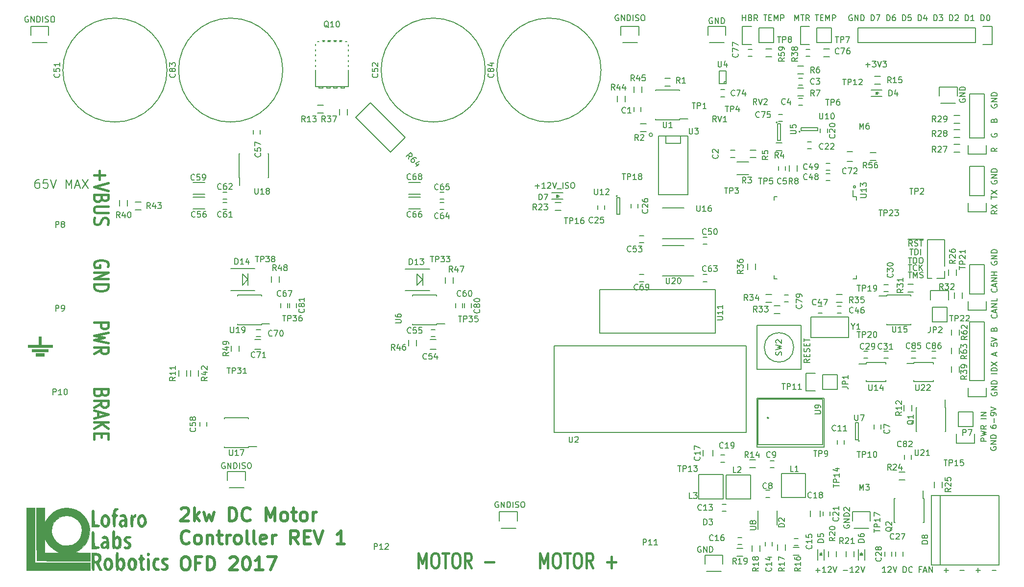
<source format=gto>
G04 #@! TF.FileFunction,Legend,Top*
%FSLAX46Y46*%
G04 Gerber Fmt 4.6, Leading zero omitted, Abs format (unit mm)*
G04 Created by KiCad (PCBNEW 4.0.5+dfsg1-4) date Tue Nov 14 05:20:29 2017*
%MOMM*%
%LPD*%
G01*
G04 APERTURE LIST*
%ADD10C,0.100000*%
%ADD11C,0.200000*%
%ADD12C,0.500000*%
%ADD13C,0.400000*%
%ADD14C,0.150000*%
%ADD15C,0.010000*%
G04 APERTURE END LIST*
D10*
D11*
X179738095Y-27071429D02*
X180500000Y-27071429D01*
X180119048Y-27452381D02*
X180119048Y-26690476D01*
X180880952Y-26452381D02*
X181500000Y-26452381D01*
X181166666Y-26833333D01*
X181309524Y-26833333D01*
X181404762Y-26880952D01*
X181452381Y-26928571D01*
X181500000Y-27023810D01*
X181500000Y-27261905D01*
X181452381Y-27357143D01*
X181404762Y-27404762D01*
X181309524Y-27452381D01*
X181023809Y-27452381D01*
X180928571Y-27404762D01*
X180880952Y-27357143D01*
X181785714Y-26452381D02*
X182119047Y-27452381D01*
X182452381Y-26452381D01*
X182690476Y-26452381D02*
X183309524Y-26452381D01*
X182976190Y-26833333D01*
X183119048Y-26833333D01*
X183214286Y-26880952D01*
X183261905Y-26928571D01*
X183309524Y-27023810D01*
X183309524Y-27261905D01*
X183261905Y-27357143D01*
X183214286Y-27404762D01*
X183119048Y-27452381D01*
X182833333Y-27452381D01*
X182738095Y-27404762D01*
X182690476Y-27357143D01*
X202452381Y-41500000D02*
X201976190Y-41833334D01*
X202452381Y-42071429D02*
X201452381Y-42071429D01*
X201452381Y-41690476D01*
X201500000Y-41595238D01*
X201547619Y-41547619D01*
X201642857Y-41500000D01*
X201785714Y-41500000D01*
X201880952Y-41547619D01*
X201928571Y-41595238D01*
X201976190Y-41690476D01*
X201976190Y-42071429D01*
X201500000Y-39023809D02*
X201452381Y-39119047D01*
X201452381Y-39261904D01*
X201500000Y-39404762D01*
X201595238Y-39500000D01*
X201690476Y-39547619D01*
X201880952Y-39595238D01*
X202023810Y-39595238D01*
X202214286Y-39547619D01*
X202309524Y-39500000D01*
X202404762Y-39404762D01*
X202452381Y-39261904D01*
X202452381Y-39166666D01*
X202404762Y-39023809D01*
X202357143Y-38976190D01*
X202023810Y-38976190D01*
X202023810Y-39166666D01*
X201928571Y-36690475D02*
X201976190Y-36547618D01*
X202023810Y-36499999D01*
X202119048Y-36452380D01*
X202261905Y-36452380D01*
X202357143Y-36499999D01*
X202404762Y-36547618D01*
X202452381Y-36642856D01*
X202452381Y-37023809D01*
X201452381Y-37023809D01*
X201452381Y-36690475D01*
X201500000Y-36595237D01*
X201547619Y-36547618D01*
X201642857Y-36499999D01*
X201738095Y-36499999D01*
X201833333Y-36547618D01*
X201880952Y-36595237D01*
X201928571Y-36690475D01*
X201928571Y-37023809D01*
X201500000Y-33976189D02*
X201452381Y-34071427D01*
X201452381Y-34214284D01*
X201500000Y-34357142D01*
X201595238Y-34452380D01*
X201690476Y-34499999D01*
X201880952Y-34547618D01*
X202023810Y-34547618D01*
X202214286Y-34499999D01*
X202309524Y-34452380D01*
X202404762Y-34357142D01*
X202452381Y-34214284D01*
X202452381Y-34119046D01*
X202404762Y-33976189D01*
X202357143Y-33928570D01*
X202023810Y-33928570D01*
X202023810Y-34119046D01*
X202452381Y-33499999D02*
X201452381Y-33499999D01*
X202452381Y-32928570D01*
X201452381Y-32928570D01*
X202452381Y-32452380D02*
X201452381Y-32452380D01*
X201452381Y-32214285D01*
X201500000Y-32071427D01*
X201595238Y-31976189D01*
X201690476Y-31928570D01*
X201880952Y-31880951D01*
X202023810Y-31880951D01*
X202214286Y-31928570D01*
X202309524Y-31976189D01*
X202404762Y-32071427D01*
X202452381Y-32214285D01*
X202452381Y-32452380D01*
X36892858Y-46928571D02*
X36607144Y-46928571D01*
X36464287Y-47000000D01*
X36392858Y-47071429D01*
X36250001Y-47285714D01*
X36178572Y-47571429D01*
X36178572Y-48142857D01*
X36250001Y-48285714D01*
X36321429Y-48357143D01*
X36464287Y-48428571D01*
X36750001Y-48428571D01*
X36892858Y-48357143D01*
X36964287Y-48285714D01*
X37035715Y-48142857D01*
X37035715Y-47785714D01*
X36964287Y-47642857D01*
X36892858Y-47571429D01*
X36750001Y-47500000D01*
X36464287Y-47500000D01*
X36321429Y-47571429D01*
X36250001Y-47642857D01*
X36178572Y-47785714D01*
X38392858Y-46928571D02*
X37678572Y-46928571D01*
X37607143Y-47642857D01*
X37678572Y-47571429D01*
X37821429Y-47500000D01*
X38178572Y-47500000D01*
X38321429Y-47571429D01*
X38392858Y-47642857D01*
X38464286Y-47785714D01*
X38464286Y-48142857D01*
X38392858Y-48285714D01*
X38321429Y-48357143D01*
X38178572Y-48428571D01*
X37821429Y-48428571D01*
X37678572Y-48357143D01*
X37607143Y-48285714D01*
X38892857Y-46928571D02*
X39392857Y-48428571D01*
X39892857Y-46928571D01*
X41535714Y-48428571D02*
X41535714Y-46928571D01*
X42035714Y-48000000D01*
X42535714Y-46928571D01*
X42535714Y-48428571D01*
X43178571Y-48000000D02*
X43892857Y-48000000D01*
X43035714Y-48428571D02*
X43535714Y-46928571D01*
X44035714Y-48428571D01*
X44392857Y-46928571D02*
X45392857Y-48428571D01*
X45392857Y-46928571D02*
X44392857Y-48428571D01*
X142900000Y-39200000D02*
G75*
G03X142900000Y-39200000I-300000J0D01*
G01*
X187809524Y-58452381D02*
X187476190Y-57976190D01*
X187238095Y-58452381D02*
X187238095Y-57452381D01*
X187619048Y-57452381D01*
X187714286Y-57500000D01*
X187761905Y-57547619D01*
X187809524Y-57642857D01*
X187809524Y-57785714D01*
X187761905Y-57880952D01*
X187714286Y-57928571D01*
X187619048Y-57976190D01*
X187238095Y-57976190D01*
X188190476Y-58404762D02*
X188333333Y-58452381D01*
X188571429Y-58452381D01*
X188666667Y-58404762D01*
X188714286Y-58357143D01*
X188761905Y-58261905D01*
X188761905Y-58166667D01*
X188714286Y-58071429D01*
X188666667Y-58023810D01*
X188571429Y-57976190D01*
X188380952Y-57928571D01*
X188285714Y-57880952D01*
X188238095Y-57833333D01*
X188190476Y-57738095D01*
X188190476Y-57642857D01*
X188238095Y-57547619D01*
X188285714Y-57500000D01*
X188380952Y-57452381D01*
X188619048Y-57452381D01*
X188761905Y-57500000D01*
X189047619Y-57452381D02*
X189619048Y-57452381D01*
X189333333Y-58452381D02*
X189333333Y-57452381D01*
X187000000Y-57280000D02*
X189714286Y-57280000D01*
X187345238Y-58952381D02*
X187916667Y-58952381D01*
X187630952Y-59952381D02*
X187630952Y-58952381D01*
X188250000Y-59952381D02*
X188250000Y-58952381D01*
X188488095Y-58952381D01*
X188630953Y-59000000D01*
X188726191Y-59095238D01*
X188773810Y-59190476D01*
X188821429Y-59380952D01*
X188821429Y-59523810D01*
X188773810Y-59714286D01*
X188726191Y-59809524D01*
X188630953Y-59904762D01*
X188488095Y-59952381D01*
X188250000Y-59952381D01*
X189250000Y-59952381D02*
X189250000Y-58952381D01*
X187095238Y-60452381D02*
X187666667Y-60452381D01*
X187380952Y-61452381D02*
X187380952Y-60452381D01*
X188000000Y-61452381D02*
X188000000Y-60452381D01*
X188238095Y-60452381D01*
X188380953Y-60500000D01*
X188476191Y-60595238D01*
X188523810Y-60690476D01*
X188571429Y-60880952D01*
X188571429Y-61023810D01*
X188523810Y-61214286D01*
X188476191Y-61309524D01*
X188380953Y-61404762D01*
X188238095Y-61452381D01*
X188000000Y-61452381D01*
X189190476Y-60452381D02*
X189380953Y-60452381D01*
X189476191Y-60500000D01*
X189571429Y-60595238D01*
X189619048Y-60785714D01*
X189619048Y-61119048D01*
X189571429Y-61309524D01*
X189476191Y-61404762D01*
X189380953Y-61452381D01*
X189190476Y-61452381D01*
X189095238Y-61404762D01*
X189000000Y-61309524D01*
X188952381Y-61119048D01*
X188952381Y-60785714D01*
X189000000Y-60595238D01*
X189095238Y-60500000D01*
X189190476Y-60452381D01*
X187095238Y-61702381D02*
X187666667Y-61702381D01*
X187380952Y-62702381D02*
X187380952Y-61702381D01*
X188571429Y-62607143D02*
X188523810Y-62654762D01*
X188380953Y-62702381D01*
X188285715Y-62702381D01*
X188142857Y-62654762D01*
X188047619Y-62559524D01*
X188000000Y-62464286D01*
X187952381Y-62273810D01*
X187952381Y-62130952D01*
X188000000Y-61940476D01*
X188047619Y-61845238D01*
X188142857Y-61750000D01*
X188285715Y-61702381D01*
X188380953Y-61702381D01*
X188523810Y-61750000D01*
X188571429Y-61797619D01*
X189000000Y-62702381D02*
X189000000Y-61702381D01*
X189571429Y-62702381D02*
X189142857Y-62130952D01*
X189571429Y-61702381D02*
X189000000Y-62273810D01*
X187095238Y-62952381D02*
X187666667Y-62952381D01*
X187380952Y-63952381D02*
X187380952Y-62952381D01*
X188000000Y-63952381D02*
X188000000Y-62952381D01*
X188333334Y-63666667D01*
X188666667Y-62952381D01*
X188666667Y-63952381D01*
X189095238Y-63904762D02*
X189238095Y-63952381D01*
X189476191Y-63952381D01*
X189571429Y-63904762D01*
X189619048Y-63857143D01*
X189666667Y-63761905D01*
X189666667Y-63666667D01*
X189619048Y-63571429D01*
X189571429Y-63523810D01*
X189476191Y-63476190D01*
X189285714Y-63428571D01*
X189190476Y-63380952D01*
X189142857Y-63333333D01*
X189095238Y-63238095D01*
X189095238Y-63142857D01*
X189142857Y-63047619D01*
X189190476Y-63000000D01*
X189285714Y-62952381D01*
X189523810Y-62952381D01*
X189666667Y-63000000D01*
D12*
X61985714Y-112240476D02*
X62423810Y-112240476D01*
X62642857Y-112350000D01*
X62861905Y-112569048D01*
X62971429Y-113007143D01*
X62971429Y-113773810D01*
X62861905Y-114211905D01*
X62642857Y-114430952D01*
X62423810Y-114540476D01*
X61985714Y-114540476D01*
X61766667Y-114430952D01*
X61547619Y-114211905D01*
X61438095Y-113773810D01*
X61438095Y-113007143D01*
X61547619Y-112569048D01*
X61766667Y-112350000D01*
X61985714Y-112240476D01*
X64723810Y-113335714D02*
X63957143Y-113335714D01*
X63957143Y-114540476D02*
X63957143Y-112240476D01*
X65052381Y-112240476D01*
X65928572Y-114540476D02*
X65928572Y-112240476D01*
X66476191Y-112240476D01*
X66804763Y-112350000D01*
X67023810Y-112569048D01*
X67133334Y-112788095D01*
X67242858Y-113226190D01*
X67242858Y-113554762D01*
X67133334Y-113992857D01*
X67023810Y-114211905D01*
X66804763Y-114430952D01*
X66476191Y-114540476D01*
X65928572Y-114540476D01*
X69871429Y-112459524D02*
X69980953Y-112350000D01*
X70200001Y-112240476D01*
X70747620Y-112240476D01*
X70966667Y-112350000D01*
X71076191Y-112459524D01*
X71185715Y-112678571D01*
X71185715Y-112897619D01*
X71076191Y-113226190D01*
X69761905Y-114540476D01*
X71185715Y-114540476D01*
X72609524Y-112240476D02*
X72828572Y-112240476D01*
X73047620Y-112350000D01*
X73157143Y-112459524D01*
X73266667Y-112678571D01*
X73376191Y-113116667D01*
X73376191Y-113664286D01*
X73266667Y-114102381D01*
X73157143Y-114321429D01*
X73047620Y-114430952D01*
X72828572Y-114540476D01*
X72609524Y-114540476D01*
X72390477Y-114430952D01*
X72280953Y-114321429D01*
X72171429Y-114102381D01*
X72061905Y-113664286D01*
X72061905Y-113116667D01*
X72171429Y-112678571D01*
X72280953Y-112459524D01*
X72390477Y-112350000D01*
X72609524Y-112240476D01*
X75566667Y-114540476D02*
X74252381Y-114540476D01*
X74909524Y-114540476D02*
X74909524Y-112240476D01*
X74690476Y-112569048D01*
X74471429Y-112788095D01*
X74252381Y-112897619D01*
X76333333Y-112240476D02*
X77866667Y-112240476D01*
X76880952Y-114540476D01*
D13*
X102476190Y-114130952D02*
X102476190Y-111630952D01*
X103142857Y-113416667D01*
X103809524Y-111630952D01*
X103809524Y-114130952D01*
X105142857Y-111630952D02*
X105523809Y-111630952D01*
X105714285Y-111750000D01*
X105904762Y-111988095D01*
X106000000Y-112464286D01*
X106000000Y-113297619D01*
X105904762Y-113773810D01*
X105714285Y-114011905D01*
X105523809Y-114130952D01*
X105142857Y-114130952D01*
X104952381Y-114011905D01*
X104761904Y-113773810D01*
X104666666Y-113297619D01*
X104666666Y-112464286D01*
X104761904Y-111988095D01*
X104952381Y-111750000D01*
X105142857Y-111630952D01*
X106571428Y-111630952D02*
X107714285Y-111630952D01*
X107142857Y-114130952D02*
X107142857Y-111630952D01*
X108761905Y-111630952D02*
X109142857Y-111630952D01*
X109333333Y-111750000D01*
X109523810Y-111988095D01*
X109619048Y-112464286D01*
X109619048Y-113297619D01*
X109523810Y-113773810D01*
X109333333Y-114011905D01*
X109142857Y-114130952D01*
X108761905Y-114130952D01*
X108571429Y-114011905D01*
X108380952Y-113773810D01*
X108285714Y-113297619D01*
X108285714Y-112464286D01*
X108380952Y-111988095D01*
X108571429Y-111750000D01*
X108761905Y-111630952D01*
X111619048Y-114130952D02*
X110952381Y-112940476D01*
X110476190Y-114130952D02*
X110476190Y-111630952D01*
X111238095Y-111630952D01*
X111428571Y-111750000D01*
X111523810Y-111869048D01*
X111619048Y-112107143D01*
X111619048Y-112464286D01*
X111523810Y-112702381D01*
X111428571Y-112821429D01*
X111238095Y-112940476D01*
X110476190Y-112940476D01*
X114000000Y-113178571D02*
X115523810Y-113178571D01*
D12*
X61438095Y-103984524D02*
X61547619Y-103875000D01*
X61766667Y-103765476D01*
X62314286Y-103765476D01*
X62533333Y-103875000D01*
X62642857Y-103984524D01*
X62752381Y-104203571D01*
X62752381Y-104422619D01*
X62642857Y-104751190D01*
X61328571Y-106065476D01*
X62752381Y-106065476D01*
X63738095Y-106065476D02*
X63738095Y-103765476D01*
X63957143Y-105189286D02*
X64614286Y-106065476D01*
X64614286Y-104532143D02*
X63738095Y-105408333D01*
X65380952Y-104532143D02*
X65819048Y-106065476D01*
X66257143Y-104970238D01*
X66695238Y-106065476D01*
X67133333Y-104532143D01*
X69761905Y-106065476D02*
X69761905Y-103765476D01*
X70309524Y-103765476D01*
X70638096Y-103875000D01*
X70857143Y-104094048D01*
X70966667Y-104313095D01*
X71076191Y-104751190D01*
X71076191Y-105079762D01*
X70966667Y-105517857D01*
X70857143Y-105736905D01*
X70638096Y-105955952D01*
X70309524Y-106065476D01*
X69761905Y-106065476D01*
X73376191Y-105846429D02*
X73266667Y-105955952D01*
X72938096Y-106065476D01*
X72719048Y-106065476D01*
X72390476Y-105955952D01*
X72171429Y-105736905D01*
X72061905Y-105517857D01*
X71952381Y-105079762D01*
X71952381Y-104751190D01*
X72061905Y-104313095D01*
X72171429Y-104094048D01*
X72390476Y-103875000D01*
X72719048Y-103765476D01*
X72938096Y-103765476D01*
X73266667Y-103875000D01*
X73376191Y-103984524D01*
X76114286Y-106065476D02*
X76114286Y-103765476D01*
X76880953Y-105408333D01*
X77647619Y-103765476D01*
X77647619Y-106065476D01*
X79071428Y-106065476D02*
X78852381Y-105955952D01*
X78742857Y-105846429D01*
X78633333Y-105627381D01*
X78633333Y-104970238D01*
X78742857Y-104751190D01*
X78852381Y-104641667D01*
X79071428Y-104532143D01*
X79400000Y-104532143D01*
X79619048Y-104641667D01*
X79728571Y-104751190D01*
X79838095Y-104970238D01*
X79838095Y-105627381D01*
X79728571Y-105846429D01*
X79619048Y-105955952D01*
X79400000Y-106065476D01*
X79071428Y-106065476D01*
X80495238Y-104532143D02*
X81371428Y-104532143D01*
X80823809Y-103765476D02*
X80823809Y-105736905D01*
X80933333Y-105955952D01*
X81152380Y-106065476D01*
X81371428Y-106065476D01*
X82466666Y-106065476D02*
X82247619Y-105955952D01*
X82138095Y-105846429D01*
X82028571Y-105627381D01*
X82028571Y-104970238D01*
X82138095Y-104751190D01*
X82247619Y-104641667D01*
X82466666Y-104532143D01*
X82795238Y-104532143D01*
X83014286Y-104641667D01*
X83123809Y-104751190D01*
X83233333Y-104970238D01*
X83233333Y-105627381D01*
X83123809Y-105846429D01*
X83014286Y-105955952D01*
X82795238Y-106065476D01*
X82466666Y-106065476D01*
X84219047Y-106065476D02*
X84219047Y-104532143D01*
X84219047Y-104970238D02*
X84328571Y-104751190D01*
X84438095Y-104641667D01*
X84657142Y-104532143D01*
X84876190Y-104532143D01*
X62861905Y-109796429D02*
X62752381Y-109905952D01*
X62423810Y-110015476D01*
X62204762Y-110015476D01*
X61876190Y-109905952D01*
X61657143Y-109686905D01*
X61547619Y-109467857D01*
X61438095Y-109029762D01*
X61438095Y-108701190D01*
X61547619Y-108263095D01*
X61657143Y-108044048D01*
X61876190Y-107825000D01*
X62204762Y-107715476D01*
X62423810Y-107715476D01*
X62752381Y-107825000D01*
X62861905Y-107934524D01*
X64176190Y-110015476D02*
X63957143Y-109905952D01*
X63847619Y-109796429D01*
X63738095Y-109577381D01*
X63738095Y-108920238D01*
X63847619Y-108701190D01*
X63957143Y-108591667D01*
X64176190Y-108482143D01*
X64504762Y-108482143D01*
X64723810Y-108591667D01*
X64833333Y-108701190D01*
X64942857Y-108920238D01*
X64942857Y-109577381D01*
X64833333Y-109796429D01*
X64723810Y-109905952D01*
X64504762Y-110015476D01*
X64176190Y-110015476D01*
X65928571Y-108482143D02*
X65928571Y-110015476D01*
X65928571Y-108701190D02*
X66038095Y-108591667D01*
X66257142Y-108482143D01*
X66585714Y-108482143D01*
X66804762Y-108591667D01*
X66914285Y-108810714D01*
X66914285Y-110015476D01*
X67680952Y-108482143D02*
X68557142Y-108482143D01*
X68009523Y-107715476D02*
X68009523Y-109686905D01*
X68119047Y-109905952D01*
X68338094Y-110015476D01*
X68557142Y-110015476D01*
X69323809Y-110015476D02*
X69323809Y-108482143D01*
X69323809Y-108920238D02*
X69433333Y-108701190D01*
X69542857Y-108591667D01*
X69761904Y-108482143D01*
X69980952Y-108482143D01*
X71076190Y-110015476D02*
X70857143Y-109905952D01*
X70747619Y-109796429D01*
X70638095Y-109577381D01*
X70638095Y-108920238D01*
X70747619Y-108701190D01*
X70857143Y-108591667D01*
X71076190Y-108482143D01*
X71404762Y-108482143D01*
X71623810Y-108591667D01*
X71733333Y-108701190D01*
X71842857Y-108920238D01*
X71842857Y-109577381D01*
X71733333Y-109796429D01*
X71623810Y-109905952D01*
X71404762Y-110015476D01*
X71076190Y-110015476D01*
X73157142Y-110015476D02*
X72938095Y-109905952D01*
X72828571Y-109686905D01*
X72828571Y-107715476D01*
X74361904Y-110015476D02*
X74142857Y-109905952D01*
X74033333Y-109686905D01*
X74033333Y-107715476D01*
X76114286Y-109905952D02*
X75895238Y-110015476D01*
X75457143Y-110015476D01*
X75238095Y-109905952D01*
X75128571Y-109686905D01*
X75128571Y-108810714D01*
X75238095Y-108591667D01*
X75457143Y-108482143D01*
X75895238Y-108482143D01*
X76114286Y-108591667D01*
X76223809Y-108810714D01*
X76223809Y-109029762D01*
X75128571Y-109248810D01*
X77209524Y-110015476D02*
X77209524Y-108482143D01*
X77209524Y-108920238D02*
X77319048Y-108701190D01*
X77428572Y-108591667D01*
X77647619Y-108482143D01*
X77866667Y-108482143D01*
X81700001Y-110015476D02*
X80933334Y-108920238D01*
X80385715Y-110015476D02*
X80385715Y-107715476D01*
X81261906Y-107715476D01*
X81480953Y-107825000D01*
X81590477Y-107934524D01*
X81700001Y-108153571D01*
X81700001Y-108482143D01*
X81590477Y-108701190D01*
X81480953Y-108810714D01*
X81261906Y-108920238D01*
X80385715Y-108920238D01*
X82685715Y-108810714D02*
X83452382Y-108810714D01*
X83780953Y-110015476D02*
X82685715Y-110015476D01*
X82685715Y-107715476D01*
X83780953Y-107715476D01*
X84438096Y-107715476D02*
X85204762Y-110015476D01*
X85971429Y-107715476D01*
X89695239Y-110015476D02*
X88380953Y-110015476D01*
X89038096Y-110015476D02*
X89038096Y-107715476D01*
X88819048Y-108044048D01*
X88600001Y-108263095D01*
X88380953Y-108372619D01*
D11*
X122619048Y-48071429D02*
X123380953Y-48071429D01*
X123000001Y-48452381D02*
X123000001Y-47690476D01*
X124380953Y-48452381D02*
X123809524Y-48452381D01*
X124095238Y-48452381D02*
X124095238Y-47452381D01*
X124000000Y-47595238D01*
X123904762Y-47690476D01*
X123809524Y-47738095D01*
X124761905Y-47547619D02*
X124809524Y-47500000D01*
X124904762Y-47452381D01*
X125142858Y-47452381D01*
X125238096Y-47500000D01*
X125285715Y-47547619D01*
X125333334Y-47642857D01*
X125333334Y-47738095D01*
X125285715Y-47880952D01*
X124714286Y-48452381D01*
X125333334Y-48452381D01*
X125619048Y-47452381D02*
X125952381Y-48452381D01*
X126285715Y-47452381D01*
X126380953Y-48547619D02*
X127142858Y-48547619D01*
X127380953Y-48452381D02*
X127380953Y-47452381D01*
X127809524Y-48404762D02*
X127952381Y-48452381D01*
X128190477Y-48452381D01*
X128285715Y-48404762D01*
X128333334Y-48357143D01*
X128380953Y-48261905D01*
X128380953Y-48166667D01*
X128333334Y-48071429D01*
X128285715Y-48023810D01*
X128190477Y-47976190D01*
X128000000Y-47928571D01*
X127904762Y-47880952D01*
X127857143Y-47833333D01*
X127809524Y-47738095D01*
X127809524Y-47642857D01*
X127857143Y-47547619D01*
X127904762Y-47500000D01*
X128000000Y-47452381D01*
X128238096Y-47452381D01*
X128380953Y-47500000D01*
X129000000Y-47452381D02*
X129190477Y-47452381D01*
X129285715Y-47500000D01*
X129380953Y-47595238D01*
X129428572Y-47785714D01*
X129428572Y-48119048D01*
X129380953Y-48309524D01*
X129285715Y-48404762D01*
X129190477Y-48452381D01*
X129000000Y-48452381D01*
X128904762Y-48404762D01*
X128809524Y-48309524D01*
X128761905Y-48119048D01*
X128761905Y-47785714D01*
X128809524Y-47595238D01*
X128904762Y-47500000D01*
X129000000Y-47452381D01*
X178000000Y-48200000D02*
G75*
G03X178000000Y-48200000I-200000J0D01*
G01*
X171107143Y-114571429D02*
X171869048Y-114571429D01*
X171488096Y-114952381D02*
X171488096Y-114190476D01*
X172869048Y-114952381D02*
X172297619Y-114952381D01*
X172583333Y-114952381D02*
X172583333Y-113952381D01*
X172488095Y-114095238D01*
X172392857Y-114190476D01*
X172297619Y-114238095D01*
X173250000Y-114047619D02*
X173297619Y-114000000D01*
X173392857Y-113952381D01*
X173630953Y-113952381D01*
X173726191Y-114000000D01*
X173773810Y-114047619D01*
X173821429Y-114142857D01*
X173821429Y-114238095D01*
X173773810Y-114380952D01*
X173202381Y-114952381D01*
X173821429Y-114952381D01*
X174107143Y-113952381D02*
X174440476Y-114952381D01*
X174773810Y-113952381D01*
X175869048Y-114571429D02*
X176630953Y-114571429D01*
X177630953Y-114952381D02*
X177059524Y-114952381D01*
X177345238Y-114952381D02*
X177345238Y-113952381D01*
X177250000Y-114095238D01*
X177154762Y-114190476D01*
X177059524Y-114238095D01*
X178011905Y-114047619D02*
X178059524Y-114000000D01*
X178154762Y-113952381D01*
X178392858Y-113952381D01*
X178488096Y-114000000D01*
X178535715Y-114047619D01*
X178583334Y-114142857D01*
X178583334Y-114238095D01*
X178535715Y-114380952D01*
X177964286Y-114952381D01*
X178583334Y-114952381D01*
X178869048Y-113952381D02*
X179202381Y-114952381D01*
X179535715Y-113952381D01*
X170052381Y-78052381D02*
X169576190Y-78385715D01*
X170052381Y-78623810D02*
X169052381Y-78623810D01*
X169052381Y-78242857D01*
X169100000Y-78147619D01*
X169147619Y-78100000D01*
X169242857Y-78052381D01*
X169385714Y-78052381D01*
X169480952Y-78100000D01*
X169528571Y-78147619D01*
X169576190Y-78242857D01*
X169576190Y-78623810D01*
X169528571Y-77623810D02*
X169528571Y-77290476D01*
X170052381Y-77147619D02*
X170052381Y-77623810D01*
X169052381Y-77623810D01*
X169052381Y-77147619D01*
X170004762Y-76766667D02*
X170052381Y-76623810D01*
X170052381Y-76385714D01*
X170004762Y-76290476D01*
X169957143Y-76242857D01*
X169861905Y-76195238D01*
X169766667Y-76195238D01*
X169671429Y-76242857D01*
X169623810Y-76290476D01*
X169576190Y-76385714D01*
X169528571Y-76576191D01*
X169480952Y-76671429D01*
X169433333Y-76719048D01*
X169338095Y-76766667D01*
X169242857Y-76766667D01*
X169147619Y-76719048D01*
X169100000Y-76671429D01*
X169052381Y-76576191D01*
X169052381Y-76338095D01*
X169100000Y-76195238D01*
X169528571Y-75766667D02*
X169528571Y-75433333D01*
X170052381Y-75290476D02*
X170052381Y-75766667D01*
X169052381Y-75766667D01*
X169052381Y-75290476D01*
X169052381Y-75004762D02*
X169052381Y-74433333D01*
X170052381Y-74719048D02*
X169052381Y-74719048D01*
D13*
X123476190Y-114130952D02*
X123476190Y-111630952D01*
X124142857Y-113416667D01*
X124809524Y-111630952D01*
X124809524Y-114130952D01*
X126142857Y-111630952D02*
X126523809Y-111630952D01*
X126714285Y-111750000D01*
X126904762Y-111988095D01*
X127000000Y-112464286D01*
X127000000Y-113297619D01*
X126904762Y-113773810D01*
X126714285Y-114011905D01*
X126523809Y-114130952D01*
X126142857Y-114130952D01*
X125952381Y-114011905D01*
X125761904Y-113773810D01*
X125666666Y-113297619D01*
X125666666Y-112464286D01*
X125761904Y-111988095D01*
X125952381Y-111750000D01*
X126142857Y-111630952D01*
X127571428Y-111630952D02*
X128714285Y-111630952D01*
X128142857Y-114130952D02*
X128142857Y-111630952D01*
X129761905Y-111630952D02*
X130142857Y-111630952D01*
X130333333Y-111750000D01*
X130523810Y-111988095D01*
X130619048Y-112464286D01*
X130619048Y-113297619D01*
X130523810Y-113773810D01*
X130333333Y-114011905D01*
X130142857Y-114130952D01*
X129761905Y-114130952D01*
X129571429Y-114011905D01*
X129380952Y-113773810D01*
X129285714Y-113297619D01*
X129285714Y-112464286D01*
X129380952Y-111988095D01*
X129571429Y-111750000D01*
X129761905Y-111630952D01*
X132619048Y-114130952D02*
X131952381Y-112940476D01*
X131476190Y-114130952D02*
X131476190Y-111630952D01*
X132238095Y-111630952D01*
X132428571Y-111750000D01*
X132523810Y-111869048D01*
X132619048Y-112107143D01*
X132619048Y-112464286D01*
X132523810Y-112702381D01*
X132428571Y-112821429D01*
X132238095Y-112940476D01*
X131476190Y-112940476D01*
X135000000Y-113178571D02*
X136523810Y-113178571D01*
X135761905Y-114130952D02*
X135761905Y-112226190D01*
X47678571Y-83880952D02*
X47559524Y-84166666D01*
X47440476Y-84261905D01*
X47202381Y-84357143D01*
X46845238Y-84357143D01*
X46607143Y-84261905D01*
X46488095Y-84166666D01*
X46369048Y-83976190D01*
X46369048Y-83214285D01*
X48869048Y-83214285D01*
X48869048Y-83880952D01*
X48750000Y-84071428D01*
X48630952Y-84166666D01*
X48392857Y-84261905D01*
X48154762Y-84261905D01*
X47916667Y-84166666D01*
X47797619Y-84071428D01*
X47678571Y-83880952D01*
X47678571Y-83214285D01*
X46369048Y-86357143D02*
X47559524Y-85690476D01*
X46369048Y-85214285D02*
X48869048Y-85214285D01*
X48869048Y-85976190D01*
X48750000Y-86166666D01*
X48630952Y-86261905D01*
X48392857Y-86357143D01*
X48035714Y-86357143D01*
X47797619Y-86261905D01*
X47678571Y-86166666D01*
X47559524Y-85976190D01*
X47559524Y-85214285D01*
X47083333Y-87119047D02*
X47083333Y-88071428D01*
X46369048Y-86928571D02*
X48869048Y-87595238D01*
X46369048Y-88261905D01*
X46369048Y-88928571D02*
X48869048Y-88928571D01*
X46369048Y-90071429D02*
X47797619Y-89214286D01*
X48869048Y-90071429D02*
X47440476Y-88928571D01*
X47678571Y-90928571D02*
X47678571Y-91595238D01*
X46369048Y-91880952D02*
X46369048Y-90928571D01*
X48869048Y-90928571D01*
X48869048Y-91880952D01*
X48750000Y-62047619D02*
X48869048Y-61857142D01*
X48869048Y-61571428D01*
X48750000Y-61285714D01*
X48511905Y-61095238D01*
X48273810Y-60999999D01*
X47797619Y-60904761D01*
X47440476Y-60904761D01*
X46964286Y-60999999D01*
X46726190Y-61095238D01*
X46488095Y-61285714D01*
X46369048Y-61571428D01*
X46369048Y-61761904D01*
X46488095Y-62047619D01*
X46607143Y-62142857D01*
X47440476Y-62142857D01*
X47440476Y-61761904D01*
X46369048Y-62999999D02*
X48869048Y-62999999D01*
X46369048Y-64142857D01*
X48869048Y-64142857D01*
X46369048Y-65095237D02*
X48869048Y-65095237D01*
X48869048Y-65571428D01*
X48750000Y-65857142D01*
X48511905Y-66047618D01*
X48273810Y-66142857D01*
X47797619Y-66238095D01*
X47440476Y-66238095D01*
X46964286Y-66142857D01*
X46726190Y-66047618D01*
X46488095Y-65857142D01*
X46369048Y-65571428D01*
X46369048Y-65095237D01*
X46369048Y-71666667D02*
X48869048Y-71666667D01*
X48869048Y-72428572D01*
X48750000Y-72619048D01*
X48630952Y-72714287D01*
X48392857Y-72809525D01*
X48035714Y-72809525D01*
X47797619Y-72714287D01*
X47678571Y-72619048D01*
X47559524Y-72428572D01*
X47559524Y-71666667D01*
X48869048Y-73476191D02*
X46369048Y-73952382D01*
X48154762Y-74333334D01*
X46369048Y-74714287D01*
X48869048Y-75190477D01*
X46369048Y-77095239D02*
X47559524Y-76428572D01*
X46369048Y-75952381D02*
X48869048Y-75952381D01*
X48869048Y-76714286D01*
X48750000Y-76904762D01*
X48630952Y-77000001D01*
X48392857Y-77095239D01*
X48035714Y-77095239D01*
X47797619Y-77000001D01*
X47678571Y-76904762D01*
X47559524Y-76714286D01*
X47559524Y-75952381D01*
X47321429Y-45380952D02*
X47321429Y-46904762D01*
X46369048Y-46142857D02*
X48273810Y-46142857D01*
X48869048Y-47571428D02*
X46369048Y-48238095D01*
X48869048Y-48904762D01*
X47678571Y-50238095D02*
X47559524Y-50523809D01*
X47440476Y-50619048D01*
X47202381Y-50714286D01*
X46845238Y-50714286D01*
X46607143Y-50619048D01*
X46488095Y-50523809D01*
X46369048Y-50333333D01*
X46369048Y-49571428D01*
X48869048Y-49571428D01*
X48869048Y-50238095D01*
X48750000Y-50428571D01*
X48630952Y-50523809D01*
X48392857Y-50619048D01*
X48154762Y-50619048D01*
X47916667Y-50523809D01*
X47797619Y-50428571D01*
X47678571Y-50238095D01*
X47678571Y-49571428D01*
X48869048Y-51571428D02*
X46845238Y-51571428D01*
X46607143Y-51666667D01*
X46488095Y-51761905D01*
X46369048Y-51952381D01*
X46369048Y-52333333D01*
X46488095Y-52523809D01*
X46607143Y-52619048D01*
X46845238Y-52714286D01*
X48869048Y-52714286D01*
X46488095Y-53571428D02*
X46369048Y-53857143D01*
X46369048Y-54333333D01*
X46488095Y-54523809D01*
X46607143Y-54619047D01*
X46845238Y-54714286D01*
X47083333Y-54714286D01*
X47321429Y-54619047D01*
X47440476Y-54523809D01*
X47559524Y-54333333D01*
X47678571Y-53952381D01*
X47797619Y-53761905D01*
X47916667Y-53666666D01*
X48154762Y-53571428D01*
X48392857Y-53571428D01*
X48630952Y-53666666D01*
X48750000Y-53761905D01*
X48869048Y-53952381D01*
X48869048Y-54428571D01*
X48750000Y-54714286D01*
D11*
X167500000Y-19452381D02*
X167500000Y-18452381D01*
X167833334Y-19166667D01*
X168166667Y-18452381D01*
X168166667Y-19452381D01*
X168500000Y-18452381D02*
X169071429Y-18452381D01*
X168785714Y-19452381D02*
X168785714Y-18452381D01*
X169976191Y-19452381D02*
X169642857Y-18976190D01*
X169404762Y-19452381D02*
X169404762Y-18452381D01*
X169785715Y-18452381D01*
X169880953Y-18500000D01*
X169928572Y-18547619D01*
X169976191Y-18642857D01*
X169976191Y-18785714D01*
X169928572Y-18880952D01*
X169880953Y-18928571D01*
X169785715Y-18976190D01*
X169404762Y-18976190D01*
X171023810Y-18452381D02*
X171595239Y-18452381D01*
X171309524Y-19452381D02*
X171309524Y-18452381D01*
X171928572Y-18928571D02*
X172261906Y-18928571D01*
X172404763Y-19452381D02*
X171928572Y-19452381D01*
X171928572Y-18452381D01*
X172404763Y-18452381D01*
X172833334Y-19452381D02*
X172833334Y-18452381D01*
X173166668Y-19166667D01*
X173500001Y-18452381D01*
X173500001Y-19452381D01*
X173976191Y-19452381D02*
X173976191Y-18452381D01*
X174357144Y-18452381D01*
X174452382Y-18500000D01*
X174500001Y-18547619D01*
X174547620Y-18642857D01*
X174547620Y-18785714D01*
X174500001Y-18880952D01*
X174452382Y-18928571D01*
X174357144Y-18976190D01*
X173976191Y-18976190D01*
X158428571Y-19452381D02*
X158428571Y-18452381D01*
X158428571Y-18928571D02*
X159000000Y-18928571D01*
X159000000Y-19452381D02*
X159000000Y-18452381D01*
X159809524Y-18928571D02*
X159952381Y-18976190D01*
X160000000Y-19023810D01*
X160047619Y-19119048D01*
X160047619Y-19261905D01*
X160000000Y-19357143D01*
X159952381Y-19404762D01*
X159857143Y-19452381D01*
X159476190Y-19452381D01*
X159476190Y-18452381D01*
X159809524Y-18452381D01*
X159904762Y-18500000D01*
X159952381Y-18547619D01*
X160000000Y-18642857D01*
X160000000Y-18738095D01*
X159952381Y-18833333D01*
X159904762Y-18880952D01*
X159809524Y-18928571D01*
X159476190Y-18928571D01*
X161047619Y-19452381D02*
X160714285Y-18976190D01*
X160476190Y-19452381D02*
X160476190Y-18452381D01*
X160857143Y-18452381D01*
X160952381Y-18500000D01*
X161000000Y-18547619D01*
X161047619Y-18642857D01*
X161047619Y-18785714D01*
X161000000Y-18880952D01*
X160952381Y-18928571D01*
X160857143Y-18976190D01*
X160476190Y-18976190D01*
X162095238Y-18452381D02*
X162666667Y-18452381D01*
X162380952Y-19452381D02*
X162380952Y-18452381D01*
X163000000Y-18928571D02*
X163333334Y-18928571D01*
X163476191Y-19452381D02*
X163000000Y-19452381D01*
X163000000Y-18452381D01*
X163476191Y-18452381D01*
X163904762Y-19452381D02*
X163904762Y-18452381D01*
X164238096Y-19166667D01*
X164571429Y-18452381D01*
X164571429Y-19452381D01*
X165047619Y-19452381D02*
X165047619Y-18452381D01*
X165428572Y-18452381D01*
X165523810Y-18500000D01*
X165571429Y-18547619D01*
X165619048Y-18642857D01*
X165619048Y-18785714D01*
X165571429Y-18880952D01*
X165523810Y-18928571D01*
X165428572Y-18976190D01*
X165047619Y-18976190D01*
X202452381Y-52309524D02*
X201976190Y-52642858D01*
X202452381Y-52880953D02*
X201452381Y-52880953D01*
X201452381Y-52500000D01*
X201500000Y-52404762D01*
X201547619Y-52357143D01*
X201642857Y-52309524D01*
X201785714Y-52309524D01*
X201880952Y-52357143D01*
X201928571Y-52404762D01*
X201976190Y-52500000D01*
X201976190Y-52880953D01*
X201452381Y-51976191D02*
X202452381Y-51309524D01*
X201452381Y-51309524D02*
X202452381Y-51976191D01*
X201452381Y-50309524D02*
X201452381Y-49738095D01*
X202452381Y-50023810D02*
X201452381Y-50023810D01*
X201452381Y-49500000D02*
X202452381Y-48833333D01*
X201452381Y-48833333D02*
X202452381Y-49500000D01*
X201500000Y-47166666D02*
X201452381Y-47261904D01*
X201452381Y-47404761D01*
X201500000Y-47547619D01*
X201595238Y-47642857D01*
X201690476Y-47690476D01*
X201880952Y-47738095D01*
X202023810Y-47738095D01*
X202214286Y-47690476D01*
X202309524Y-47642857D01*
X202404762Y-47547619D01*
X202452381Y-47404761D01*
X202452381Y-47309523D01*
X202404762Y-47166666D01*
X202357143Y-47119047D01*
X202023810Y-47119047D01*
X202023810Y-47309523D01*
X202452381Y-46690476D02*
X201452381Y-46690476D01*
X202452381Y-46119047D01*
X201452381Y-46119047D01*
X202452381Y-45642857D02*
X201452381Y-45642857D01*
X201452381Y-45404762D01*
X201500000Y-45261904D01*
X201595238Y-45166666D01*
X201690476Y-45119047D01*
X201880952Y-45071428D01*
X202023810Y-45071428D01*
X202214286Y-45119047D01*
X202309524Y-45166666D01*
X202404762Y-45261904D01*
X202452381Y-45404762D01*
X202452381Y-45642857D01*
X177380952Y-18500000D02*
X177285714Y-18452381D01*
X177142857Y-18452381D01*
X176999999Y-18500000D01*
X176904761Y-18595238D01*
X176857142Y-18690476D01*
X176809523Y-18880952D01*
X176809523Y-19023810D01*
X176857142Y-19214286D01*
X176904761Y-19309524D01*
X176999999Y-19404762D01*
X177142857Y-19452381D01*
X177238095Y-19452381D01*
X177380952Y-19404762D01*
X177428571Y-19357143D01*
X177428571Y-19023810D01*
X177238095Y-19023810D01*
X177857142Y-19452381D02*
X177857142Y-18452381D01*
X178428571Y-19452381D01*
X178428571Y-18452381D01*
X178904761Y-19452381D02*
X178904761Y-18452381D01*
X179142856Y-18452381D01*
X179285714Y-18500000D01*
X179380952Y-18595238D01*
X179428571Y-18690476D01*
X179476190Y-18880952D01*
X179476190Y-19023810D01*
X179428571Y-19214286D01*
X179380952Y-19309524D01*
X179285714Y-19404762D01*
X179142856Y-19452381D01*
X178904761Y-19452381D01*
X180666666Y-19452381D02*
X180666666Y-18452381D01*
X180904761Y-18452381D01*
X181047619Y-18500000D01*
X181142857Y-18595238D01*
X181190476Y-18690476D01*
X181238095Y-18880952D01*
X181238095Y-19023810D01*
X181190476Y-19214286D01*
X181142857Y-19309524D01*
X181047619Y-19404762D01*
X180904761Y-19452381D01*
X180666666Y-19452381D01*
X181571428Y-18452381D02*
X182238095Y-18452381D01*
X181809523Y-19452381D01*
X183380952Y-19452381D02*
X183380952Y-18452381D01*
X183619047Y-18452381D01*
X183761905Y-18500000D01*
X183857143Y-18595238D01*
X183904762Y-18690476D01*
X183952381Y-18880952D01*
X183952381Y-19023810D01*
X183904762Y-19214286D01*
X183857143Y-19309524D01*
X183761905Y-19404762D01*
X183619047Y-19452381D01*
X183380952Y-19452381D01*
X184809524Y-18452381D02*
X184619047Y-18452381D01*
X184523809Y-18500000D01*
X184476190Y-18547619D01*
X184380952Y-18690476D01*
X184333333Y-18880952D01*
X184333333Y-19261905D01*
X184380952Y-19357143D01*
X184428571Y-19404762D01*
X184523809Y-19452381D01*
X184714286Y-19452381D01*
X184809524Y-19404762D01*
X184857143Y-19357143D01*
X184904762Y-19261905D01*
X184904762Y-19023810D01*
X184857143Y-18928571D01*
X184809524Y-18880952D01*
X184714286Y-18833333D01*
X184523809Y-18833333D01*
X184428571Y-18880952D01*
X184380952Y-18928571D01*
X184333333Y-19023810D01*
X186095238Y-19452381D02*
X186095238Y-18452381D01*
X186333333Y-18452381D01*
X186476191Y-18500000D01*
X186571429Y-18595238D01*
X186619048Y-18690476D01*
X186666667Y-18880952D01*
X186666667Y-19023810D01*
X186619048Y-19214286D01*
X186571429Y-19309524D01*
X186476191Y-19404762D01*
X186333333Y-19452381D01*
X186095238Y-19452381D01*
X187571429Y-18452381D02*
X187095238Y-18452381D01*
X187047619Y-18928571D01*
X187095238Y-18880952D01*
X187190476Y-18833333D01*
X187428572Y-18833333D01*
X187523810Y-18880952D01*
X187571429Y-18928571D01*
X187619048Y-19023810D01*
X187619048Y-19261905D01*
X187571429Y-19357143D01*
X187523810Y-19404762D01*
X187428572Y-19452381D01*
X187190476Y-19452381D01*
X187095238Y-19404762D01*
X187047619Y-19357143D01*
X188809524Y-19452381D02*
X188809524Y-18452381D01*
X189047619Y-18452381D01*
X189190477Y-18500000D01*
X189285715Y-18595238D01*
X189333334Y-18690476D01*
X189380953Y-18880952D01*
X189380953Y-19023810D01*
X189333334Y-19214286D01*
X189285715Y-19309524D01*
X189190477Y-19404762D01*
X189047619Y-19452381D01*
X188809524Y-19452381D01*
X190238096Y-18785714D02*
X190238096Y-19452381D01*
X190000000Y-18404762D02*
X189761905Y-19119048D01*
X190380953Y-19119048D01*
X191523810Y-19452381D02*
X191523810Y-18452381D01*
X191761905Y-18452381D01*
X191904763Y-18500000D01*
X192000001Y-18595238D01*
X192047620Y-18690476D01*
X192095239Y-18880952D01*
X192095239Y-19023810D01*
X192047620Y-19214286D01*
X192000001Y-19309524D01*
X191904763Y-19404762D01*
X191761905Y-19452381D01*
X191523810Y-19452381D01*
X192428572Y-18452381D02*
X193047620Y-18452381D01*
X192714286Y-18833333D01*
X192857144Y-18833333D01*
X192952382Y-18880952D01*
X193000001Y-18928571D01*
X193047620Y-19023810D01*
X193047620Y-19261905D01*
X193000001Y-19357143D01*
X192952382Y-19404762D01*
X192857144Y-19452381D01*
X192571429Y-19452381D01*
X192476191Y-19404762D01*
X192428572Y-19357143D01*
X194238096Y-19452381D02*
X194238096Y-18452381D01*
X194476191Y-18452381D01*
X194619049Y-18500000D01*
X194714287Y-18595238D01*
X194761906Y-18690476D01*
X194809525Y-18880952D01*
X194809525Y-19023810D01*
X194761906Y-19214286D01*
X194714287Y-19309524D01*
X194619049Y-19404762D01*
X194476191Y-19452381D01*
X194238096Y-19452381D01*
X195190477Y-18547619D02*
X195238096Y-18500000D01*
X195333334Y-18452381D01*
X195571430Y-18452381D01*
X195666668Y-18500000D01*
X195714287Y-18547619D01*
X195761906Y-18642857D01*
X195761906Y-18738095D01*
X195714287Y-18880952D01*
X195142858Y-19452381D01*
X195761906Y-19452381D01*
X196952382Y-19452381D02*
X196952382Y-18452381D01*
X197190477Y-18452381D01*
X197333335Y-18500000D01*
X197428573Y-18595238D01*
X197476192Y-18690476D01*
X197523811Y-18880952D01*
X197523811Y-19023810D01*
X197476192Y-19214286D01*
X197428573Y-19309524D01*
X197333335Y-19404762D01*
X197190477Y-19452381D01*
X196952382Y-19452381D01*
X198476192Y-19452381D02*
X197904763Y-19452381D01*
X198190477Y-19452381D02*
X198190477Y-18452381D01*
X198095239Y-18595238D01*
X198000001Y-18690476D01*
X197904763Y-18738095D01*
X199666668Y-19452381D02*
X199666668Y-18452381D01*
X199904763Y-18452381D01*
X200047621Y-18500000D01*
X200142859Y-18595238D01*
X200190478Y-18690476D01*
X200238097Y-18880952D01*
X200238097Y-19023810D01*
X200190478Y-19214286D01*
X200142859Y-19309524D01*
X200047621Y-19404762D01*
X199904763Y-19452381D01*
X199666668Y-19452381D01*
X200857144Y-18452381D02*
X200952383Y-18452381D01*
X201047621Y-18500000D01*
X201095240Y-18547619D01*
X201142859Y-18642857D01*
X201190478Y-18833333D01*
X201190478Y-19071429D01*
X201142859Y-19261905D01*
X201095240Y-19357143D01*
X201047621Y-19404762D01*
X200952383Y-19452381D01*
X200857144Y-19452381D01*
X200761906Y-19404762D01*
X200714287Y-19357143D01*
X200666668Y-19261905D01*
X200619049Y-19071429D01*
X200619049Y-18833333D01*
X200666668Y-18642857D01*
X200714287Y-18547619D01*
X200761906Y-18500000D01*
X200857144Y-18452381D01*
X200602381Y-92238095D02*
X199602381Y-92238095D01*
X199602381Y-91857142D01*
X199650000Y-91761904D01*
X199697619Y-91714285D01*
X199792857Y-91666666D01*
X199935714Y-91666666D01*
X200030952Y-91714285D01*
X200078571Y-91761904D01*
X200126190Y-91857142D01*
X200126190Y-92238095D01*
X199602381Y-91333333D02*
X200602381Y-91095238D01*
X199888095Y-90904761D01*
X200602381Y-90714285D01*
X199602381Y-90476190D01*
X200602381Y-89523809D02*
X200126190Y-89857143D01*
X200602381Y-90095238D02*
X199602381Y-90095238D01*
X199602381Y-89714285D01*
X199650000Y-89619047D01*
X199697619Y-89571428D01*
X199792857Y-89523809D01*
X199935714Y-89523809D01*
X200030952Y-89571428D01*
X200078571Y-89619047D01*
X200126190Y-89714285D01*
X200126190Y-90095238D01*
X200602381Y-88333333D02*
X199602381Y-88333333D01*
X200602381Y-87857143D02*
X199602381Y-87857143D01*
X200602381Y-87285714D01*
X199602381Y-87285714D01*
X201350000Y-93238095D02*
X201302381Y-93333333D01*
X201302381Y-93476190D01*
X201350000Y-93619048D01*
X201445238Y-93714286D01*
X201540476Y-93761905D01*
X201730952Y-93809524D01*
X201873810Y-93809524D01*
X202064286Y-93761905D01*
X202159524Y-93714286D01*
X202254762Y-93619048D01*
X202302381Y-93476190D01*
X202302381Y-93380952D01*
X202254762Y-93238095D01*
X202207143Y-93190476D01*
X201873810Y-93190476D01*
X201873810Y-93380952D01*
X202302381Y-92761905D02*
X201302381Y-92761905D01*
X202302381Y-92190476D01*
X201302381Y-92190476D01*
X202302381Y-91714286D02*
X201302381Y-91714286D01*
X201302381Y-91476191D01*
X201350000Y-91333333D01*
X201445238Y-91238095D01*
X201540476Y-91190476D01*
X201730952Y-91142857D01*
X201873810Y-91142857D01*
X202064286Y-91190476D01*
X202159524Y-91238095D01*
X202254762Y-91333333D01*
X202302381Y-91476191D01*
X202302381Y-91714286D01*
X201302381Y-89523809D02*
X201302381Y-89714286D01*
X201350000Y-89809524D01*
X201397619Y-89857143D01*
X201540476Y-89952381D01*
X201730952Y-90000000D01*
X202111905Y-90000000D01*
X202207143Y-89952381D01*
X202254762Y-89904762D01*
X202302381Y-89809524D01*
X202302381Y-89619047D01*
X202254762Y-89523809D01*
X202207143Y-89476190D01*
X202111905Y-89428571D01*
X201873810Y-89428571D01*
X201778571Y-89476190D01*
X201730952Y-89523809D01*
X201683333Y-89619047D01*
X201683333Y-89809524D01*
X201730952Y-89904762D01*
X201778571Y-89952381D01*
X201873810Y-90000000D01*
X201921429Y-89000000D02*
X201921429Y-88238095D01*
X202302381Y-87714286D02*
X202302381Y-87523810D01*
X202254762Y-87428571D01*
X202207143Y-87380952D01*
X202064286Y-87285714D01*
X201873810Y-87238095D01*
X201492857Y-87238095D01*
X201397619Y-87285714D01*
X201350000Y-87333333D01*
X201302381Y-87428571D01*
X201302381Y-87619048D01*
X201350000Y-87714286D01*
X201397619Y-87761905D01*
X201492857Y-87809524D01*
X201730952Y-87809524D01*
X201826190Y-87761905D01*
X201873810Y-87714286D01*
X201921429Y-87619048D01*
X201921429Y-87428571D01*
X201873810Y-87333333D01*
X201826190Y-87285714D01*
X201730952Y-87238095D01*
X201302381Y-86952381D02*
X202302381Y-86619048D01*
X201302381Y-86285714D01*
X202357143Y-70309524D02*
X202404762Y-70357143D01*
X202452381Y-70500000D01*
X202452381Y-70595238D01*
X202404762Y-70738096D01*
X202309524Y-70833334D01*
X202214286Y-70880953D01*
X202023810Y-70928572D01*
X201880952Y-70928572D01*
X201690476Y-70880953D01*
X201595238Y-70833334D01*
X201500000Y-70738096D01*
X201452381Y-70595238D01*
X201452381Y-70500000D01*
X201500000Y-70357143D01*
X201547619Y-70309524D01*
X202166667Y-69928572D02*
X202166667Y-69452381D01*
X202452381Y-70023810D02*
X201452381Y-69690477D01*
X202452381Y-69357143D01*
X202452381Y-69023810D02*
X201452381Y-69023810D01*
X202452381Y-68452381D01*
X201452381Y-68452381D01*
X202452381Y-67500000D02*
X202452381Y-67976191D01*
X201452381Y-67976191D01*
X202357143Y-65833333D02*
X202404762Y-65880952D01*
X202452381Y-66023809D01*
X202452381Y-66119047D01*
X202404762Y-66261905D01*
X202309524Y-66357143D01*
X202214286Y-66404762D01*
X202023810Y-66452381D01*
X201880952Y-66452381D01*
X201690476Y-66404762D01*
X201595238Y-66357143D01*
X201500000Y-66261905D01*
X201452381Y-66119047D01*
X201452381Y-66023809D01*
X201500000Y-65880952D01*
X201547619Y-65833333D01*
X202166667Y-65452381D02*
X202166667Y-64976190D01*
X202452381Y-65547619D02*
X201452381Y-65214286D01*
X202452381Y-64880952D01*
X202452381Y-64547619D02*
X201452381Y-64547619D01*
X202452381Y-63976190D01*
X201452381Y-63976190D01*
X202452381Y-63500000D02*
X201452381Y-63500000D01*
X201928571Y-63500000D02*
X201928571Y-62928571D01*
X202452381Y-62928571D02*
X201452381Y-62928571D01*
X201500000Y-61166666D02*
X201452381Y-61261904D01*
X201452381Y-61404761D01*
X201500000Y-61547619D01*
X201595238Y-61642857D01*
X201690476Y-61690476D01*
X201880952Y-61738095D01*
X202023810Y-61738095D01*
X202214286Y-61690476D01*
X202309524Y-61642857D01*
X202404762Y-61547619D01*
X202452381Y-61404761D01*
X202452381Y-61309523D01*
X202404762Y-61166666D01*
X202357143Y-61119047D01*
X202023810Y-61119047D01*
X202023810Y-61309523D01*
X202452381Y-60690476D02*
X201452381Y-60690476D01*
X202452381Y-60119047D01*
X201452381Y-60119047D01*
X202452381Y-59642857D02*
X201452381Y-59642857D01*
X201452381Y-59404762D01*
X201500000Y-59261904D01*
X201595238Y-59166666D01*
X201690476Y-59119047D01*
X201880952Y-59071428D01*
X202023810Y-59071428D01*
X202214286Y-59119047D01*
X202309524Y-59166666D01*
X202404762Y-59261904D01*
X202452381Y-59404762D01*
X202452381Y-59642857D01*
X201500000Y-83833333D02*
X201452381Y-83928571D01*
X201452381Y-84071428D01*
X201500000Y-84214286D01*
X201595238Y-84309524D01*
X201690476Y-84357143D01*
X201880952Y-84404762D01*
X202023810Y-84404762D01*
X202214286Y-84357143D01*
X202309524Y-84309524D01*
X202404762Y-84214286D01*
X202452381Y-84071428D01*
X202452381Y-83976190D01*
X202404762Y-83833333D01*
X202357143Y-83785714D01*
X202023810Y-83785714D01*
X202023810Y-83976190D01*
X202452381Y-83357143D02*
X201452381Y-83357143D01*
X202452381Y-82785714D01*
X201452381Y-82785714D01*
X202452381Y-82309524D02*
X201452381Y-82309524D01*
X201452381Y-82071429D01*
X201500000Y-81928571D01*
X201595238Y-81833333D01*
X201690476Y-81785714D01*
X201880952Y-81738095D01*
X202023810Y-81738095D01*
X202214286Y-81785714D01*
X202309524Y-81833333D01*
X202404762Y-81928571D01*
X202452381Y-82071429D01*
X202452381Y-82309524D01*
X202452381Y-80547619D02*
X201452381Y-80547619D01*
X202452381Y-80071429D02*
X201452381Y-80071429D01*
X201452381Y-79833334D01*
X201500000Y-79690476D01*
X201595238Y-79595238D01*
X201690476Y-79547619D01*
X201880952Y-79500000D01*
X202023810Y-79500000D01*
X202214286Y-79547619D01*
X202309524Y-79595238D01*
X202404762Y-79690476D01*
X202452381Y-79833334D01*
X202452381Y-80071429D01*
X201452381Y-79166667D02*
X202452381Y-78500000D01*
X201452381Y-78500000D02*
X202452381Y-79166667D01*
X202166667Y-77404762D02*
X202166667Y-76928571D01*
X202452381Y-77500000D02*
X201452381Y-77166667D01*
X202452381Y-76833333D01*
X201452381Y-75261904D02*
X201452381Y-75738095D01*
X201928571Y-75785714D01*
X201880952Y-75738095D01*
X201833333Y-75642857D01*
X201833333Y-75404761D01*
X201880952Y-75309523D01*
X201928571Y-75261904D01*
X202023810Y-75214285D01*
X202261905Y-75214285D01*
X202357143Y-75261904D01*
X202404762Y-75309523D01*
X202452381Y-75404761D01*
X202452381Y-75642857D01*
X202404762Y-75738095D01*
X202357143Y-75785714D01*
X201452381Y-74928571D02*
X202452381Y-74595238D01*
X201452381Y-74261904D01*
X201928571Y-72833332D02*
X201976190Y-72690475D01*
X202023810Y-72642856D01*
X202119048Y-72595237D01*
X202261905Y-72595237D01*
X202357143Y-72642856D01*
X202404762Y-72690475D01*
X202452381Y-72785713D01*
X202452381Y-73166666D01*
X201452381Y-73166666D01*
X201452381Y-72833332D01*
X201500000Y-72738094D01*
X201547619Y-72690475D01*
X201642857Y-72642856D01*
X201738095Y-72642856D01*
X201833333Y-72690475D01*
X201880952Y-72738094D01*
X201928571Y-72833332D01*
X201928571Y-73166666D01*
X183214285Y-114952381D02*
X182642856Y-114952381D01*
X182928570Y-114952381D02*
X182928570Y-113952381D01*
X182833332Y-114095238D01*
X182738094Y-114190476D01*
X182642856Y-114238095D01*
X183595237Y-114047619D02*
X183642856Y-114000000D01*
X183738094Y-113952381D01*
X183976190Y-113952381D01*
X184071428Y-114000000D01*
X184119047Y-114047619D01*
X184166666Y-114142857D01*
X184166666Y-114238095D01*
X184119047Y-114380952D01*
X183547618Y-114952381D01*
X184166666Y-114952381D01*
X184452380Y-113952381D02*
X184785713Y-114952381D01*
X185119047Y-113952381D01*
X186214285Y-114952381D02*
X186214285Y-113952381D01*
X186452380Y-113952381D01*
X186595238Y-114000000D01*
X186690476Y-114095238D01*
X186738095Y-114190476D01*
X186785714Y-114380952D01*
X186785714Y-114523810D01*
X186738095Y-114714286D01*
X186690476Y-114809524D01*
X186595238Y-114904762D01*
X186452380Y-114952381D01*
X186214285Y-114952381D01*
X187785714Y-114857143D02*
X187738095Y-114904762D01*
X187595238Y-114952381D01*
X187500000Y-114952381D01*
X187357142Y-114904762D01*
X187261904Y-114809524D01*
X187214285Y-114714286D01*
X187166666Y-114523810D01*
X187166666Y-114380952D01*
X187214285Y-114190476D01*
X187261904Y-114095238D01*
X187357142Y-114000000D01*
X187500000Y-113952381D01*
X187595238Y-113952381D01*
X187738095Y-114000000D01*
X187785714Y-114047619D01*
X189309524Y-114428571D02*
X188976190Y-114428571D01*
X188976190Y-114952381D02*
X188976190Y-113952381D01*
X189452381Y-113952381D01*
X189785714Y-114666667D02*
X190261905Y-114666667D01*
X189690476Y-114952381D02*
X190023809Y-113952381D01*
X190357143Y-114952381D01*
X190690476Y-114952381D02*
X190690476Y-113952381D01*
X191261905Y-114952381D01*
X191261905Y-113952381D01*
X193261905Y-114571429D02*
X194023810Y-114571429D01*
X193642858Y-114952381D02*
X193642858Y-114190476D01*
X196023810Y-114571429D02*
X196785715Y-114571429D01*
X198785715Y-114571429D02*
X199547620Y-114571429D01*
X199166668Y-114952381D02*
X199166668Y-114190476D01*
X201547620Y-114571429D02*
X202309525Y-114571429D01*
D14*
X72550000Y-97450000D02*
X72550000Y-99000000D01*
X69450000Y-99000000D02*
X69450000Y-97450000D01*
X69450000Y-97450000D02*
X72550000Y-97450000D01*
X69730000Y-100270000D02*
X72270000Y-100270000D01*
X38550000Y-20450000D02*
X38550000Y-22000000D01*
X35450000Y-22000000D02*
X35450000Y-20450000D01*
X35450000Y-20450000D02*
X38550000Y-20450000D01*
X35730000Y-23270000D02*
X38270000Y-23270000D01*
X151650000Y-56900000D02*
X152350000Y-56900000D01*
X152350000Y-58100000D02*
X151650000Y-58100000D01*
X178125000Y-49875000D02*
X177540000Y-49875000D01*
X178125000Y-64125000D02*
X177540000Y-64125000D01*
X163875000Y-64125000D02*
X164460000Y-64125000D01*
X163875000Y-49875000D02*
X164460000Y-49875000D01*
X178125000Y-49875000D02*
X178125000Y-50460000D01*
X163875000Y-49875000D02*
X163875000Y-50460000D01*
X163875000Y-64125000D02*
X163875000Y-63540000D01*
X178125000Y-64125000D02*
X178125000Y-63540000D01*
X177540000Y-49875000D02*
X177540000Y-48800000D01*
X196425000Y-66500000D02*
X196425000Y-67500000D01*
X195075000Y-67500000D02*
X195075000Y-66500000D01*
X190400000Y-64050000D02*
X191200000Y-64050000D01*
X190400000Y-57400000D02*
X190400000Y-64050000D01*
X190400000Y-57400000D02*
X193350000Y-57400000D01*
X193350000Y-57400000D02*
X193350000Y-61950000D01*
X192000000Y-64050000D02*
X193350000Y-64050000D01*
X193350000Y-64050000D02*
X193350000Y-62750000D01*
X191100000Y-101600000D02*
X202800000Y-101600000D01*
X202800000Y-113700000D02*
X191100000Y-113700000D01*
X202800000Y-101600000D02*
X202800000Y-113700000D01*
X192600000Y-101600000D02*
X192600000Y-113600000D01*
X191079000Y-101587000D02*
X191079000Y-113652000D01*
X179550000Y-112850000D02*
X179550000Y-110950000D01*
X178450000Y-112850000D02*
X178450000Y-110950000D01*
X179000000Y-111950000D02*
X179000000Y-111500000D01*
X178750000Y-112000000D02*
X179250000Y-112000000D01*
X179000000Y-112000000D02*
X178750000Y-111750000D01*
X178750000Y-111750000D02*
X179250000Y-111750000D01*
X179250000Y-111750000D02*
X179000000Y-112000000D01*
X179400000Y-76650000D02*
X180100000Y-76650000D01*
X180100000Y-77850000D02*
X179400000Y-77850000D01*
X63500000Y-52025000D02*
X65500000Y-52025000D01*
X65500000Y-49975000D02*
X63500000Y-49975000D01*
X73075000Y-93325000D02*
X73075000Y-93180000D01*
X68925000Y-93325000D02*
X68925000Y-93180000D01*
X68925000Y-88175000D02*
X68925000Y-88320000D01*
X73075000Y-88175000D02*
X73075000Y-88320000D01*
X73075000Y-93325000D02*
X68925000Y-93325000D01*
X73075000Y-88175000D02*
X68925000Y-88175000D01*
X73075000Y-93180000D02*
X74475000Y-93180000D01*
X138175000Y-32500000D02*
X138175000Y-33500000D01*
X136825000Y-33500000D02*
X136825000Y-32500000D01*
X163900000Y-68825000D02*
X164900000Y-68825000D01*
X164900000Y-70175000D02*
X163900000Y-70175000D01*
X159104000Y-75700000D02*
X125904000Y-75700000D01*
X159104000Y-90700000D02*
X159104000Y-75700000D01*
X125904000Y-90700000D02*
X125904000Y-75700000D01*
X159104000Y-90700000D02*
X125904000Y-90700000D01*
X139700000Y-35150000D02*
X139700000Y-34450000D01*
X140900000Y-34450000D02*
X140900000Y-35150000D01*
X157100000Y-43100000D02*
X156400000Y-43100000D01*
X156400000Y-41900000D02*
X157100000Y-41900000D01*
X168850000Y-30600000D02*
X168150000Y-30600000D01*
X168150000Y-29400000D02*
X168850000Y-29400000D01*
X168850000Y-34100000D02*
X168150000Y-34100000D01*
X168150000Y-32900000D02*
X168850000Y-32900000D01*
X164650000Y-45350000D02*
X164650000Y-44650000D01*
X165850000Y-44650000D02*
X165850000Y-45350000D01*
X182350000Y-89400000D02*
X182350000Y-90100000D01*
X181150000Y-90100000D02*
X181150000Y-89400000D01*
X163150000Y-101950000D02*
X162450000Y-101950000D01*
X162450000Y-100750000D02*
X163150000Y-100750000D01*
X163250000Y-95600000D02*
X163950000Y-95600000D01*
X163950000Y-96800000D02*
X163250000Y-96800000D01*
X176000000Y-92050000D02*
X176000000Y-92750000D01*
X174800000Y-92750000D02*
X174800000Y-92050000D01*
X154900000Y-103150000D02*
X155600000Y-103150000D01*
X155600000Y-104350000D02*
X154900000Y-104350000D01*
X162400000Y-110350000D02*
X162400000Y-109650000D01*
X163600000Y-109650000D02*
X163600000Y-110350000D01*
X157650000Y-108900000D02*
X158350000Y-108900000D01*
X158350000Y-110100000D02*
X157650000Y-110100000D01*
X155350000Y-95850000D02*
X154650000Y-95850000D01*
X154650000Y-94650000D02*
X155350000Y-94650000D01*
X173100000Y-38150000D02*
X173100000Y-38850000D01*
X171900000Y-38850000D02*
X171900000Y-38150000D01*
X172400000Y-105100000D02*
X172400000Y-104400000D01*
X173600000Y-104400000D02*
X173600000Y-105100000D01*
X169650000Y-40400000D02*
X170350000Y-40400000D01*
X170350000Y-41600000D02*
X169650000Y-41600000D01*
X133400000Y-52100000D02*
X133400000Y-51400000D01*
X134600000Y-51400000D02*
X134600000Y-52100000D01*
X140350000Y-51150000D02*
X140350000Y-51850000D01*
X139150000Y-51850000D02*
X139150000Y-51150000D01*
X183600000Y-66350000D02*
X182900000Y-66350000D01*
X182900000Y-65150000D02*
X183600000Y-65150000D01*
X183600000Y-77850000D02*
X182900000Y-77850000D01*
X182900000Y-76650000D02*
X183600000Y-76650000D01*
X175500000Y-70100000D02*
X174800000Y-70100000D01*
X174800000Y-68900000D02*
X175500000Y-68900000D01*
X171550000Y-68900000D02*
X172250000Y-68900000D01*
X172250000Y-70100000D02*
X171550000Y-70100000D01*
X173600000Y-47100000D02*
X172900000Y-47100000D01*
X172900000Y-45900000D02*
X173600000Y-45900000D01*
X173600000Y-45350000D02*
X172900000Y-45350000D01*
X172900000Y-44150000D02*
X173600000Y-44150000D01*
X141350000Y-57850000D02*
X140650000Y-57850000D01*
X140650000Y-56650000D02*
X141350000Y-56650000D01*
X73900000Y-39100000D02*
X73900000Y-38400000D01*
X75100000Y-38400000D02*
X75100000Y-39100000D01*
X64650000Y-89600000D02*
X64650000Y-88900000D01*
X65850000Y-88900000D02*
X65850000Y-89600000D01*
X63500000Y-49525000D02*
X65500000Y-49525000D01*
X65500000Y-47475000D02*
X63500000Y-47475000D01*
X108900000Y-69100000D02*
X108900000Y-68400000D01*
X110100000Y-68400000D02*
X110100000Y-69100000D01*
X172270000Y-80730000D02*
X174810000Y-80730000D01*
X169450000Y-80450000D02*
X171000000Y-80450000D01*
X172270000Y-80730000D02*
X172270000Y-83270000D01*
X171000000Y-83550000D02*
X169450000Y-83550000D01*
X169450000Y-83550000D02*
X169450000Y-80450000D01*
X172270000Y-83270000D02*
X174810000Y-83270000D01*
X174810000Y-83270000D02*
X174810000Y-80730000D01*
X193575000Y-86425000D02*
X193430000Y-86425000D01*
X193575000Y-90575000D02*
X193430000Y-90575000D01*
X188425000Y-90575000D02*
X188570000Y-90575000D01*
X188425000Y-86425000D02*
X188570000Y-86425000D01*
X193575000Y-86425000D02*
X193575000Y-90575000D01*
X188425000Y-86425000D02*
X188425000Y-90575000D01*
X193430000Y-86425000D02*
X193430000Y-85025000D01*
X189825000Y-102175000D02*
X189680000Y-102175000D01*
X189825000Y-106325000D02*
X189680000Y-106325000D01*
X184675000Y-106325000D02*
X184820000Y-106325000D01*
X184675000Y-102175000D02*
X184820000Y-102175000D01*
X189825000Y-102175000D02*
X189825000Y-106325000D01*
X184675000Y-102175000D02*
X184675000Y-106325000D01*
X189680000Y-102175000D02*
X189680000Y-100775000D01*
X146000000Y-30775000D02*
X145000000Y-30775000D01*
X145000000Y-29425000D02*
X146000000Y-29425000D01*
X140800000Y-37325000D02*
X141800000Y-37325000D01*
X141800000Y-38675000D02*
X140800000Y-38675000D01*
X165250000Y-41925000D02*
X164250000Y-41925000D01*
X164250000Y-40575000D02*
X165250000Y-40575000D01*
X159750000Y-41825000D02*
X160750000Y-41825000D01*
X160750000Y-43175000D02*
X159750000Y-43175000D01*
X169000000Y-28675000D02*
X168000000Y-28675000D01*
X168000000Y-27325000D02*
X169000000Y-27325000D01*
X168000000Y-31075000D02*
X169000000Y-31075000D01*
X169000000Y-32425000D02*
X168000000Y-32425000D01*
X167925000Y-44500000D02*
X167925000Y-45500000D01*
X166575000Y-45500000D02*
X166575000Y-44500000D01*
X186325000Y-87000000D02*
X186325000Y-86000000D01*
X187675000Y-86000000D02*
X187675000Y-87000000D01*
X86000000Y-35425000D02*
X85000000Y-35425000D01*
X85000000Y-34075000D02*
X86000000Y-34075000D01*
X159700000Y-95425000D02*
X160700000Y-95425000D01*
X160700000Y-96775000D02*
X159700000Y-96775000D01*
X182250000Y-30425000D02*
X181250000Y-30425000D01*
X181250000Y-29075000D02*
X182250000Y-29075000D01*
X167250000Y-110625000D02*
X168250000Y-110625000D01*
X168250000Y-111975000D02*
X167250000Y-111975000D01*
X165875000Y-110100000D02*
X165875000Y-111100000D01*
X164525000Y-111100000D02*
X164525000Y-110100000D01*
X160075000Y-111250000D02*
X160075000Y-110250000D01*
X161425000Y-110250000D02*
X161425000Y-111250000D01*
X157500000Y-110825000D02*
X158500000Y-110825000D01*
X158500000Y-112175000D02*
X157500000Y-112175000D01*
X174675000Y-111250000D02*
X174675000Y-112250000D01*
X173325000Y-112250000D02*
X173325000Y-111250000D01*
X177675000Y-111250000D02*
X177675000Y-112250000D01*
X176325000Y-112250000D02*
X176325000Y-111250000D01*
X127100000Y-52275000D02*
X126100000Y-52275000D01*
X126100000Y-50925000D02*
X127100000Y-50925000D01*
X186500000Y-98925000D02*
X185500000Y-98925000D01*
X185500000Y-97575000D02*
X186500000Y-97575000D01*
X192925000Y-99250000D02*
X192925000Y-100250000D01*
X191575000Y-100250000D02*
X191575000Y-99250000D01*
X195425000Y-62500000D02*
X195425000Y-63500000D01*
X194075000Y-63500000D02*
X194075000Y-62500000D01*
X187000000Y-65075000D02*
X188000000Y-65075000D01*
X188000000Y-66425000D02*
X187000000Y-66425000D01*
X163500000Y-68175000D02*
X162500000Y-68175000D01*
X162500000Y-66825000D02*
X163500000Y-66825000D01*
X174650000Y-66825000D02*
X175650000Y-66825000D01*
X175650000Y-68175000D02*
X174650000Y-68175000D01*
X160675000Y-61500000D02*
X160675000Y-62500000D01*
X159325000Y-62500000D02*
X159325000Y-61500000D01*
X90175000Y-34750000D02*
X90175000Y-35750000D01*
X88825000Y-35750000D02*
X88825000Y-34750000D01*
X71475000Y-75700000D02*
X71475000Y-76700000D01*
X70125000Y-76700000D02*
X70125000Y-75700000D01*
X176750000Y-74250000D02*
X170250000Y-74250000D01*
X170250000Y-74250000D02*
X170250000Y-70750000D01*
X170250000Y-70750000D02*
X176750000Y-70750000D01*
X176750000Y-70750000D02*
X176750000Y-74250000D01*
X151650000Y-63400000D02*
X152350000Y-63400000D01*
X152350000Y-64600000D02*
X151650000Y-64600000D01*
X195875000Y-79300000D02*
X195875000Y-80300000D01*
X194525000Y-80300000D02*
X194525000Y-79300000D01*
X50825000Y-51500000D02*
X50825000Y-50500000D01*
X52175000Y-50500000D02*
X52175000Y-51500000D01*
X64425000Y-80000000D02*
X64425000Y-81000000D01*
X63075000Y-81000000D02*
X63075000Y-80000000D01*
X53500000Y-50825000D02*
X54500000Y-50825000D01*
X54500000Y-52175000D02*
X53500000Y-52175000D01*
X102075000Y-74700000D02*
X102075000Y-75700000D01*
X100725000Y-75700000D02*
X100725000Y-74700000D01*
X108475000Y-63900000D02*
X108475000Y-64900000D01*
X107125000Y-64900000D02*
X107125000Y-63900000D01*
X78425000Y-63750000D02*
X78425000Y-64750000D01*
X77075000Y-64750000D02*
X77075000Y-63750000D01*
X167290000Y-76000000D02*
G75*
G03X167290000Y-76000000I-2540000J0D01*
G01*
X168560000Y-72190000D02*
X168560000Y-79810000D01*
X168560000Y-79810000D02*
X160940000Y-79810000D01*
X160940000Y-79810000D02*
X160940000Y-72190000D01*
X168560000Y-72190000D02*
X160940000Y-72190000D01*
X148354300Y-58347500D02*
X144645700Y-58347500D01*
X150029300Y-63652500D02*
X144645700Y-63652500D01*
X78650000Y-69100000D02*
X78650000Y-68400000D01*
X79850000Y-68400000D02*
X79850000Y-69100000D01*
X165150000Y-97800000D02*
X169350000Y-97800000D01*
X169350000Y-97800000D02*
X169350000Y-102000000D01*
X169350000Y-102000000D02*
X165150000Y-102000000D01*
X165150000Y-102000000D02*
X165150000Y-97800000D01*
X155650000Y-98050000D02*
X159850000Y-98050000D01*
X159850000Y-98050000D02*
X159850000Y-102250000D01*
X159850000Y-102250000D02*
X155650000Y-102250000D01*
X155650000Y-102250000D02*
X155650000Y-98050000D01*
X155100000Y-102200000D02*
X150900000Y-102200000D01*
X150900000Y-102200000D02*
X150900000Y-98000000D01*
X150900000Y-98000000D02*
X155100000Y-98000000D01*
X155100000Y-98000000D02*
X155100000Y-102200000D01*
X168100000Y-110250000D02*
X167400000Y-110250000D01*
X167400000Y-109050000D02*
X168100000Y-109050000D01*
X100750000Y-52025000D02*
X102750000Y-52025000D01*
X102750000Y-49975000D02*
X100750000Y-49975000D01*
X100750000Y-49525000D02*
X102750000Y-49525000D01*
X102750000Y-47475000D02*
X100750000Y-47475000D01*
X141350000Y-64600000D02*
X140650000Y-64600000D01*
X140650000Y-63400000D02*
X141350000Y-63400000D01*
X75150000Y-74100000D02*
X74450000Y-74100000D01*
X74450000Y-72900000D02*
X75150000Y-72900000D01*
X155300000Y-30350000D02*
X155300000Y-30050000D01*
X155300000Y-30050000D02*
X155600000Y-30050000D01*
X154400000Y-28150000D02*
X154400000Y-30350000D01*
X154400000Y-30350000D02*
X155600000Y-30350000D01*
X155600000Y-30350000D02*
X155600000Y-28150000D01*
X155600000Y-28150000D02*
X154400000Y-28150000D01*
X164450000Y-37050000D02*
G75*
G03X164450000Y-37050000I-100000J0D01*
G01*
X165000000Y-37300000D02*
X164500000Y-37300000D01*
X165000000Y-40200000D02*
X165000000Y-37300000D01*
X164500000Y-40200000D02*
X165000000Y-40200000D01*
X164500000Y-37300000D02*
X164500000Y-40200000D01*
X178650000Y-92200000D02*
G75*
G03X178650000Y-92200000I-100000J0D01*
G01*
X178000000Y-91950000D02*
X178500000Y-91950000D01*
X178000000Y-89050000D02*
X178000000Y-91950000D01*
X178500000Y-89050000D02*
X178000000Y-89050000D01*
X178500000Y-91950000D02*
X178500000Y-89050000D01*
X164400000Y-106725000D02*
X164400000Y-104275000D01*
X161100000Y-107450000D02*
X161100000Y-104275000D01*
X168400000Y-38650000D02*
G75*
G03X168400000Y-38650000I-100000J0D01*
G01*
X168550000Y-38000000D02*
X168550000Y-38500000D01*
X171450000Y-38000000D02*
X168550000Y-38000000D01*
X171450000Y-38500000D02*
X171450000Y-38000000D01*
X168550000Y-38500000D02*
X171450000Y-38500000D01*
X153750000Y-73500000D02*
X133750000Y-73500000D01*
X133750000Y-73500000D02*
X133750000Y-66000000D01*
X133750000Y-66000000D02*
X153750000Y-66000000D01*
X153750000Y-66000000D02*
X153750000Y-73500000D01*
X136800000Y-49800000D02*
G75*
G03X136800000Y-49800000I-100000J0D01*
G01*
X137250000Y-50050000D02*
X136750000Y-50050000D01*
X137250000Y-52950000D02*
X137250000Y-50050000D01*
X136750000Y-52950000D02*
X137250000Y-52950000D01*
X136750000Y-50050000D02*
X136750000Y-52950000D01*
X183425000Y-66925000D02*
X183425000Y-67070000D01*
X187575000Y-66925000D02*
X187575000Y-67070000D01*
X187575000Y-72075000D02*
X187575000Y-71930000D01*
X183425000Y-72075000D02*
X183425000Y-71930000D01*
X183425000Y-66925000D02*
X187575000Y-66925000D01*
X183425000Y-72075000D02*
X187575000Y-72075000D01*
X183425000Y-67070000D02*
X182025000Y-67070000D01*
X149040000Y-39420000D02*
X143960000Y-39420000D01*
X143960000Y-39420000D02*
X143960000Y-49580000D01*
X143960000Y-49580000D02*
X149040000Y-49580000D01*
X149040000Y-49580000D02*
X149040000Y-39420000D01*
X147770000Y-39420000D02*
X147770000Y-40690000D01*
X147770000Y-40690000D02*
X145230000Y-40690000D01*
X145230000Y-40690000D02*
X145230000Y-39420000D01*
X180650000Y-32550000D02*
X182550000Y-32550000D01*
X180650000Y-31450000D02*
X182550000Y-31450000D01*
X181550000Y-32000000D02*
X182000000Y-32000000D01*
X181500000Y-31750000D02*
X181500000Y-32250000D01*
X181500000Y-32000000D02*
X181750000Y-31750000D01*
X181750000Y-31750000D02*
X181750000Y-32250000D01*
X181750000Y-32250000D02*
X181500000Y-32000000D01*
X172550000Y-112850000D02*
X172550000Y-110950000D01*
X171450000Y-112850000D02*
X171450000Y-110950000D01*
X172000000Y-111950000D02*
X172000000Y-111500000D01*
X171750000Y-112000000D02*
X172250000Y-112000000D01*
X172000000Y-112000000D02*
X171750000Y-111750000D01*
X171750000Y-111750000D02*
X172250000Y-111750000D01*
X172250000Y-111750000D02*
X172000000Y-112000000D01*
X125500000Y-50350000D02*
X127400000Y-50350000D01*
X125500000Y-49250000D02*
X127400000Y-49250000D01*
X126400000Y-49800000D02*
X126850000Y-49800000D01*
X126350000Y-49550000D02*
X126350000Y-50050000D01*
X126350000Y-49800000D02*
X126600000Y-49550000D01*
X126600000Y-49550000D02*
X126600000Y-50050000D01*
X126600000Y-50050000D02*
X126350000Y-49800000D01*
X180500000Y-42325000D02*
X181500000Y-42325000D01*
X181500000Y-43675000D02*
X180500000Y-43675000D01*
X100186000Y-62421200D02*
X104351600Y-62421200D01*
X104351600Y-66180400D02*
X100186000Y-66180400D01*
X103107000Y-64250000D02*
X102218000Y-63297500D01*
X102218000Y-63297500D02*
X102218000Y-65202500D01*
X103170500Y-64250000D02*
X102218000Y-65266000D01*
X103170500Y-65266000D02*
X103170500Y-63234000D01*
X70036000Y-62371200D02*
X74201600Y-62371200D01*
X74201600Y-66130400D02*
X70036000Y-66130400D01*
X72957000Y-64200000D02*
X72068000Y-63247500D01*
X72068000Y-63247500D02*
X72068000Y-65152500D01*
X73020500Y-64200000D02*
X72068000Y-65216000D01*
X73020500Y-65216000D02*
X73020500Y-63184000D01*
X200270000Y-49730000D02*
X200270000Y-44650000D01*
X200270000Y-44650000D02*
X197730000Y-44650000D01*
X197730000Y-44650000D02*
X197730000Y-49730000D01*
X197450000Y-52550000D02*
X197450000Y-51000000D01*
X197730000Y-49730000D02*
X200270000Y-49730000D01*
X200550000Y-51000000D02*
X200550000Y-52550000D01*
X200550000Y-52550000D02*
X197450000Y-52550000D01*
X162500000Y-24325000D02*
X163500000Y-24325000D01*
X163500000Y-25675000D02*
X162500000Y-25675000D01*
X195875000Y-72900000D02*
X195875000Y-73900000D01*
X194525000Y-73900000D02*
X194525000Y-72900000D01*
X194525000Y-77100000D02*
X194525000Y-76100000D01*
X195875000Y-76100000D02*
X195875000Y-77100000D01*
X94155261Y-33640790D02*
X100172033Y-39657561D01*
X100172033Y-39657561D02*
X97657561Y-42172033D01*
X97657561Y-42172033D02*
X91640790Y-36155261D01*
X91640790Y-36155261D02*
X94155261Y-33640790D01*
X172500000Y-24325000D02*
X173500000Y-24325000D01*
X173500000Y-25675000D02*
X172500000Y-25675000D01*
X154650000Y-31400000D02*
X155350000Y-31400000D01*
X155350000Y-32600000D02*
X154650000Y-32600000D01*
X165350000Y-36850000D02*
X164650000Y-36850000D01*
X164650000Y-35650000D02*
X165350000Y-35650000D01*
X170100000Y-25600000D02*
X169400000Y-25600000D01*
X169400000Y-24400000D02*
X170100000Y-24400000D01*
X160100000Y-25600000D02*
X159400000Y-25600000D01*
X159400000Y-24400000D02*
X160100000Y-24400000D01*
X71425000Y-46575000D02*
X71570000Y-46575000D01*
X71425000Y-42425000D02*
X71570000Y-42425000D01*
X76575000Y-42425000D02*
X76430000Y-42425000D01*
X76575000Y-46575000D02*
X76430000Y-46575000D01*
X71425000Y-46575000D02*
X71425000Y-42425000D01*
X76575000Y-46575000D02*
X76575000Y-42425000D01*
X71570000Y-46575000D02*
X71570000Y-47975000D01*
X68650000Y-50900000D02*
X69350000Y-50900000D01*
X69350000Y-52100000D02*
X68650000Y-52100000D01*
X68650000Y-49150000D02*
X69350000Y-49150000D01*
X69350000Y-50350000D02*
X68650000Y-50350000D01*
X106150000Y-50900000D02*
X106850000Y-50900000D01*
X106850000Y-52100000D02*
X106150000Y-52100000D01*
X106150000Y-49150000D02*
X106850000Y-49150000D01*
X106850000Y-50350000D02*
X106150000Y-50350000D01*
X159500000Y-46075000D02*
X157500000Y-46075000D01*
X157500000Y-43925000D02*
X159500000Y-43925000D01*
X184950000Y-112100000D02*
X184950000Y-111400000D01*
X186150000Y-111400000D02*
X186150000Y-112100000D01*
X183050000Y-112100000D02*
X183050000Y-111400000D01*
X184250000Y-111400000D02*
X184250000Y-112100000D01*
X153350000Y-94750000D02*
X153350000Y-93750000D01*
X151650000Y-93750000D02*
X151650000Y-94750000D01*
X170150000Y-104250000D02*
X170150000Y-105250000D01*
X171850000Y-105250000D02*
X171850000Y-104250000D01*
X104500000Y-76350000D02*
X105500000Y-76350000D01*
X105500000Y-74650000D02*
X104500000Y-74650000D01*
X165650000Y-66900000D02*
X166350000Y-66900000D01*
X166350000Y-68100000D02*
X165650000Y-68100000D01*
X148354300Y-51847500D02*
X144645700Y-51847500D01*
X150029300Y-57152500D02*
X144645700Y-57152500D01*
X61075000Y-81000000D02*
X61075000Y-80000000D01*
X62425000Y-80000000D02*
X62425000Y-81000000D01*
X74200000Y-76350000D02*
X75200000Y-76350000D01*
X75200000Y-74650000D02*
X74200000Y-74650000D01*
X105350000Y-74100000D02*
X104650000Y-74100000D01*
X104650000Y-72900000D02*
X105350000Y-72900000D01*
X110400000Y-69100000D02*
X110400000Y-68400000D01*
X111600000Y-68400000D02*
X111600000Y-69100000D01*
X80150000Y-69100000D02*
X80150000Y-68400000D01*
X81350000Y-68400000D02*
X81350000Y-69100000D01*
X176500000Y-43850000D02*
X177500000Y-43850000D01*
X177500000Y-42150000D02*
X176500000Y-42150000D01*
X75325000Y-72075000D02*
X75325000Y-71930000D01*
X71175000Y-72075000D02*
X71175000Y-71930000D01*
X71175000Y-66925000D02*
X71175000Y-67070000D01*
X75325000Y-66925000D02*
X75325000Y-67070000D01*
X75325000Y-72075000D02*
X71175000Y-72075000D01*
X75325000Y-66925000D02*
X71175000Y-66925000D01*
X75325000Y-71930000D02*
X76725000Y-71930000D01*
X105575000Y-72075000D02*
X105575000Y-71930000D01*
X101425000Y-72075000D02*
X101425000Y-71930000D01*
X101425000Y-66925000D02*
X101425000Y-67070000D01*
X105575000Y-66925000D02*
X105575000Y-67070000D01*
X105575000Y-72075000D02*
X101425000Y-72075000D01*
X105575000Y-66925000D02*
X101425000Y-66925000D01*
X105575000Y-71930000D02*
X106975000Y-71930000D01*
X141075000Y-30900000D02*
X141075000Y-31900000D01*
X139725000Y-31900000D02*
X139725000Y-30900000D01*
X198730000Y-23270000D02*
X178410000Y-23270000D01*
X178410000Y-23270000D02*
X178410000Y-20730000D01*
X178410000Y-20730000D02*
X198730000Y-20730000D01*
X201550000Y-23550000D02*
X200000000Y-23550000D01*
X198730000Y-23270000D02*
X198730000Y-20730000D01*
X200000000Y-20450000D02*
X201550000Y-20450000D01*
X201550000Y-20450000D02*
X201550000Y-23550000D01*
X147575000Y-36575000D02*
X147575000Y-36430000D01*
X143425000Y-36575000D02*
X143425000Y-36430000D01*
X143425000Y-31425000D02*
X143425000Y-31570000D01*
X147575000Y-31425000D02*
X147575000Y-31570000D01*
X147575000Y-36575000D02*
X143425000Y-36575000D01*
X147575000Y-31425000D02*
X143425000Y-31425000D01*
X147575000Y-36430000D02*
X148975000Y-36430000D01*
X179825000Y-78575000D02*
X179825000Y-78825000D01*
X183175000Y-78575000D02*
X183175000Y-78825000D01*
X183175000Y-81925000D02*
X183175000Y-81675000D01*
X179825000Y-81925000D02*
X179825000Y-81675000D01*
X179825000Y-78575000D02*
X183175000Y-78575000D01*
X179825000Y-81925000D02*
X183175000Y-81925000D01*
X179825000Y-78825000D02*
X178575000Y-78825000D01*
X186400000Y-95350000D02*
X186400000Y-94650000D01*
X187600000Y-94650000D02*
X187600000Y-95350000D01*
X195550000Y-30950000D02*
X195550000Y-32500000D01*
X192450000Y-32500000D02*
X192450000Y-30950000D01*
X192450000Y-30950000D02*
X195550000Y-30950000D01*
X192730000Y-33770000D02*
X195270000Y-33770000D01*
X155550000Y-20450000D02*
X155550000Y-22000000D01*
X152450000Y-22000000D02*
X152450000Y-20450000D01*
X152450000Y-20450000D02*
X155550000Y-20450000D01*
X152730000Y-23270000D02*
X155270000Y-23270000D01*
D15*
G36*
X37719666Y-77485666D02*
X36322666Y-77485666D01*
X36322666Y-77020000D01*
X37719666Y-77020000D01*
X37719666Y-77485666D01*
X37719666Y-77485666D01*
G37*
X37719666Y-77485666D02*
X36322666Y-77485666D01*
X36322666Y-77020000D01*
X37719666Y-77020000D01*
X37719666Y-77485666D01*
G36*
X38439333Y-76766000D02*
X35645333Y-76766000D01*
X35645333Y-76300333D01*
X38439333Y-76300333D01*
X38439333Y-76766000D01*
X38439333Y-76766000D01*
G37*
X38439333Y-76766000D02*
X35645333Y-76766000D01*
X35645333Y-76300333D01*
X38439333Y-76300333D01*
X38439333Y-76766000D01*
G36*
X37254000Y-74099000D02*
X37254000Y-75580666D01*
X39159000Y-75580666D01*
X39159000Y-76004000D01*
X34925666Y-76004000D01*
X34925666Y-75582286D01*
X36809500Y-75559500D01*
X36821082Y-74829250D01*
X36832665Y-74098999D01*
X37043332Y-74098999D01*
X37254000Y-74099000D01*
X37254000Y-74099000D01*
G37*
X37254000Y-74099000D02*
X37254000Y-75580666D01*
X39159000Y-75580666D01*
X39159000Y-76004000D01*
X34925666Y-76004000D01*
X34925666Y-75582286D01*
X36809500Y-75559500D01*
X36821082Y-74829250D01*
X36832665Y-74098999D01*
X37043332Y-74098999D01*
X37254000Y-74099000D01*
D14*
X59000000Y-28000000D02*
G75*
G03X59000000Y-28000000I-9000000J0D01*
G01*
X114000000Y-28000000D02*
G75*
G03X114000000Y-28000000I-9000000J0D01*
G01*
X79000000Y-28000000D02*
G75*
G03X79000000Y-28000000I-9000000J0D01*
G01*
X134000000Y-28000000D02*
G75*
G03X134000000Y-28000000I-9000000J0D01*
G01*
X84700000Y-28000000D02*
X84700000Y-30900000D01*
X84700000Y-27100000D02*
X84700000Y-27350000D01*
X84700000Y-26200000D02*
X84700000Y-26450000D01*
X84700000Y-25300000D02*
X84700000Y-25550000D01*
X84700000Y-24450000D02*
X84700000Y-24650000D01*
X84700000Y-23500000D02*
X84700000Y-23750000D01*
X85250000Y-23100000D02*
X85000000Y-23100000D01*
X86150000Y-23100000D02*
X85900000Y-23100000D01*
X86250000Y-22900000D02*
X85850000Y-22900000D01*
X87200000Y-23100000D02*
X86800000Y-23100000D01*
X87250000Y-22900000D02*
X86750000Y-22900000D01*
X88250000Y-23100000D02*
X87850000Y-23100000D01*
X88300000Y-22900000D02*
X87800000Y-22900000D01*
X89200000Y-22900000D02*
X88850000Y-22900000D01*
X89150000Y-23100000D02*
X88850000Y-23100000D01*
X90050000Y-23100000D02*
X89800000Y-23100000D01*
X90300000Y-23800000D02*
X90300000Y-23550000D01*
X90300000Y-24700000D02*
X90300000Y-24450000D01*
X90300000Y-25600000D02*
X90300000Y-25350000D01*
X90300000Y-26500000D02*
X90300000Y-26250000D01*
X90300000Y-27400000D02*
X90300000Y-27100000D01*
X90300000Y-30900000D02*
X90300000Y-28000000D01*
X89100000Y-30900000D02*
X89100000Y-31100000D01*
X89100000Y-31100000D02*
X89700000Y-31100000D01*
X89700000Y-31100000D02*
X89700000Y-30900000D01*
X87800000Y-30900000D02*
X87800000Y-31100000D01*
X87800000Y-31100000D02*
X88400000Y-31100000D01*
X88400000Y-31100000D02*
X88400000Y-30900000D01*
X86600000Y-30900000D02*
X86600000Y-31100000D01*
X86600000Y-31100000D02*
X87200000Y-31100000D01*
X87200000Y-31100000D02*
X87200000Y-30900000D01*
X85300000Y-30900000D02*
X85300000Y-31100000D01*
X85300000Y-31100000D02*
X85900000Y-31100000D01*
X85900000Y-31100000D02*
X85900000Y-30900000D01*
X90300000Y-30900000D02*
X84700000Y-30900000D01*
X200270000Y-66730000D02*
X200270000Y-61650000D01*
X200270000Y-61650000D02*
X197730000Y-61650000D01*
X197730000Y-61650000D02*
X197730000Y-66730000D01*
X197450000Y-69550000D02*
X197450000Y-68000000D01*
X197730000Y-66730000D02*
X200270000Y-66730000D01*
X200550000Y-68000000D02*
X200550000Y-69550000D01*
X200550000Y-69550000D02*
X197450000Y-69550000D01*
X200550000Y-83000000D02*
X200550000Y-84550000D01*
X200550000Y-84550000D02*
X197450000Y-84550000D01*
X197450000Y-84550000D02*
X197450000Y-83000000D01*
X197730000Y-81730000D02*
X197730000Y-71570000D01*
X197730000Y-71570000D02*
X200270000Y-71570000D01*
X200270000Y-71570000D02*
X200270000Y-81730000D01*
X197730000Y-81730000D02*
X200270000Y-81730000D01*
X161270000Y-20730000D02*
X163810000Y-20730000D01*
X158450000Y-20450000D02*
X160000000Y-20450000D01*
X161270000Y-20730000D02*
X161270000Y-23270000D01*
X160000000Y-23550000D02*
X158450000Y-23550000D01*
X158450000Y-23550000D02*
X158450000Y-20450000D01*
X161270000Y-23270000D02*
X163810000Y-23270000D01*
X163810000Y-23270000D02*
X163810000Y-20730000D01*
X172298000Y-84972000D02*
X172298000Y-92846000D01*
X172298000Y-92846000D02*
X161122000Y-92846000D01*
X161122000Y-92846000D02*
X161122000Y-84972000D01*
X161122000Y-84972000D02*
X172298000Y-84972000D01*
X172550000Y-93250000D02*
X172550000Y-84750000D01*
X172550000Y-84750000D02*
X160950000Y-84750000D01*
X160950000Y-84750000D02*
X160950000Y-93250000D01*
X160950000Y-93250000D02*
X172550000Y-93250000D01*
X162971421Y-88204000D02*
G75*
G03X162971421Y-88204000I-141421J0D01*
G01*
X195730000Y-89730000D02*
X195730000Y-87190000D01*
X195450000Y-92550000D02*
X195450000Y-91000000D01*
X195730000Y-89730000D02*
X198270000Y-89730000D01*
X198550000Y-91000000D02*
X198550000Y-92550000D01*
X198550000Y-92550000D02*
X195450000Y-92550000D01*
X198270000Y-89730000D02*
X198270000Y-87190000D01*
X198270000Y-87190000D02*
X195730000Y-87190000D01*
X187650000Y-76650000D02*
X188350000Y-76650000D01*
X188350000Y-77850000D02*
X187650000Y-77850000D01*
X191850000Y-77850000D02*
X191150000Y-77850000D01*
X191150000Y-76650000D02*
X191850000Y-76650000D01*
X188075000Y-78575000D02*
X188075000Y-78750000D01*
X191425000Y-78575000D02*
X191425000Y-78825000D01*
X191425000Y-81925000D02*
X191425000Y-81675000D01*
X188075000Y-81925000D02*
X188075000Y-81675000D01*
X188075000Y-78575000D02*
X191425000Y-78575000D01*
X188075000Y-81925000D02*
X191425000Y-81925000D01*
X188075000Y-78750000D02*
X186825000Y-78750000D01*
X193770000Y-69020000D02*
X193770000Y-71560000D01*
X194050000Y-66200000D02*
X194050000Y-67750000D01*
X193770000Y-69020000D02*
X191230000Y-69020000D01*
X190950000Y-67750000D02*
X190950000Y-66200000D01*
X190950000Y-66200000D02*
X194050000Y-66200000D01*
X191230000Y-69020000D02*
X191230000Y-71560000D01*
X191230000Y-71560000D02*
X193770000Y-71560000D01*
X200270000Y-39730000D02*
X200270000Y-32110000D01*
X197730000Y-39730000D02*
X197730000Y-32110000D01*
X197450000Y-42550000D02*
X197450000Y-41000000D01*
X200270000Y-32110000D02*
X197730000Y-32110000D01*
X197730000Y-39730000D02*
X200270000Y-39730000D01*
X200550000Y-41000000D02*
X200550000Y-42550000D01*
X200550000Y-42550000D02*
X197450000Y-42550000D01*
X195000000Y-40825000D02*
X196000000Y-40825000D01*
X196000000Y-42175000D02*
X195000000Y-42175000D01*
X195000000Y-38325000D02*
X196000000Y-38325000D01*
X196000000Y-39675000D02*
X195000000Y-39675000D01*
X195000000Y-35825000D02*
X196000000Y-35825000D01*
X196000000Y-37175000D02*
X195000000Y-37175000D01*
X155050000Y-111950000D02*
X155050000Y-113500000D01*
X151950000Y-113500000D02*
X151950000Y-111950000D01*
X151950000Y-111950000D02*
X155050000Y-111950000D01*
X152230000Y-114770000D02*
X154770000Y-114770000D01*
X180550000Y-104450000D02*
X180550000Y-106000000D01*
X177450000Y-106000000D02*
X177450000Y-104450000D01*
X177450000Y-104450000D02*
X180550000Y-104450000D01*
X177730000Y-107270000D02*
X180270000Y-107270000D01*
X140550000Y-20450000D02*
X140550000Y-22000000D01*
X137450000Y-22000000D02*
X137450000Y-20450000D01*
X137450000Y-20450000D02*
X140550000Y-20450000D01*
X137730000Y-23270000D02*
X140270000Y-23270000D01*
X119550000Y-104450000D02*
X119550000Y-106000000D01*
X116450000Y-106000000D02*
X116450000Y-104450000D01*
X116450000Y-104450000D02*
X119550000Y-104450000D01*
X116730000Y-107270000D02*
X119270000Y-107270000D01*
X171270000Y-20730000D02*
X173810000Y-20730000D01*
X168450000Y-20450000D02*
X170000000Y-20450000D01*
X171270000Y-20730000D02*
X171270000Y-23270000D01*
X170000000Y-23550000D02*
X168450000Y-23550000D01*
X168450000Y-23550000D02*
X168450000Y-20450000D01*
X171270000Y-23270000D02*
X173810000Y-23270000D01*
X173810000Y-23270000D02*
X173810000Y-20730000D01*
D15*
G36*
X48951086Y-112394725D02*
X49261071Y-112580727D01*
X49492375Y-112925428D01*
X49529771Y-113021244D01*
X49618834Y-113475715D01*
X49579959Y-113898147D01*
X49434118Y-114254645D01*
X49202287Y-114511316D01*
X48905439Y-114634266D01*
X48564550Y-114589602D01*
X48560271Y-114587908D01*
X48252245Y-114360492D01*
X48068278Y-113982614D01*
X48021850Y-113593387D01*
X48449960Y-113593387D01*
X48451265Y-113608229D01*
X48528499Y-113994242D01*
X48661497Y-114213189D01*
X48829739Y-114255274D01*
X49012706Y-114110700D01*
X49121940Y-113928395D01*
X49200228Y-113598976D01*
X49164140Y-113243982D01*
X49030086Y-112945033D01*
X48899049Y-112819952D01*
X48697774Y-112781737D01*
X48545360Y-112916343D01*
X48457519Y-113196112D01*
X48449960Y-113593387D01*
X48021850Y-113593387D01*
X48016000Y-113544347D01*
X48073241Y-113044012D01*
X48234683Y-112662538D01*
X48484906Y-112430684D01*
X48595007Y-112389449D01*
X48951086Y-112394725D01*
X48951086Y-112394725D01*
G37*
X48951086Y-112394725D02*
X49261071Y-112580727D01*
X49492375Y-112925428D01*
X49529771Y-113021244D01*
X49618834Y-113475715D01*
X49579959Y-113898147D01*
X49434118Y-114254645D01*
X49202287Y-114511316D01*
X48905439Y-114634266D01*
X48564550Y-114589602D01*
X48560271Y-114587908D01*
X48252245Y-114360492D01*
X48068278Y-113982614D01*
X48021850Y-113593387D01*
X48449960Y-113593387D01*
X48451265Y-113608229D01*
X48528499Y-113994242D01*
X48661497Y-114213189D01*
X48829739Y-114255274D01*
X49012706Y-114110700D01*
X49121940Y-113928395D01*
X49200228Y-113598976D01*
X49164140Y-113243982D01*
X49030086Y-112945033D01*
X48899049Y-112819952D01*
X48697774Y-112781737D01*
X48545360Y-112916343D01*
X48457519Y-113196112D01*
X48449960Y-113593387D01*
X48021850Y-113593387D01*
X48016000Y-113544347D01*
X48073241Y-113044012D01*
X48234683Y-112662538D01*
X48484906Y-112430684D01*
X48595007Y-112389449D01*
X48951086Y-112394725D01*
G36*
X50465158Y-111460095D02*
X50526494Y-111555828D01*
X50551743Y-111771570D01*
X50556000Y-112063746D01*
X50558773Y-112403902D01*
X50577466Y-112573947D01*
X50627639Y-112606974D01*
X50724853Y-112536072D01*
X50762276Y-112502415D01*
X50970449Y-112375900D01*
X51208788Y-112400667D01*
X51244876Y-112412808D01*
X51491543Y-112598252D01*
X51656819Y-112917648D01*
X51736148Y-113316834D01*
X51724974Y-113741648D01*
X51618744Y-114137929D01*
X51416079Y-114448356D01*
X51188968Y-114639515D01*
X51012800Y-114665715D01*
X50822525Y-114528836D01*
X50763157Y-114467242D01*
X50618476Y-114329177D01*
X50562509Y-114341385D01*
X50556000Y-114416442D01*
X50472296Y-114560459D01*
X50352800Y-114588000D01*
X50275785Y-114578268D01*
X50221156Y-114529273D01*
X50185081Y-114411311D01*
X50163728Y-114194682D01*
X50153263Y-113849684D01*
X50151451Y-113582081D01*
X50567034Y-113582081D01*
X50650079Y-113938088D01*
X50717878Y-114062700D01*
X50894604Y-114233952D01*
X51059114Y-114210257D01*
X51225168Y-113988176D01*
X51255540Y-113928395D01*
X51334691Y-113638556D01*
X51321207Y-113339548D01*
X51236314Y-113070624D01*
X51101241Y-112871038D01*
X50937216Y-112780044D01*
X50765465Y-112836895D01*
X50702449Y-112905618D01*
X50584055Y-113205225D01*
X50567034Y-113582081D01*
X50151451Y-113582081D01*
X50149855Y-113346614D01*
X50149600Y-113013200D01*
X50150855Y-112416333D01*
X50157177Y-111992961D01*
X50172398Y-111713382D01*
X50200350Y-111547894D01*
X50244866Y-111466794D01*
X50309778Y-111440382D01*
X50352800Y-111438400D01*
X50465158Y-111460095D01*
X50465158Y-111460095D01*
G37*
X50465158Y-111460095D02*
X50526494Y-111555828D01*
X50551743Y-111771570D01*
X50556000Y-112063746D01*
X50558773Y-112403902D01*
X50577466Y-112573947D01*
X50627639Y-112606974D01*
X50724853Y-112536072D01*
X50762276Y-112502415D01*
X50970449Y-112375900D01*
X51208788Y-112400667D01*
X51244876Y-112412808D01*
X51491543Y-112598252D01*
X51656819Y-112917648D01*
X51736148Y-113316834D01*
X51724974Y-113741648D01*
X51618744Y-114137929D01*
X51416079Y-114448356D01*
X51188968Y-114639515D01*
X51012800Y-114665715D01*
X50822525Y-114528836D01*
X50763157Y-114467242D01*
X50618476Y-114329177D01*
X50562509Y-114341385D01*
X50556000Y-114416442D01*
X50472296Y-114560459D01*
X50352800Y-114588000D01*
X50275785Y-114578268D01*
X50221156Y-114529273D01*
X50185081Y-114411311D01*
X50163728Y-114194682D01*
X50153263Y-113849684D01*
X50151451Y-113582081D01*
X50567034Y-113582081D01*
X50650079Y-113938088D01*
X50717878Y-114062700D01*
X50894604Y-114233952D01*
X51059114Y-114210257D01*
X51225168Y-113988176D01*
X51255540Y-113928395D01*
X51334691Y-113638556D01*
X51321207Y-113339548D01*
X51236314Y-113070624D01*
X51101241Y-112871038D01*
X50937216Y-112780044D01*
X50765465Y-112836895D01*
X50702449Y-112905618D01*
X50584055Y-113205225D01*
X50567034Y-113582081D01*
X50151451Y-113582081D01*
X50149855Y-113346614D01*
X50149600Y-113013200D01*
X50150855Y-112416333D01*
X50157177Y-111992961D01*
X50172398Y-111713382D01*
X50200350Y-111547894D01*
X50244866Y-111466794D01*
X50309778Y-111440382D01*
X50352800Y-111438400D01*
X50465158Y-111460095D01*
G36*
X53317522Y-112487131D02*
X53564410Y-112743764D01*
X53723025Y-113104295D01*
X53772260Y-113536137D01*
X53691009Y-114006702D01*
X53685199Y-114024508D01*
X53490928Y-114361952D01*
X53202460Y-114569875D01*
X52870344Y-114618827D01*
X52725871Y-114583354D01*
X52421388Y-114364476D01*
X52236892Y-113993676D01*
X52181600Y-113544347D01*
X52186717Y-113496498D01*
X52588000Y-113496498D01*
X52630395Y-113887612D01*
X52743231Y-114155721D01*
X52904982Y-114277876D01*
X53094124Y-114231132D01*
X53190755Y-114139047D01*
X53271489Y-113925624D01*
X53291324Y-113610186D01*
X53257581Y-113269255D01*
X53177575Y-112979355D01*
X53064649Y-112820464D01*
X52870616Y-112791818D01*
X52712473Y-112934802D01*
X52612141Y-113218325D01*
X52588000Y-113496498D01*
X52186717Y-113496498D01*
X52229526Y-113096238D01*
X52358936Y-112721120D01*
X52548279Y-112471659D01*
X52643351Y-112415912D01*
X53003467Y-112366984D01*
X53317522Y-112487131D01*
X53317522Y-112487131D01*
G37*
X53317522Y-112487131D02*
X53564410Y-112743764D01*
X53723025Y-113104295D01*
X53772260Y-113536137D01*
X53691009Y-114006702D01*
X53685199Y-114024508D01*
X53490928Y-114361952D01*
X53202460Y-114569875D01*
X52870344Y-114618827D01*
X52725871Y-114583354D01*
X52421388Y-114364476D01*
X52236892Y-113993676D01*
X52181600Y-113544347D01*
X52186717Y-113496498D01*
X52588000Y-113496498D01*
X52630395Y-113887612D01*
X52743231Y-114155721D01*
X52904982Y-114277876D01*
X53094124Y-114231132D01*
X53190755Y-114139047D01*
X53271489Y-113925624D01*
X53291324Y-113610186D01*
X53257581Y-113269255D01*
X53177575Y-112979355D01*
X53064649Y-112820464D01*
X52870616Y-112791818D01*
X52712473Y-112934802D01*
X52612141Y-113218325D01*
X52588000Y-113496498D01*
X52186717Y-113496498D01*
X52229526Y-113096238D01*
X52358936Y-112721120D01*
X52548279Y-112471659D01*
X52643351Y-112415912D01*
X53003467Y-112366984D01*
X53317522Y-112487131D01*
G36*
X57481986Y-112397380D02*
X57607159Y-112535603D01*
X57617200Y-112606800D01*
X57572325Y-112754467D01*
X57402376Y-112784032D01*
X57352348Y-112779235D01*
X57145213Y-112797993D01*
X57009433Y-112949075D01*
X56959723Y-113056942D01*
X56881711Y-113393437D01*
X56901259Y-113729599D01*
X57000086Y-114017872D01*
X57159914Y-114210698D01*
X57362464Y-114260522D01*
X57416552Y-114245479D01*
X57554899Y-114269223D01*
X57662762Y-114385336D01*
X57670481Y-114511059D01*
X57655151Y-114528960D01*
X57449875Y-114611743D01*
X57169851Y-114625312D01*
X56987519Y-114585854D01*
X56725784Y-114381154D01*
X56550799Y-114045896D01*
X56468950Y-113636157D01*
X56486622Y-113208011D01*
X56610204Y-112817536D01*
X56761206Y-112598703D01*
X57000104Y-112428373D01*
X57259999Y-112361451D01*
X57481986Y-112397380D01*
X57481986Y-112397380D01*
G37*
X57481986Y-112397380D02*
X57607159Y-112535603D01*
X57617200Y-112606800D01*
X57572325Y-112754467D01*
X57402376Y-112784032D01*
X57352348Y-112779235D01*
X57145213Y-112797993D01*
X57009433Y-112949075D01*
X56959723Y-113056942D01*
X56881711Y-113393437D01*
X56901259Y-113729599D01*
X57000086Y-114017872D01*
X57159914Y-114210698D01*
X57362464Y-114260522D01*
X57416552Y-114245479D01*
X57554899Y-114269223D01*
X57662762Y-114385336D01*
X57670481Y-114511059D01*
X57655151Y-114528960D01*
X57449875Y-114611743D01*
X57169851Y-114625312D01*
X56987519Y-114585854D01*
X56725784Y-114381154D01*
X56550799Y-114045896D01*
X56468950Y-113636157D01*
X56486622Y-113208011D01*
X56610204Y-112817536D01*
X56761206Y-112598703D01*
X57000104Y-112428373D01*
X57259999Y-112361451D01*
X57481986Y-112397380D01*
G36*
X58944750Y-112396215D02*
X59150239Y-112500095D01*
X59183549Y-112632617D01*
X59061966Y-112748985D01*
X58802778Y-112804405D01*
X58787085Y-112804765D01*
X58499305Y-112854144D01*
X58391087Y-112974709D01*
X58462779Y-113141877D01*
X58714727Y-113331064D01*
X58779178Y-113365524D01*
X59040747Y-113520574D01*
X59161079Y-113673600D01*
X59190461Y-113890472D01*
X59190444Y-113904264D01*
X59166859Y-114171171D01*
X59112320Y-114352816D01*
X59112176Y-114353043D01*
X58925551Y-114499339D01*
X58634124Y-114597439D01*
X58335612Y-114615761D01*
X58310378Y-114612196D01*
X58129912Y-114544665D01*
X57973520Y-114431991D01*
X57893946Y-114322711D01*
X57934959Y-114266702D01*
X58089285Y-114253178D01*
X58347868Y-114242141D01*
X58379200Y-114241302D01*
X58630502Y-114208669D01*
X58742942Y-114103054D01*
X58767053Y-114005424D01*
X58741480Y-113826808D01*
X58577732Y-113679869D01*
X58433687Y-113604097D01*
X58130928Y-113379764D01*
X57993080Y-113107325D01*
X58002626Y-112828177D01*
X58142052Y-112583717D01*
X58393842Y-112415343D01*
X58740480Y-112364453D01*
X58944750Y-112396215D01*
X58944750Y-112396215D01*
G37*
X58944750Y-112396215D02*
X59150239Y-112500095D01*
X59183549Y-112632617D01*
X59061966Y-112748985D01*
X58802778Y-112804405D01*
X58787085Y-112804765D01*
X58499305Y-112854144D01*
X58391087Y-112974709D01*
X58462779Y-113141877D01*
X58714727Y-113331064D01*
X58779178Y-113365524D01*
X59040747Y-113520574D01*
X59161079Y-113673600D01*
X59190461Y-113890472D01*
X59190444Y-113904264D01*
X59166859Y-114171171D01*
X59112320Y-114352816D01*
X59112176Y-114353043D01*
X58925551Y-114499339D01*
X58634124Y-114597439D01*
X58335612Y-114615761D01*
X58310378Y-114612196D01*
X58129912Y-114544665D01*
X57973520Y-114431991D01*
X57893946Y-114322711D01*
X57934959Y-114266702D01*
X58089285Y-114253178D01*
X58347868Y-114242141D01*
X58379200Y-114241302D01*
X58630502Y-114208669D01*
X58742942Y-114103054D01*
X58767053Y-114005424D01*
X58741480Y-113826808D01*
X58577732Y-113679869D01*
X58433687Y-113604097D01*
X58130928Y-113379764D01*
X57993080Y-113107325D01*
X58002626Y-112828177D01*
X58142052Y-112583717D01*
X58393842Y-112415343D01*
X58740480Y-112364453D01*
X58944750Y-112396215D01*
G36*
X36128800Y-113267200D02*
X45679200Y-113267200D01*
X45679200Y-114588000D01*
X34706400Y-114588000D01*
X34706400Y-103716800D01*
X36128800Y-103716800D01*
X36128800Y-113267200D01*
X36128800Y-113267200D01*
G37*
X36128800Y-113267200D02*
X45679200Y-113267200D01*
X45679200Y-114588000D01*
X34706400Y-114588000D01*
X34706400Y-103716800D01*
X36128800Y-103716800D01*
X36128800Y-113267200D01*
G36*
X46589792Y-111559396D02*
X47073098Y-111631784D01*
X47386712Y-111779939D01*
X47556807Y-112025527D01*
X47609556Y-112390215D01*
X47609600Y-112403600D01*
X47560325Y-112774026D01*
X47400147Y-113018858D01*
X47290595Y-113131595D01*
X47242778Y-113249331D01*
X47260928Y-113418761D01*
X47349277Y-113686578D01*
X47494026Y-114054600D01*
X47708234Y-114588000D01*
X47464605Y-114588000D01*
X47319856Y-114558724D01*
X47201400Y-114443532D01*
X47077801Y-114201373D01*
X46978677Y-113953465D01*
X46811497Y-113579626D01*
X46654643Y-113346616D01*
X46563389Y-113285615D01*
X46469771Y-113294268D01*
X46417148Y-113392670D01*
X46394450Y-113621420D01*
X46390400Y-113920150D01*
X46384204Y-114279981D01*
X46356554Y-114481444D01*
X46293855Y-114569219D01*
X46187200Y-114588000D01*
X46109368Y-114578076D01*
X46054437Y-114528259D01*
X46018429Y-114408482D01*
X45997367Y-114188679D01*
X45987274Y-113838781D01*
X45984174Y-113328722D01*
X45984000Y-113051788D01*
X45984000Y-112454400D01*
X46390400Y-112454400D01*
X46398912Y-112756127D01*
X46441230Y-112906662D01*
X46542526Y-112957830D01*
X46637142Y-112962400D01*
X46898550Y-112898314D01*
X47043542Y-112802742D01*
X47184247Y-112546982D01*
X47159473Y-112282194D01*
X46996066Y-112064942D01*
X46720870Y-111951793D01*
X46637142Y-111946400D01*
X46490589Y-111963925D01*
X46417472Y-112051050D01*
X46392619Y-112259600D01*
X46390400Y-112454400D01*
X45984000Y-112454400D01*
X45984000Y-111515577D01*
X46589792Y-111559396D01*
X46589792Y-111559396D01*
G37*
X46589792Y-111559396D02*
X47073098Y-111631784D01*
X47386712Y-111779939D01*
X47556807Y-112025527D01*
X47609556Y-112390215D01*
X47609600Y-112403600D01*
X47560325Y-112774026D01*
X47400147Y-113018858D01*
X47290595Y-113131595D01*
X47242778Y-113249331D01*
X47260928Y-113418761D01*
X47349277Y-113686578D01*
X47494026Y-114054600D01*
X47708234Y-114588000D01*
X47464605Y-114588000D01*
X47319856Y-114558724D01*
X47201400Y-114443532D01*
X47077801Y-114201373D01*
X46978677Y-113953465D01*
X46811497Y-113579626D01*
X46654643Y-113346616D01*
X46563389Y-113285615D01*
X46469771Y-113294268D01*
X46417148Y-113392670D01*
X46394450Y-113621420D01*
X46390400Y-113920150D01*
X46384204Y-114279981D01*
X46356554Y-114481444D01*
X46293855Y-114569219D01*
X46187200Y-114588000D01*
X46109368Y-114578076D01*
X46054437Y-114528259D01*
X46018429Y-114408482D01*
X45997367Y-114188679D01*
X45987274Y-113838781D01*
X45984174Y-113328722D01*
X45984000Y-113051788D01*
X45984000Y-112454400D01*
X46390400Y-112454400D01*
X46398912Y-112756127D01*
X46441230Y-112906662D01*
X46542526Y-112957830D01*
X46637142Y-112962400D01*
X46898550Y-112898314D01*
X47043542Y-112802742D01*
X47184247Y-112546982D01*
X47159473Y-112282194D01*
X46996066Y-112064942D01*
X46720870Y-111951793D01*
X46637142Y-111946400D01*
X46490589Y-111963925D01*
X46417472Y-112051050D01*
X46392619Y-112259600D01*
X46390400Y-112454400D01*
X45984000Y-112454400D01*
X45984000Y-111515577D01*
X46589792Y-111559396D01*
G36*
X54675625Y-111901872D02*
X54721583Y-112102329D01*
X54721600Y-112108311D01*
X54789548Y-112344190D01*
X54924800Y-112424961D01*
X55089916Y-112527018D01*
X55128000Y-112618649D01*
X55043331Y-112732631D01*
X54924800Y-112759200D01*
X54818574Y-112778150D01*
X54757432Y-112863795D01*
X54729196Y-113059323D01*
X54721690Y-113407925D01*
X54721600Y-113479911D01*
X54728132Y-113861646D01*
X54755862Y-114086843D01*
X54816992Y-114201966D01*
X54923720Y-114253478D01*
X54924800Y-114253761D01*
X55089916Y-114355818D01*
X55128000Y-114447449D01*
X55044449Y-114548230D01*
X54847731Y-114586591D01*
X54618740Y-114560350D01*
X54438375Y-114467325D01*
X54437120Y-114466080D01*
X54370955Y-114295278D01*
X54328585Y-113962096D01*
X54315200Y-113551680D01*
X54307717Y-113140633D01*
X54280611Y-112896043D01*
X54226889Y-112781561D01*
X54162800Y-112759200D01*
X54027977Y-112683454D01*
X54010400Y-112617670D01*
X54092353Y-112460823D01*
X54162800Y-112417658D01*
X54278781Y-112282342D01*
X54315200Y-112101988D01*
X54361573Y-111901214D01*
X54518400Y-111844800D01*
X54675625Y-111901872D01*
X54675625Y-111901872D01*
G37*
X54675625Y-111901872D02*
X54721583Y-112102329D01*
X54721600Y-112108311D01*
X54789548Y-112344190D01*
X54924800Y-112424961D01*
X55089916Y-112527018D01*
X55128000Y-112618649D01*
X55043331Y-112732631D01*
X54924800Y-112759200D01*
X54818574Y-112778150D01*
X54757432Y-112863795D01*
X54729196Y-113059323D01*
X54721690Y-113407925D01*
X54721600Y-113479911D01*
X54728132Y-113861646D01*
X54755862Y-114086843D01*
X54816992Y-114201966D01*
X54923720Y-114253478D01*
X54924800Y-114253761D01*
X55089916Y-114355818D01*
X55128000Y-114447449D01*
X55044449Y-114548230D01*
X54847731Y-114586591D01*
X54618740Y-114560350D01*
X54438375Y-114467325D01*
X54437120Y-114466080D01*
X54370955Y-114295278D01*
X54328585Y-113962096D01*
X54315200Y-113551680D01*
X54307717Y-113140633D01*
X54280611Y-112896043D01*
X54226889Y-112781561D01*
X54162800Y-112759200D01*
X54027977Y-112683454D01*
X54010400Y-112617670D01*
X54092353Y-112460823D01*
X54162800Y-112417658D01*
X54278781Y-112282342D01*
X54315200Y-112101988D01*
X54361573Y-111901214D01*
X54518400Y-111844800D01*
X54675625Y-111901872D01*
G36*
X55828250Y-112467775D02*
X55887042Y-112531854D01*
X55920819Y-112682560D01*
X55936423Y-112955819D01*
X55940699Y-113387556D01*
X55940800Y-113521200D01*
X55938252Y-113997113D01*
X55926046Y-114305771D01*
X55897340Y-114483100D01*
X55845291Y-114565025D01*
X55763055Y-114587471D01*
X55737600Y-114588000D01*
X55646949Y-114574624D01*
X55588157Y-114510545D01*
X55554380Y-114359839D01*
X55538776Y-114086580D01*
X55534500Y-113654843D01*
X55534400Y-113521200D01*
X55536947Y-113045286D01*
X55549153Y-112736628D01*
X55577859Y-112559299D01*
X55629908Y-112477374D01*
X55712144Y-112454928D01*
X55737600Y-112454400D01*
X55828250Y-112467775D01*
X55828250Y-112467775D01*
G37*
X55828250Y-112467775D02*
X55887042Y-112531854D01*
X55920819Y-112682560D01*
X55936423Y-112955819D01*
X55940699Y-113387556D01*
X55940800Y-113521200D01*
X55938252Y-113997113D01*
X55926046Y-114305771D01*
X55897340Y-114483100D01*
X55845291Y-114565025D01*
X55763055Y-114587471D01*
X55737600Y-114588000D01*
X55646949Y-114574624D01*
X55588157Y-114510545D01*
X55554380Y-114359839D01*
X55538776Y-114086580D01*
X55534500Y-113654843D01*
X55534400Y-113521200D01*
X55536947Y-113045286D01*
X55549153Y-112736628D01*
X55577859Y-112559299D01*
X55629908Y-112477374D01*
X55712144Y-112454928D01*
X55737600Y-112454400D01*
X55828250Y-112467775D01*
G36*
X37857906Y-106307600D02*
X38153872Y-105791597D01*
X38666618Y-105087494D01*
X39305935Y-104516389D01*
X40041247Y-104092563D01*
X40841975Y-103830296D01*
X41677541Y-103743867D01*
X42381730Y-103817146D01*
X43247139Y-104089845D01*
X44000684Y-104520220D01*
X44627630Y-105087460D01*
X45113239Y-105770756D01*
X45442775Y-106549297D01*
X45601501Y-107402275D01*
X45574679Y-108308880D01*
X45572740Y-108323135D01*
X45372166Y-109090191D01*
X45003629Y-109822307D01*
X44499105Y-110474852D01*
X43890570Y-111003191D01*
X43477589Y-111247571D01*
X42986800Y-111489200D01*
X44333000Y-111517548D01*
X45679199Y-111545897D01*
X45679200Y-112254148D01*
X45679200Y-112962400D01*
X41124133Y-112962400D01*
X40181049Y-112960934D01*
X39300959Y-112956741D01*
X38504580Y-112950124D01*
X37812632Y-112941385D01*
X37245836Y-112930830D01*
X36824909Y-112918760D01*
X36570571Y-112905481D01*
X36501333Y-112894666D01*
X36487331Y-112782131D01*
X36474307Y-112487116D01*
X36462563Y-112030340D01*
X36454231Y-111540000D01*
X37856000Y-111540000D01*
X39100600Y-111537292D01*
X40345200Y-111534585D01*
X39753361Y-111213524D01*
X39164566Y-110809982D01*
X38624164Y-110285207D01*
X38196011Y-109705013D01*
X38077075Y-109485860D01*
X37866128Y-109050800D01*
X37856000Y-111540000D01*
X36454231Y-111540000D01*
X36452404Y-111432524D01*
X36444132Y-110714386D01*
X36438053Y-109896645D01*
X36434468Y-109000022D01*
X36433600Y-108271866D01*
X36433600Y-107703303D01*
X39024085Y-107703303D01*
X39131234Y-108380074D01*
X39416609Y-109056657D01*
X39841504Y-109601691D01*
X40380252Y-110001960D01*
X41007186Y-110244252D01*
X41696639Y-110315351D01*
X42422943Y-110202046D01*
X42576787Y-110153913D01*
X43168037Y-109849946D01*
X43654240Y-109394687D01*
X44011074Y-108823324D01*
X44214216Y-108171045D01*
X44252337Y-107730000D01*
X44160525Y-107004673D01*
X43898450Y-106370429D01*
X43486158Y-105847118D01*
X42943691Y-105454591D01*
X42291094Y-105212699D01*
X41637336Y-105140192D01*
X40978399Y-105200559D01*
X40429113Y-105398756D01*
X39932021Y-105757011D01*
X39854226Y-105829960D01*
X39379960Y-106407232D01*
X39103177Y-107031925D01*
X39024085Y-107703303D01*
X36433600Y-107703303D01*
X36433600Y-103716800D01*
X37856000Y-103716800D01*
X37857906Y-106307600D01*
X37857906Y-106307600D01*
G37*
X37857906Y-106307600D02*
X38153872Y-105791597D01*
X38666618Y-105087494D01*
X39305935Y-104516389D01*
X40041247Y-104092563D01*
X40841975Y-103830296D01*
X41677541Y-103743867D01*
X42381730Y-103817146D01*
X43247139Y-104089845D01*
X44000684Y-104520220D01*
X44627630Y-105087460D01*
X45113239Y-105770756D01*
X45442775Y-106549297D01*
X45601501Y-107402275D01*
X45574679Y-108308880D01*
X45572740Y-108323135D01*
X45372166Y-109090191D01*
X45003629Y-109822307D01*
X44499105Y-110474852D01*
X43890570Y-111003191D01*
X43477589Y-111247571D01*
X42986800Y-111489200D01*
X44333000Y-111517548D01*
X45679199Y-111545897D01*
X45679200Y-112254148D01*
X45679200Y-112962400D01*
X41124133Y-112962400D01*
X40181049Y-112960934D01*
X39300959Y-112956741D01*
X38504580Y-112950124D01*
X37812632Y-112941385D01*
X37245836Y-112930830D01*
X36824909Y-112918760D01*
X36570571Y-112905481D01*
X36501333Y-112894666D01*
X36487331Y-112782131D01*
X36474307Y-112487116D01*
X36462563Y-112030340D01*
X36454231Y-111540000D01*
X37856000Y-111540000D01*
X39100600Y-111537292D01*
X40345200Y-111534585D01*
X39753361Y-111213524D01*
X39164566Y-110809982D01*
X38624164Y-110285207D01*
X38196011Y-109705013D01*
X38077075Y-109485860D01*
X37866128Y-109050800D01*
X37856000Y-111540000D01*
X36454231Y-111540000D01*
X36452404Y-111432524D01*
X36444132Y-110714386D01*
X36438053Y-109896645D01*
X36434468Y-109000022D01*
X36433600Y-108271866D01*
X36433600Y-107703303D01*
X39024085Y-107703303D01*
X39131234Y-108380074D01*
X39416609Y-109056657D01*
X39841504Y-109601691D01*
X40380252Y-110001960D01*
X41007186Y-110244252D01*
X41696639Y-110315351D01*
X42422943Y-110202046D01*
X42576787Y-110153913D01*
X43168037Y-109849946D01*
X43654240Y-109394687D01*
X44011074Y-108823324D01*
X44214216Y-108171045D01*
X44252337Y-107730000D01*
X44160525Y-107004673D01*
X43898450Y-106370429D01*
X43486158Y-105847118D01*
X42943691Y-105454591D01*
X42291094Y-105212699D01*
X41637336Y-105140192D01*
X40978399Y-105200559D01*
X40429113Y-105398756D01*
X39932021Y-105757011D01*
X39854226Y-105829960D01*
X39379960Y-106407232D01*
X39103177Y-107031925D01*
X39024085Y-107703303D01*
X36433600Y-107703303D01*
X36433600Y-103716800D01*
X37856000Y-103716800D01*
X37857906Y-106307600D01*
G36*
X55922392Y-111614100D02*
X55985281Y-111780939D01*
X55912540Y-111934019D01*
X55718440Y-112040701D01*
X55554271Y-111992772D01*
X55509436Y-111921000D01*
X55501477Y-111691985D01*
X55640836Y-111555226D01*
X55735196Y-111540000D01*
X55922392Y-111614100D01*
X55922392Y-111614100D01*
G37*
X55922392Y-111614100D02*
X55985281Y-111780939D01*
X55912540Y-111934019D01*
X55718440Y-112040701D01*
X55554271Y-111992772D01*
X55509436Y-111921000D01*
X55501477Y-111691985D01*
X55640836Y-111555226D01*
X55735196Y-111540000D01*
X55922392Y-111614100D01*
G36*
X49855558Y-107700895D02*
X49916894Y-107796628D01*
X49942143Y-108012370D01*
X49946400Y-108304546D01*
X49950042Y-108642936D01*
X49970138Y-108811988D01*
X50020442Y-108845549D01*
X50114710Y-108777464D01*
X50132200Y-108761746D01*
X50390035Y-108611132D01*
X50632678Y-108655345D01*
X50863139Y-108873000D01*
X50982695Y-109056637D01*
X51042950Y-109262922D01*
X51056212Y-109558257D01*
X51044301Y-109850425D01*
X51010702Y-110246705D01*
X50952641Y-110498025D01*
X50852135Y-110662524D01*
X50769332Y-110739425D01*
X50512243Y-110901565D01*
X50307292Y-110897090D01*
X50120571Y-110756228D01*
X49985842Y-110659541D01*
X49946400Y-110705428D01*
X49861527Y-110805568D01*
X49743200Y-110828800D01*
X49666185Y-110819068D01*
X49611556Y-110770073D01*
X49575481Y-110652111D01*
X49554128Y-110435482D01*
X49543663Y-110090484D01*
X49542144Y-109866135D01*
X49953964Y-109866135D01*
X49976355Y-110178660D01*
X50054844Y-110379847D01*
X50259272Y-110514084D01*
X50456784Y-110452634D01*
X50552425Y-110327479D01*
X50638103Y-110028389D01*
X50649915Y-109658741D01*
X50591277Y-109316277D01*
X50511150Y-109146418D01*
X50364265Y-109013203D01*
X50201335Y-109049233D01*
X50180950Y-109061264D01*
X50063580Y-109230913D01*
X49985479Y-109524711D01*
X49953964Y-109866135D01*
X49542144Y-109866135D01*
X49540255Y-109587414D01*
X49540000Y-109254000D01*
X49541255Y-108657133D01*
X49547577Y-108233761D01*
X49562798Y-107954182D01*
X49590750Y-107788694D01*
X49635266Y-107707594D01*
X49700178Y-107681182D01*
X49743200Y-107679200D01*
X49855558Y-107700895D01*
X49855558Y-107700895D01*
G37*
X49855558Y-107700895D02*
X49916894Y-107796628D01*
X49942143Y-108012370D01*
X49946400Y-108304546D01*
X49950042Y-108642936D01*
X49970138Y-108811988D01*
X50020442Y-108845549D01*
X50114710Y-108777464D01*
X50132200Y-108761746D01*
X50390035Y-108611132D01*
X50632678Y-108655345D01*
X50863139Y-108873000D01*
X50982695Y-109056637D01*
X51042950Y-109262922D01*
X51056212Y-109558257D01*
X51044301Y-109850425D01*
X51010702Y-110246705D01*
X50952641Y-110498025D01*
X50852135Y-110662524D01*
X50769332Y-110739425D01*
X50512243Y-110901565D01*
X50307292Y-110897090D01*
X50120571Y-110756228D01*
X49985842Y-110659541D01*
X49946400Y-110705428D01*
X49861527Y-110805568D01*
X49743200Y-110828800D01*
X49666185Y-110819068D01*
X49611556Y-110770073D01*
X49575481Y-110652111D01*
X49554128Y-110435482D01*
X49543663Y-110090484D01*
X49542144Y-109866135D01*
X49953964Y-109866135D01*
X49976355Y-110178660D01*
X50054844Y-110379847D01*
X50259272Y-110514084D01*
X50456784Y-110452634D01*
X50552425Y-110327479D01*
X50638103Y-110028389D01*
X50649915Y-109658741D01*
X50591277Y-109316277D01*
X50511150Y-109146418D01*
X50364265Y-109013203D01*
X50201335Y-109049233D01*
X50180950Y-109061264D01*
X50063580Y-109230913D01*
X49985479Y-109524711D01*
X49953964Y-109866135D01*
X49542144Y-109866135D01*
X49540255Y-109587414D01*
X49540000Y-109254000D01*
X49541255Y-108657133D01*
X49547577Y-108233761D01*
X49562798Y-107954182D01*
X49590750Y-107788694D01*
X49635266Y-107707594D01*
X49700178Y-107681182D01*
X49743200Y-107679200D01*
X49855558Y-107700895D01*
G36*
X52526808Y-108691249D02*
X52715734Y-108788821D01*
X52731650Y-108890975D01*
X52699997Y-108936671D01*
X52512436Y-109026569D01*
X52322547Y-109022677D01*
X52061849Y-109029424D01*
X51935465Y-109142926D01*
X51945667Y-109315489D01*
X52094725Y-109499419D01*
X52294383Y-109614232D01*
X52625079Y-109828792D01*
X52773014Y-110105213D01*
X52731414Y-110414289D01*
X52541818Y-110681018D01*
X52268660Y-110878493D01*
X51974960Y-110907715D01*
X51699000Y-110825633D01*
X51523085Y-110719013D01*
X51470400Y-110634870D01*
X51547053Y-110490839D01*
X51735404Y-110469758D01*
X51867644Y-110519100D01*
X52072876Y-110565624D01*
X52221027Y-110470058D01*
X52325863Y-110260051D01*
X52232829Y-110048608D01*
X51961683Y-109854955D01*
X51649604Y-109616187D01*
X51515262Y-109329727D01*
X51569813Y-109024099D01*
X51609673Y-108954975D01*
X51882536Y-108699265D01*
X52234340Y-108626163D01*
X52526808Y-108691249D01*
X52526808Y-108691249D01*
G37*
X52526808Y-108691249D02*
X52715734Y-108788821D01*
X52731650Y-108890975D01*
X52699997Y-108936671D01*
X52512436Y-109026569D01*
X52322547Y-109022677D01*
X52061849Y-109029424D01*
X51935465Y-109142926D01*
X51945667Y-109315489D01*
X52094725Y-109499419D01*
X52294383Y-109614232D01*
X52625079Y-109828792D01*
X52773014Y-110105213D01*
X52731414Y-110414289D01*
X52541818Y-110681018D01*
X52268660Y-110878493D01*
X51974960Y-110907715D01*
X51699000Y-110825633D01*
X51523085Y-110719013D01*
X51470400Y-110634870D01*
X51547053Y-110490839D01*
X51735404Y-110469758D01*
X51867644Y-110519100D01*
X52072876Y-110565624D01*
X52221027Y-110470058D01*
X52325863Y-110260051D01*
X52232829Y-110048608D01*
X51961683Y-109854955D01*
X51649604Y-109616187D01*
X51515262Y-109329727D01*
X51569813Y-109024099D01*
X51609673Y-108954975D01*
X51882536Y-108699265D01*
X52234340Y-108626163D01*
X52526808Y-108691249D01*
G36*
X46184161Y-107852166D02*
X46269016Y-107890224D01*
X46327423Y-107975226D01*
X46365572Y-108141982D01*
X46389650Y-108425302D01*
X46405845Y-108859994D01*
X46412761Y-109138055D01*
X46441200Y-110371600D01*
X46873000Y-110402841D01*
X47152909Y-110441271D01*
X47279883Y-110520156D01*
X47304800Y-110631441D01*
X47282640Y-110738433D01*
X47186412Y-110798092D01*
X46971495Y-110823752D01*
X46644400Y-110828800D01*
X45984000Y-110828800D01*
X45984000Y-109314311D01*
X45985219Y-108731575D01*
X45991541Y-108322837D01*
X46006963Y-108058894D01*
X46035483Y-107910549D01*
X46081099Y-107848600D01*
X46147807Y-107843847D01*
X46184161Y-107852166D01*
X46184161Y-107852166D01*
G37*
X46184161Y-107852166D02*
X46269016Y-107890224D01*
X46327423Y-107975226D01*
X46365572Y-108141982D01*
X46389650Y-108425302D01*
X46405845Y-108859994D01*
X46412761Y-109138055D01*
X46441200Y-110371600D01*
X46873000Y-110402841D01*
X47152909Y-110441271D01*
X47279883Y-110520156D01*
X47304800Y-110631441D01*
X47282640Y-110738433D01*
X47186412Y-110798092D01*
X46971495Y-110823752D01*
X46644400Y-110828800D01*
X45984000Y-110828800D01*
X45984000Y-109314311D01*
X45985219Y-108731575D01*
X45991541Y-108322837D01*
X46006963Y-108058894D01*
X46035483Y-107910549D01*
X46081099Y-107848600D01*
X46147807Y-107843847D01*
X46184161Y-107852166D01*
G36*
X48388426Y-108644153D02*
X48508322Y-108704025D01*
X48688216Y-108842768D01*
X48807838Y-109045201D01*
X48878927Y-109350877D01*
X48913219Y-109799349D01*
X48920272Y-110092200D01*
X48920583Y-110473629D01*
X48900948Y-110694870D01*
X48850143Y-110798749D01*
X48756942Y-110828091D01*
X48727200Y-110828800D01*
X48562251Y-110777866D01*
X48524000Y-110706880D01*
X48494011Y-110636194D01*
X48402080Y-110706880D01*
X48182034Y-110808783D01*
X47895701Y-110816551D01*
X47656874Y-110730185D01*
X47629919Y-110706880D01*
X47543923Y-110524854D01*
X47508000Y-110257944D01*
X47508000Y-110257054D01*
X47536065Y-110157375D01*
X47931664Y-110157375D01*
X47949121Y-110400582D01*
X48030943Y-110533235D01*
X48205381Y-110540918D01*
X48380571Y-110408335D01*
X48501045Y-110190491D01*
X48524000Y-110044304D01*
X48492163Y-109869712D01*
X48355486Y-109823242D01*
X48244600Y-109831451D01*
X48031711Y-109900100D01*
X47942567Y-110082699D01*
X47931664Y-110157375D01*
X47536065Y-110157375D01*
X47599849Y-109930833D01*
X47836610Y-109666909D01*
X48160103Y-109520956D01*
X48290768Y-109508000D01*
X48473406Y-109470831D01*
X48510826Y-109323916D01*
X48505666Y-109279400D01*
X48451293Y-109128296D01*
X48305939Y-109062956D01*
X48075432Y-109050800D01*
X47773662Y-109016941D01*
X47650954Y-108928815D01*
X47715769Y-108806594D01*
X47924513Y-108691010D01*
X48183570Y-108611522D01*
X48388426Y-108644153D01*
X48388426Y-108644153D01*
G37*
X48388426Y-108644153D02*
X48508322Y-108704025D01*
X48688216Y-108842768D01*
X48807838Y-109045201D01*
X48878927Y-109350877D01*
X48913219Y-109799349D01*
X48920272Y-110092200D01*
X48920583Y-110473629D01*
X48900948Y-110694870D01*
X48850143Y-110798749D01*
X48756942Y-110828091D01*
X48727200Y-110828800D01*
X48562251Y-110777866D01*
X48524000Y-110706880D01*
X48494011Y-110636194D01*
X48402080Y-110706880D01*
X48182034Y-110808783D01*
X47895701Y-110816551D01*
X47656874Y-110730185D01*
X47629919Y-110706880D01*
X47543923Y-110524854D01*
X47508000Y-110257944D01*
X47508000Y-110257054D01*
X47536065Y-110157375D01*
X47931664Y-110157375D01*
X47949121Y-110400582D01*
X48030943Y-110533235D01*
X48205381Y-110540918D01*
X48380571Y-110408335D01*
X48501045Y-110190491D01*
X48524000Y-110044304D01*
X48492163Y-109869712D01*
X48355486Y-109823242D01*
X48244600Y-109831451D01*
X48031711Y-109900100D01*
X47942567Y-110082699D01*
X47931664Y-110157375D01*
X47536065Y-110157375D01*
X47599849Y-109930833D01*
X47836610Y-109666909D01*
X48160103Y-109520956D01*
X48290768Y-109508000D01*
X48473406Y-109470831D01*
X48510826Y-109323916D01*
X48505666Y-109279400D01*
X48451293Y-109128296D01*
X48305939Y-109062956D01*
X48075432Y-109050800D01*
X47773662Y-109016941D01*
X47650954Y-108928815D01*
X47715769Y-108806594D01*
X47924513Y-108691010D01*
X48183570Y-108611522D01*
X48388426Y-108644153D01*
G36*
X48610084Y-104947561D02*
X48839374Y-105161391D01*
X49010918Y-105467562D01*
X49110929Y-105829340D01*
X49125620Y-106209995D01*
X49041204Y-106572792D01*
X48843897Y-106881001D01*
X48782329Y-106939247D01*
X48471023Y-107132364D01*
X48182043Y-107135316D01*
X47880345Y-106945771D01*
X47804984Y-106874215D01*
X47612645Y-106641461D01*
X47526608Y-106393201D01*
X47515880Y-106201107D01*
X47914702Y-106201107D01*
X47989705Y-106506100D01*
X48019574Y-106568279D01*
X48192471Y-106741608D01*
X48394226Y-106735636D01*
X48576241Y-106558918D01*
X48624898Y-106461693D01*
X48696344Y-106121519D01*
X48670965Y-105755792D01*
X48560647Y-105449919D01*
X48468605Y-105338587D01*
X48286750Y-105278219D01*
X48124598Y-105377651D01*
X47997982Y-105593519D01*
X47922739Y-105882459D01*
X47914702Y-106201107D01*
X47515880Y-106201107D01*
X47509497Y-106086815D01*
X47569425Y-105559919D01*
X47752217Y-105180055D01*
X48033410Y-104943852D01*
X48336833Y-104862804D01*
X48610084Y-104947561D01*
X48610084Y-104947561D01*
G37*
X48610084Y-104947561D02*
X48839374Y-105161391D01*
X49010918Y-105467562D01*
X49110929Y-105829340D01*
X49125620Y-106209995D01*
X49041204Y-106572792D01*
X48843897Y-106881001D01*
X48782329Y-106939247D01*
X48471023Y-107132364D01*
X48182043Y-107135316D01*
X47880345Y-106945771D01*
X47804984Y-106874215D01*
X47612645Y-106641461D01*
X47526608Y-106393201D01*
X47515880Y-106201107D01*
X47914702Y-106201107D01*
X47989705Y-106506100D01*
X48019574Y-106568279D01*
X48192471Y-106741608D01*
X48394226Y-106735636D01*
X48576241Y-106558918D01*
X48624898Y-106461693D01*
X48696344Y-106121519D01*
X48670965Y-105755792D01*
X48560647Y-105449919D01*
X48468605Y-105338587D01*
X48286750Y-105278219D01*
X48124598Y-105377651D01*
X47997982Y-105593519D01*
X47922739Y-105882459D01*
X47914702Y-106201107D01*
X47515880Y-106201107D01*
X47509497Y-106086815D01*
X47569425Y-105559919D01*
X47752217Y-105180055D01*
X48033410Y-104943852D01*
X48336833Y-104862804D01*
X48610084Y-104947561D01*
G36*
X51709480Y-104975503D02*
X51916817Y-105268119D01*
X52040921Y-105740730D01*
X52080000Y-106355136D01*
X52074566Y-106729926D01*
X52050043Y-106944988D01*
X51994100Y-107043680D01*
X51894405Y-107069362D01*
X51876800Y-107069600D01*
X51711742Y-107024668D01*
X51673600Y-106962238D01*
X51605139Y-106932535D01*
X51447793Y-107013038D01*
X51261963Y-107130172D01*
X51165600Y-107171200D01*
X51049362Y-107119034D01*
X50883406Y-107013038D01*
X50693288Y-106770650D01*
X50651942Y-106460225D01*
X50672838Y-106398175D01*
X51081264Y-106398175D01*
X51098721Y-106641382D01*
X51180543Y-106774035D01*
X51354981Y-106781718D01*
X51530171Y-106649135D01*
X51650645Y-106431291D01*
X51673600Y-106285104D01*
X51641763Y-106110512D01*
X51505086Y-106064042D01*
X51394200Y-106072251D01*
X51181311Y-106140900D01*
X51092167Y-106323499D01*
X51081264Y-106398175D01*
X50672838Y-106398175D01*
X50756686Y-106149196D01*
X50925301Y-105959374D01*
X51185225Y-105810543D01*
X51433301Y-105748800D01*
X51620770Y-105698136D01*
X51673600Y-105608840D01*
X51584367Y-105402565D01*
X51356158Y-105277527D01*
X51108767Y-105260988D01*
X50868476Y-105243677D01*
X50799540Y-105148084D01*
X50909243Y-105015806D01*
X51052680Y-104940688D01*
X51420802Y-104865490D01*
X51709480Y-104975503D01*
X51709480Y-104975503D01*
G37*
X51709480Y-104975503D02*
X51916817Y-105268119D01*
X52040921Y-105740730D01*
X52080000Y-106355136D01*
X52074566Y-106729926D01*
X52050043Y-106944988D01*
X51994100Y-107043680D01*
X51894405Y-107069362D01*
X51876800Y-107069600D01*
X51711742Y-107024668D01*
X51673600Y-106962238D01*
X51605139Y-106932535D01*
X51447793Y-107013038D01*
X51261963Y-107130172D01*
X51165600Y-107171200D01*
X51049362Y-107119034D01*
X50883406Y-107013038D01*
X50693288Y-106770650D01*
X50651942Y-106460225D01*
X50672838Y-106398175D01*
X51081264Y-106398175D01*
X51098721Y-106641382D01*
X51180543Y-106774035D01*
X51354981Y-106781718D01*
X51530171Y-106649135D01*
X51650645Y-106431291D01*
X51673600Y-106285104D01*
X51641763Y-106110512D01*
X51505086Y-106064042D01*
X51394200Y-106072251D01*
X51181311Y-106140900D01*
X51092167Y-106323499D01*
X51081264Y-106398175D01*
X50672838Y-106398175D01*
X50756686Y-106149196D01*
X50925301Y-105959374D01*
X51185225Y-105810543D01*
X51433301Y-105748800D01*
X51620770Y-105698136D01*
X51673600Y-105608840D01*
X51584367Y-105402565D01*
X51356158Y-105277527D01*
X51108767Y-105260988D01*
X50868476Y-105243677D01*
X50799540Y-105148084D01*
X50909243Y-105015806D01*
X51052680Y-104940688D01*
X51420802Y-104865490D01*
X51709480Y-104975503D01*
G36*
X54909410Y-104946141D02*
X55137352Y-105159511D01*
X55306947Y-105465613D01*
X55404663Y-105827883D01*
X55416968Y-106209758D01*
X55330332Y-106574673D01*
X55131223Y-106886066D01*
X55072304Y-106942600D01*
X54766919Y-107134696D01*
X54478415Y-107135716D01*
X54165607Y-106945291D01*
X54152852Y-106934414D01*
X53977458Y-106741019D01*
X53882435Y-106497623D01*
X53838091Y-106147014D01*
X53843793Y-105956641D01*
X54213600Y-105956641D01*
X54258491Y-106342718D01*
X54374287Y-106613711D01*
X54532669Y-106751615D01*
X54705317Y-106738428D01*
X54863912Y-106556147D01*
X54924916Y-106408848D01*
X54991433Y-106005452D01*
X54939434Y-105628700D01*
X54780325Y-105350868D01*
X54754224Y-105327315D01*
X54619859Y-105260061D01*
X54488731Y-105337198D01*
X54405155Y-105433150D01*
X54261770Y-105707401D01*
X54213600Y-105956641D01*
X53843793Y-105956641D01*
X53853624Y-105628440D01*
X53994085Y-105249393D01*
X54271591Y-104980391D01*
X54332610Y-104943852D01*
X54636652Y-104862067D01*
X54909410Y-104946141D01*
X54909410Y-104946141D01*
G37*
X54909410Y-104946141D02*
X55137352Y-105159511D01*
X55306947Y-105465613D01*
X55404663Y-105827883D01*
X55416968Y-106209758D01*
X55330332Y-106574673D01*
X55131223Y-106886066D01*
X55072304Y-106942600D01*
X54766919Y-107134696D01*
X54478415Y-107135716D01*
X54165607Y-106945291D01*
X54152852Y-106934414D01*
X53977458Y-106741019D01*
X53882435Y-106497623D01*
X53838091Y-106147014D01*
X53843793Y-105956641D01*
X54213600Y-105956641D01*
X54258491Y-106342718D01*
X54374287Y-106613711D01*
X54532669Y-106751615D01*
X54705317Y-106738428D01*
X54863912Y-106556147D01*
X54924916Y-106408848D01*
X54991433Y-106005452D01*
X54939434Y-105628700D01*
X54780325Y-105350868D01*
X54754224Y-105327315D01*
X54619859Y-105260061D01*
X54488731Y-105337198D01*
X54405155Y-105433150D01*
X54261770Y-105707401D01*
X54213600Y-105956641D01*
X53843793Y-105956641D01*
X53853624Y-105628440D01*
X53994085Y-105249393D01*
X54271591Y-104980391D01*
X54332610Y-104943852D01*
X54636652Y-104862067D01*
X54909410Y-104946141D01*
G36*
X46268206Y-104136650D02*
X46326143Y-104199154D01*
X46363984Y-104343936D01*
X46387834Y-104604222D01*
X46403794Y-105013240D01*
X46412672Y-105367800D01*
X46441200Y-106612400D01*
X46873000Y-106643641D01*
X47152909Y-106682071D01*
X47279883Y-106760956D01*
X47304800Y-106872241D01*
X47282640Y-106979233D01*
X47186412Y-107038892D01*
X46971495Y-107064552D01*
X46644400Y-107069600D01*
X45984000Y-107069600D01*
X45984000Y-105596400D01*
X45985480Y-105021821D01*
X45992699Y-104619773D01*
X46009820Y-104359594D01*
X46041007Y-104210620D01*
X46090425Y-104142188D01*
X46162238Y-104123637D01*
X46184072Y-104123199D01*
X46268206Y-104136650D01*
X46268206Y-104136650D01*
G37*
X46268206Y-104136650D02*
X46326143Y-104199154D01*
X46363984Y-104343936D01*
X46387834Y-104604222D01*
X46403794Y-105013240D01*
X46412672Y-105367800D01*
X46441200Y-106612400D01*
X46873000Y-106643641D01*
X47152909Y-106682071D01*
X47279883Y-106760956D01*
X47304800Y-106872241D01*
X47282640Y-106979233D01*
X47186412Y-107038892D01*
X46971495Y-107064552D01*
X46644400Y-107069600D01*
X45984000Y-107069600D01*
X45984000Y-105596400D01*
X45985480Y-105021821D01*
X45992699Y-104619773D01*
X46009820Y-104359594D01*
X46041007Y-104210620D01*
X46090425Y-104142188D01*
X46162238Y-104123637D01*
X46184072Y-104123199D01*
X46268206Y-104136650D01*
G36*
X50453462Y-103850476D02*
X50554485Y-103952787D01*
X50556000Y-103970800D01*
X50474471Y-104104895D01*
X50401085Y-104123200D01*
X50258906Y-104210327D01*
X50137742Y-104415349D01*
X50076203Y-104653722D01*
X50091464Y-104801120D01*
X50225467Y-104922312D01*
X50298811Y-104936000D01*
X50433708Y-104995731D01*
X50437130Y-105123896D01*
X50319977Y-105243954D01*
X50251200Y-105270238D01*
X50152278Y-105315158D01*
X50091763Y-105414544D01*
X50060435Y-105610417D01*
X50049076Y-105944797D01*
X50048000Y-106196488D01*
X50044296Y-106619147D01*
X50027051Y-106878180D01*
X49987066Y-107013116D01*
X49915141Y-107063484D01*
X49844800Y-107069600D01*
X49748257Y-107054321D01*
X49688267Y-106982700D01*
X49656235Y-106816064D01*
X49643567Y-106515737D01*
X49641600Y-106155200D01*
X49630943Y-105717057D01*
X49601443Y-105404515D01*
X49556806Y-105250928D01*
X49540000Y-105240800D01*
X49449862Y-105158508D01*
X49438400Y-105088400D01*
X49486149Y-104953092D01*
X49526622Y-104936000D01*
X49593669Y-104845994D01*
X49654702Y-104620846D01*
X49669888Y-104525615D01*
X49734646Y-104225625D01*
X49825783Y-103998987D01*
X49848106Y-103966815D01*
X50021963Y-103857050D01*
X50249851Y-103818417D01*
X50453462Y-103850476D01*
X50453462Y-103850476D01*
G37*
X50453462Y-103850476D02*
X50554485Y-103952787D01*
X50556000Y-103970800D01*
X50474471Y-104104895D01*
X50401085Y-104123200D01*
X50258906Y-104210327D01*
X50137742Y-104415349D01*
X50076203Y-104653722D01*
X50091464Y-104801120D01*
X50225467Y-104922312D01*
X50298811Y-104936000D01*
X50433708Y-104995731D01*
X50437130Y-105123896D01*
X50319977Y-105243954D01*
X50251200Y-105270238D01*
X50152278Y-105315158D01*
X50091763Y-105414544D01*
X50060435Y-105610417D01*
X50049076Y-105944797D01*
X50048000Y-106196488D01*
X50044296Y-106619147D01*
X50027051Y-106878180D01*
X49987066Y-107013116D01*
X49915141Y-107063484D01*
X49844800Y-107069600D01*
X49748257Y-107054321D01*
X49688267Y-106982700D01*
X49656235Y-106816064D01*
X49643567Y-106515737D01*
X49641600Y-106155200D01*
X49630943Y-105717057D01*
X49601443Y-105404515D01*
X49556806Y-105250928D01*
X49540000Y-105240800D01*
X49449862Y-105158508D01*
X49438400Y-105088400D01*
X49486149Y-104953092D01*
X49526622Y-104936000D01*
X49593669Y-104845994D01*
X49654702Y-104620846D01*
X49669888Y-104525615D01*
X49734646Y-104225625D01*
X49825783Y-103998987D01*
X49848106Y-103966815D01*
X50021963Y-103857050D01*
X50249851Y-103818417D01*
X50453462Y-103850476D01*
G36*
X53603328Y-105052353D02*
X53604000Y-105088400D01*
X53552144Y-105291093D01*
X53455174Y-105342400D01*
X53272388Y-105435452D01*
X53154278Y-105716185D01*
X53100042Y-106186962D01*
X53096000Y-106402520D01*
X53089790Y-106762100D01*
X53062083Y-106963336D01*
X52999262Y-107050929D01*
X52892800Y-107069600D01*
X52802149Y-107056224D01*
X52743357Y-106992145D01*
X52709580Y-106841439D01*
X52693976Y-106568180D01*
X52689700Y-106136443D01*
X52689600Y-106002800D01*
X52695096Y-105508384D01*
X52714273Y-105186552D01*
X52751162Y-105006918D01*
X52809793Y-104939094D01*
X52831129Y-104936000D01*
X52984119Y-105018625D01*
X53037874Y-105105946D01*
X53099720Y-105208556D01*
X53184086Y-105154381D01*
X53257705Y-105055146D01*
X53432477Y-104867837D01*
X53552735Y-104867392D01*
X53603328Y-105052353D01*
X53603328Y-105052353D01*
G37*
X53603328Y-105052353D02*
X53604000Y-105088400D01*
X53552144Y-105291093D01*
X53455174Y-105342400D01*
X53272388Y-105435452D01*
X53154278Y-105716185D01*
X53100042Y-106186962D01*
X53096000Y-106402520D01*
X53089790Y-106762100D01*
X53062083Y-106963336D01*
X52999262Y-107050929D01*
X52892800Y-107069600D01*
X52802149Y-107056224D01*
X52743357Y-106992145D01*
X52709580Y-106841439D01*
X52693976Y-106568180D01*
X52689700Y-106136443D01*
X52689600Y-106002800D01*
X52695096Y-105508384D01*
X52714273Y-105186552D01*
X52751162Y-105006918D01*
X52809793Y-104939094D01*
X52831129Y-104936000D01*
X52984119Y-105018625D01*
X53037874Y-105105946D01*
X53099720Y-105208556D01*
X53184086Y-105154381D01*
X53257705Y-105055146D01*
X53432477Y-104867837D01*
X53552735Y-104867392D01*
X53603328Y-105052353D01*
D14*
X69000001Y-96000000D02*
X68904763Y-95952381D01*
X68761906Y-95952381D01*
X68619048Y-96000000D01*
X68523810Y-96095238D01*
X68476191Y-96190476D01*
X68428572Y-96380952D01*
X68428572Y-96523810D01*
X68476191Y-96714286D01*
X68523810Y-96809524D01*
X68619048Y-96904762D01*
X68761906Y-96952381D01*
X68857144Y-96952381D01*
X69000001Y-96904762D01*
X69047620Y-96857143D01*
X69047620Y-96523810D01*
X68857144Y-96523810D01*
X69476191Y-96952381D02*
X69476191Y-95952381D01*
X70047620Y-96952381D01*
X70047620Y-95952381D01*
X70523810Y-96952381D02*
X70523810Y-95952381D01*
X70761905Y-95952381D01*
X70904763Y-96000000D01*
X71000001Y-96095238D01*
X71047620Y-96190476D01*
X71095239Y-96380952D01*
X71095239Y-96523810D01*
X71047620Y-96714286D01*
X71000001Y-96809524D01*
X70904763Y-96904762D01*
X70761905Y-96952381D01*
X70523810Y-96952381D01*
X71523810Y-96952381D02*
X71523810Y-95952381D01*
X71952381Y-96904762D02*
X72095238Y-96952381D01*
X72333334Y-96952381D01*
X72428572Y-96904762D01*
X72476191Y-96857143D01*
X72523810Y-96761905D01*
X72523810Y-96666667D01*
X72476191Y-96571429D01*
X72428572Y-96523810D01*
X72333334Y-96476190D01*
X72142857Y-96428571D01*
X72047619Y-96380952D01*
X72000000Y-96333333D01*
X71952381Y-96238095D01*
X71952381Y-96142857D01*
X72000000Y-96047619D01*
X72047619Y-96000000D01*
X72142857Y-95952381D01*
X72380953Y-95952381D01*
X72523810Y-96000000D01*
X73142857Y-95952381D02*
X73333334Y-95952381D01*
X73428572Y-96000000D01*
X73523810Y-96095238D01*
X73571429Y-96285714D01*
X73571429Y-96619048D01*
X73523810Y-96809524D01*
X73428572Y-96904762D01*
X73333334Y-96952381D01*
X73142857Y-96952381D01*
X73047619Y-96904762D01*
X72952381Y-96809524D01*
X72904762Y-96619048D01*
X72904762Y-96285714D01*
X72952381Y-96095238D01*
X73047619Y-96000000D01*
X73142857Y-95952381D01*
X35000001Y-18750000D02*
X34904763Y-18702381D01*
X34761906Y-18702381D01*
X34619048Y-18750000D01*
X34523810Y-18845238D01*
X34476191Y-18940476D01*
X34428572Y-19130952D01*
X34428572Y-19273810D01*
X34476191Y-19464286D01*
X34523810Y-19559524D01*
X34619048Y-19654762D01*
X34761906Y-19702381D01*
X34857144Y-19702381D01*
X35000001Y-19654762D01*
X35047620Y-19607143D01*
X35047620Y-19273810D01*
X34857144Y-19273810D01*
X35476191Y-19702381D02*
X35476191Y-18702381D01*
X36047620Y-19702381D01*
X36047620Y-18702381D01*
X36523810Y-19702381D02*
X36523810Y-18702381D01*
X36761905Y-18702381D01*
X36904763Y-18750000D01*
X37000001Y-18845238D01*
X37047620Y-18940476D01*
X37095239Y-19130952D01*
X37095239Y-19273810D01*
X37047620Y-19464286D01*
X37000001Y-19559524D01*
X36904763Y-19654762D01*
X36761905Y-19702381D01*
X36523810Y-19702381D01*
X37523810Y-19702381D02*
X37523810Y-18702381D01*
X37952381Y-19654762D02*
X38095238Y-19702381D01*
X38333334Y-19702381D01*
X38428572Y-19654762D01*
X38476191Y-19607143D01*
X38523810Y-19511905D01*
X38523810Y-19416667D01*
X38476191Y-19321429D01*
X38428572Y-19273810D01*
X38333334Y-19226190D01*
X38142857Y-19178571D01*
X38047619Y-19130952D01*
X38000000Y-19083333D01*
X37952381Y-18988095D01*
X37952381Y-18892857D01*
X38000000Y-18797619D01*
X38047619Y-18750000D01*
X38142857Y-18702381D01*
X38380953Y-18702381D01*
X38523810Y-18750000D01*
X39142857Y-18702381D02*
X39333334Y-18702381D01*
X39428572Y-18750000D01*
X39523810Y-18845238D01*
X39571429Y-19035714D01*
X39571429Y-19369048D01*
X39523810Y-19559524D01*
X39428572Y-19654762D01*
X39333334Y-19702381D01*
X39142857Y-19702381D01*
X39047619Y-19654762D01*
X38952381Y-19559524D01*
X38904762Y-19369048D01*
X38904762Y-19035714D01*
X38952381Y-18845238D01*
X39047619Y-18750000D01*
X39142857Y-18702381D01*
X152157143Y-56357143D02*
X152109524Y-56404762D01*
X151966667Y-56452381D01*
X151871429Y-56452381D01*
X151728571Y-56404762D01*
X151633333Y-56309524D01*
X151585714Y-56214286D01*
X151538095Y-56023810D01*
X151538095Y-55880952D01*
X151585714Y-55690476D01*
X151633333Y-55595238D01*
X151728571Y-55500000D01*
X151871429Y-55452381D01*
X151966667Y-55452381D01*
X152109524Y-55500000D01*
X152157143Y-55547619D01*
X153061905Y-55452381D02*
X152585714Y-55452381D01*
X152538095Y-55928571D01*
X152585714Y-55880952D01*
X152680952Y-55833333D01*
X152919048Y-55833333D01*
X153014286Y-55880952D01*
X153061905Y-55928571D01*
X153109524Y-56023810D01*
X153109524Y-56261905D01*
X153061905Y-56357143D01*
X153014286Y-56404762D01*
X152919048Y-56452381D01*
X152680952Y-56452381D01*
X152585714Y-56404762D01*
X152538095Y-56357143D01*
X153728571Y-55452381D02*
X153823810Y-55452381D01*
X153919048Y-55500000D01*
X153966667Y-55547619D01*
X154014286Y-55642857D01*
X154061905Y-55833333D01*
X154061905Y-56071429D01*
X154014286Y-56261905D01*
X153966667Y-56357143D01*
X153919048Y-56404762D01*
X153823810Y-56452381D01*
X153728571Y-56452381D01*
X153633333Y-56404762D01*
X153585714Y-56357143D01*
X153538095Y-56261905D01*
X153490476Y-56071429D01*
X153490476Y-55833333D01*
X153538095Y-55642857D01*
X153585714Y-55547619D01*
X153633333Y-55500000D01*
X153728571Y-55452381D01*
X178852381Y-50038095D02*
X179661905Y-50038095D01*
X179757143Y-49990476D01*
X179804762Y-49942857D01*
X179852381Y-49847619D01*
X179852381Y-49657142D01*
X179804762Y-49561904D01*
X179757143Y-49514285D01*
X179661905Y-49466666D01*
X178852381Y-49466666D01*
X179852381Y-48466666D02*
X179852381Y-49038095D01*
X179852381Y-48752381D02*
X178852381Y-48752381D01*
X178995238Y-48847619D01*
X179090476Y-48942857D01*
X179138095Y-49038095D01*
X178852381Y-48133333D02*
X178852381Y-47514285D01*
X179233333Y-47847619D01*
X179233333Y-47704761D01*
X179280952Y-47609523D01*
X179328571Y-47561904D01*
X179423810Y-47514285D01*
X179661905Y-47514285D01*
X179757143Y-47561904D01*
X179804762Y-47609523D01*
X179852381Y-47704761D01*
X179852381Y-47990476D01*
X179804762Y-48085714D01*
X179757143Y-48133333D01*
X193107143Y-65952381D02*
X192773809Y-65476190D01*
X192535714Y-65952381D02*
X192535714Y-64952381D01*
X192916667Y-64952381D01*
X193011905Y-65000000D01*
X193059524Y-65047619D01*
X193107143Y-65142857D01*
X193107143Y-65285714D01*
X193059524Y-65380952D01*
X193011905Y-65428571D01*
X192916667Y-65476190D01*
X192535714Y-65476190D01*
X193440476Y-64952381D02*
X194059524Y-64952381D01*
X193726190Y-65333333D01*
X193869048Y-65333333D01*
X193964286Y-65380952D01*
X194011905Y-65428571D01*
X194059524Y-65523810D01*
X194059524Y-65761905D01*
X194011905Y-65857143D01*
X193964286Y-65904762D01*
X193869048Y-65952381D01*
X193583333Y-65952381D01*
X193488095Y-65904762D01*
X193440476Y-65857143D01*
X194440476Y-65047619D02*
X194488095Y-65000000D01*
X194583333Y-64952381D01*
X194821429Y-64952381D01*
X194916667Y-65000000D01*
X194964286Y-65047619D01*
X195011905Y-65142857D01*
X195011905Y-65238095D01*
X194964286Y-65380952D01*
X194392857Y-65952381D01*
X195011905Y-65952381D01*
X179452381Y-109738095D02*
X178452381Y-109738095D01*
X178452381Y-109500000D01*
X178500000Y-109357142D01*
X178595238Y-109261904D01*
X178690476Y-109214285D01*
X178880952Y-109166666D01*
X179023810Y-109166666D01*
X179214286Y-109214285D01*
X179309524Y-109261904D01*
X179404762Y-109357142D01*
X179452381Y-109500000D01*
X179452381Y-109738095D01*
X178452381Y-108309523D02*
X178452381Y-108500000D01*
X178500000Y-108595238D01*
X178547619Y-108642857D01*
X178690476Y-108738095D01*
X178880952Y-108785714D01*
X179261905Y-108785714D01*
X179357143Y-108738095D01*
X179404762Y-108690476D01*
X179452381Y-108595238D01*
X179452381Y-108404761D01*
X179404762Y-108309523D01*
X179357143Y-108261904D01*
X179261905Y-108214285D01*
X179023810Y-108214285D01*
X178928571Y-108261904D01*
X178880952Y-108309523D01*
X178833333Y-108404761D01*
X178833333Y-108595238D01*
X178880952Y-108690476D01*
X178928571Y-108738095D01*
X179023810Y-108785714D01*
X179407143Y-76207143D02*
X179359524Y-76254762D01*
X179216667Y-76302381D01*
X179121429Y-76302381D01*
X178978571Y-76254762D01*
X178883333Y-76159524D01*
X178835714Y-76064286D01*
X178788095Y-75873810D01*
X178788095Y-75730952D01*
X178835714Y-75540476D01*
X178883333Y-75445238D01*
X178978571Y-75350000D01*
X179121429Y-75302381D01*
X179216667Y-75302381D01*
X179359524Y-75350000D01*
X179407143Y-75397619D01*
X179788095Y-75397619D02*
X179835714Y-75350000D01*
X179930952Y-75302381D01*
X180169048Y-75302381D01*
X180264286Y-75350000D01*
X180311905Y-75397619D01*
X180359524Y-75492857D01*
X180359524Y-75588095D01*
X180311905Y-75730952D01*
X179740476Y-76302381D01*
X180359524Y-76302381D01*
X180835714Y-76302381D02*
X181026190Y-76302381D01*
X181121429Y-76254762D01*
X181169048Y-76207143D01*
X181264286Y-76064286D01*
X181311905Y-75873810D01*
X181311905Y-75492857D01*
X181264286Y-75397619D01*
X181216667Y-75350000D01*
X181121429Y-75302381D01*
X180930952Y-75302381D01*
X180835714Y-75350000D01*
X180788095Y-75397619D01*
X180740476Y-75492857D01*
X180740476Y-75730952D01*
X180788095Y-75826190D01*
X180835714Y-75873810D01*
X180930952Y-75921429D01*
X181121429Y-75921429D01*
X181216667Y-75873810D01*
X181264286Y-75826190D01*
X181311905Y-75730952D01*
X63857143Y-53357143D02*
X63809524Y-53404762D01*
X63666667Y-53452381D01*
X63571429Y-53452381D01*
X63428571Y-53404762D01*
X63333333Y-53309524D01*
X63285714Y-53214286D01*
X63238095Y-53023810D01*
X63238095Y-52880952D01*
X63285714Y-52690476D01*
X63333333Y-52595238D01*
X63428571Y-52500000D01*
X63571429Y-52452381D01*
X63666667Y-52452381D01*
X63809524Y-52500000D01*
X63857143Y-52547619D01*
X64761905Y-52452381D02*
X64285714Y-52452381D01*
X64238095Y-52928571D01*
X64285714Y-52880952D01*
X64380952Y-52833333D01*
X64619048Y-52833333D01*
X64714286Y-52880952D01*
X64761905Y-52928571D01*
X64809524Y-53023810D01*
X64809524Y-53261905D01*
X64761905Y-53357143D01*
X64714286Y-53404762D01*
X64619048Y-53452381D01*
X64380952Y-53452381D01*
X64285714Y-53404762D01*
X64238095Y-53357143D01*
X65666667Y-52452381D02*
X65476190Y-52452381D01*
X65380952Y-52500000D01*
X65333333Y-52547619D01*
X65238095Y-52690476D01*
X65190476Y-52880952D01*
X65190476Y-53261905D01*
X65238095Y-53357143D01*
X65285714Y-53404762D01*
X65380952Y-53452381D01*
X65571429Y-53452381D01*
X65666667Y-53404762D01*
X65714286Y-53357143D01*
X65761905Y-53261905D01*
X65761905Y-53023810D01*
X65714286Y-52928571D01*
X65666667Y-52880952D01*
X65571429Y-52833333D01*
X65380952Y-52833333D01*
X65285714Y-52880952D01*
X65238095Y-52928571D01*
X65190476Y-53023810D01*
X69761905Y-93702381D02*
X69761905Y-94511905D01*
X69809524Y-94607143D01*
X69857143Y-94654762D01*
X69952381Y-94702381D01*
X70142858Y-94702381D01*
X70238096Y-94654762D01*
X70285715Y-94607143D01*
X70333334Y-94511905D01*
X70333334Y-93702381D01*
X71333334Y-94702381D02*
X70761905Y-94702381D01*
X71047619Y-94702381D02*
X71047619Y-93702381D01*
X70952381Y-93845238D01*
X70857143Y-93940476D01*
X70761905Y-93988095D01*
X71666667Y-93702381D02*
X72333334Y-93702381D01*
X71904762Y-94702381D01*
X136357143Y-31452381D02*
X136023809Y-30976190D01*
X135785714Y-31452381D02*
X135785714Y-30452381D01*
X136166667Y-30452381D01*
X136261905Y-30500000D01*
X136309524Y-30547619D01*
X136357143Y-30642857D01*
X136357143Y-30785714D01*
X136309524Y-30880952D01*
X136261905Y-30928571D01*
X136166667Y-30976190D01*
X135785714Y-30976190D01*
X137214286Y-30785714D02*
X137214286Y-31452381D01*
X136976190Y-30404762D02*
X136738095Y-31119048D01*
X137357143Y-31119048D01*
X138166667Y-30785714D02*
X138166667Y-31452381D01*
X137928571Y-30404762D02*
X137690476Y-31119048D01*
X138309524Y-31119048D01*
X160957143Y-69852381D02*
X160623809Y-69376190D01*
X160385714Y-69852381D02*
X160385714Y-68852381D01*
X160766667Y-68852381D01*
X160861905Y-68900000D01*
X160909524Y-68947619D01*
X160957143Y-69042857D01*
X160957143Y-69185714D01*
X160909524Y-69280952D01*
X160861905Y-69328571D01*
X160766667Y-69376190D01*
X160385714Y-69376190D01*
X161290476Y-68852381D02*
X161909524Y-68852381D01*
X161576190Y-69233333D01*
X161719048Y-69233333D01*
X161814286Y-69280952D01*
X161861905Y-69328571D01*
X161909524Y-69423810D01*
X161909524Y-69661905D01*
X161861905Y-69757143D01*
X161814286Y-69804762D01*
X161719048Y-69852381D01*
X161433333Y-69852381D01*
X161338095Y-69804762D01*
X161290476Y-69757143D01*
X162242857Y-68852381D02*
X162861905Y-68852381D01*
X162528571Y-69233333D01*
X162671429Y-69233333D01*
X162766667Y-69280952D01*
X162814286Y-69328571D01*
X162861905Y-69423810D01*
X162861905Y-69661905D01*
X162814286Y-69757143D01*
X162766667Y-69804762D01*
X162671429Y-69852381D01*
X162385714Y-69852381D01*
X162290476Y-69804762D01*
X162242857Y-69757143D01*
X128488095Y-91452381D02*
X128488095Y-92261905D01*
X128535714Y-92357143D01*
X128583333Y-92404762D01*
X128678571Y-92452381D01*
X128869048Y-92452381D01*
X128964286Y-92404762D01*
X129011905Y-92357143D01*
X129059524Y-92261905D01*
X129059524Y-91452381D01*
X129488095Y-91547619D02*
X129535714Y-91500000D01*
X129630952Y-91452381D01*
X129869048Y-91452381D01*
X129964286Y-91500000D01*
X130011905Y-91547619D01*
X130059524Y-91642857D01*
X130059524Y-91738095D01*
X130011905Y-91880952D01*
X129440476Y-92452381D01*
X130059524Y-92452381D01*
X138233334Y-35357143D02*
X138185715Y-35404762D01*
X138042858Y-35452381D01*
X137947620Y-35452381D01*
X137804762Y-35404762D01*
X137709524Y-35309524D01*
X137661905Y-35214286D01*
X137614286Y-35023810D01*
X137614286Y-34880952D01*
X137661905Y-34690476D01*
X137709524Y-34595238D01*
X137804762Y-34500000D01*
X137947620Y-34452381D01*
X138042858Y-34452381D01*
X138185715Y-34500000D01*
X138233334Y-34547619D01*
X139185715Y-35452381D02*
X138614286Y-35452381D01*
X138900000Y-35452381D02*
X138900000Y-34452381D01*
X138804762Y-34595238D01*
X138709524Y-34690476D01*
X138614286Y-34738095D01*
X154157143Y-42666666D02*
X154204762Y-42714285D01*
X154252381Y-42857142D01*
X154252381Y-42952380D01*
X154204762Y-43095238D01*
X154109524Y-43190476D01*
X154014286Y-43238095D01*
X153823810Y-43285714D01*
X153680952Y-43285714D01*
X153490476Y-43238095D01*
X153395238Y-43190476D01*
X153300000Y-43095238D01*
X153252381Y-42952380D01*
X153252381Y-42857142D01*
X153300000Y-42714285D01*
X153347619Y-42666666D01*
X153347619Y-42285714D02*
X153300000Y-42238095D01*
X153252381Y-42142857D01*
X153252381Y-41904761D01*
X153300000Y-41809523D01*
X153347619Y-41761904D01*
X153442857Y-41714285D01*
X153538095Y-41714285D01*
X153680952Y-41761904D01*
X154252381Y-42333333D01*
X154252381Y-41714285D01*
X170833334Y-30357143D02*
X170785715Y-30404762D01*
X170642858Y-30452381D01*
X170547620Y-30452381D01*
X170404762Y-30404762D01*
X170309524Y-30309524D01*
X170261905Y-30214286D01*
X170214286Y-30023810D01*
X170214286Y-29880952D01*
X170261905Y-29690476D01*
X170309524Y-29595238D01*
X170404762Y-29500000D01*
X170547620Y-29452381D01*
X170642858Y-29452381D01*
X170785715Y-29500000D01*
X170833334Y-29547619D01*
X171166667Y-29452381D02*
X171785715Y-29452381D01*
X171452381Y-29833333D01*
X171595239Y-29833333D01*
X171690477Y-29880952D01*
X171738096Y-29928571D01*
X171785715Y-30023810D01*
X171785715Y-30261905D01*
X171738096Y-30357143D01*
X171690477Y-30404762D01*
X171595239Y-30452381D01*
X171309524Y-30452381D01*
X171214286Y-30404762D01*
X171166667Y-30357143D01*
X165833334Y-33857143D02*
X165785715Y-33904762D01*
X165642858Y-33952381D01*
X165547620Y-33952381D01*
X165404762Y-33904762D01*
X165309524Y-33809524D01*
X165261905Y-33714286D01*
X165214286Y-33523810D01*
X165214286Y-33380952D01*
X165261905Y-33190476D01*
X165309524Y-33095238D01*
X165404762Y-33000000D01*
X165547620Y-32952381D01*
X165642858Y-32952381D01*
X165785715Y-33000000D01*
X165833334Y-33047619D01*
X166690477Y-33285714D02*
X166690477Y-33952381D01*
X166452381Y-32904762D02*
X166214286Y-33619048D01*
X166833334Y-33619048D01*
X165083334Y-47607143D02*
X165035715Y-47654762D01*
X164892858Y-47702381D01*
X164797620Y-47702381D01*
X164654762Y-47654762D01*
X164559524Y-47559524D01*
X164511905Y-47464286D01*
X164464286Y-47273810D01*
X164464286Y-47130952D01*
X164511905Y-46940476D01*
X164559524Y-46845238D01*
X164654762Y-46750000D01*
X164797620Y-46702381D01*
X164892858Y-46702381D01*
X165035715Y-46750000D01*
X165083334Y-46797619D01*
X165988096Y-46702381D02*
X165511905Y-46702381D01*
X165464286Y-47178571D01*
X165511905Y-47130952D01*
X165607143Y-47083333D01*
X165845239Y-47083333D01*
X165940477Y-47130952D01*
X165988096Y-47178571D01*
X166035715Y-47273810D01*
X166035715Y-47511905D01*
X165988096Y-47607143D01*
X165940477Y-47654762D01*
X165845239Y-47702381D01*
X165607143Y-47702381D01*
X165511905Y-47654762D01*
X165464286Y-47607143D01*
X183757143Y-90266666D02*
X183804762Y-90314285D01*
X183852381Y-90457142D01*
X183852381Y-90552380D01*
X183804762Y-90695238D01*
X183709524Y-90790476D01*
X183614286Y-90838095D01*
X183423810Y-90885714D01*
X183280952Y-90885714D01*
X183090476Y-90838095D01*
X182995238Y-90790476D01*
X182900000Y-90695238D01*
X182852381Y-90552380D01*
X182852381Y-90457142D01*
X182900000Y-90314285D01*
X182947619Y-90266666D01*
X182852381Y-89933333D02*
X182852381Y-89266666D01*
X183852381Y-89695238D01*
X162583334Y-100357143D02*
X162535715Y-100404762D01*
X162392858Y-100452381D01*
X162297620Y-100452381D01*
X162154762Y-100404762D01*
X162059524Y-100309524D01*
X162011905Y-100214286D01*
X161964286Y-100023810D01*
X161964286Y-99880952D01*
X162011905Y-99690476D01*
X162059524Y-99595238D01*
X162154762Y-99500000D01*
X162297620Y-99452381D01*
X162392858Y-99452381D01*
X162535715Y-99500000D01*
X162583334Y-99547619D01*
X163154762Y-99880952D02*
X163059524Y-99833333D01*
X163011905Y-99785714D01*
X162964286Y-99690476D01*
X162964286Y-99642857D01*
X163011905Y-99547619D01*
X163059524Y-99500000D01*
X163154762Y-99452381D01*
X163345239Y-99452381D01*
X163440477Y-99500000D01*
X163488096Y-99547619D01*
X163535715Y-99642857D01*
X163535715Y-99690476D01*
X163488096Y-99785714D01*
X163440477Y-99833333D01*
X163345239Y-99880952D01*
X163154762Y-99880952D01*
X163059524Y-99928571D01*
X163011905Y-99976190D01*
X162964286Y-100071429D01*
X162964286Y-100261905D01*
X163011905Y-100357143D01*
X163059524Y-100404762D01*
X163154762Y-100452381D01*
X163345239Y-100452381D01*
X163440477Y-100404762D01*
X163488096Y-100357143D01*
X163535715Y-100261905D01*
X163535715Y-100071429D01*
X163488096Y-99976190D01*
X163440477Y-99928571D01*
X163345239Y-99880952D01*
X163233334Y-94957143D02*
X163185715Y-95004762D01*
X163042858Y-95052381D01*
X162947620Y-95052381D01*
X162804762Y-95004762D01*
X162709524Y-94909524D01*
X162661905Y-94814286D01*
X162614286Y-94623810D01*
X162614286Y-94480952D01*
X162661905Y-94290476D01*
X162709524Y-94195238D01*
X162804762Y-94100000D01*
X162947620Y-94052381D01*
X163042858Y-94052381D01*
X163185715Y-94100000D01*
X163233334Y-94147619D01*
X163709524Y-95052381D02*
X163900000Y-95052381D01*
X163995239Y-95004762D01*
X164042858Y-94957143D01*
X164138096Y-94814286D01*
X164185715Y-94623810D01*
X164185715Y-94242857D01*
X164138096Y-94147619D01*
X164090477Y-94100000D01*
X163995239Y-94052381D01*
X163804762Y-94052381D01*
X163709524Y-94100000D01*
X163661905Y-94147619D01*
X163614286Y-94242857D01*
X163614286Y-94480952D01*
X163661905Y-94576190D01*
X163709524Y-94623810D01*
X163804762Y-94671429D01*
X163995239Y-94671429D01*
X164090477Y-94623810D01*
X164138096Y-94576190D01*
X164185715Y-94480952D01*
X174557143Y-90357143D02*
X174509524Y-90404762D01*
X174366667Y-90452381D01*
X174271429Y-90452381D01*
X174128571Y-90404762D01*
X174033333Y-90309524D01*
X173985714Y-90214286D01*
X173938095Y-90023810D01*
X173938095Y-89880952D01*
X173985714Y-89690476D01*
X174033333Y-89595238D01*
X174128571Y-89500000D01*
X174271429Y-89452381D01*
X174366667Y-89452381D01*
X174509524Y-89500000D01*
X174557143Y-89547619D01*
X175509524Y-90452381D02*
X174938095Y-90452381D01*
X175223809Y-90452381D02*
X175223809Y-89452381D01*
X175128571Y-89595238D01*
X175033333Y-89690476D01*
X174938095Y-89738095D01*
X176461905Y-90452381D02*
X175890476Y-90452381D01*
X176176190Y-90452381D02*
X176176190Y-89452381D01*
X176080952Y-89595238D01*
X175985714Y-89690476D01*
X175890476Y-89738095D01*
X151357143Y-104107143D02*
X151309524Y-104154762D01*
X151166667Y-104202381D01*
X151071429Y-104202381D01*
X150928571Y-104154762D01*
X150833333Y-104059524D01*
X150785714Y-103964286D01*
X150738095Y-103773810D01*
X150738095Y-103630952D01*
X150785714Y-103440476D01*
X150833333Y-103345238D01*
X150928571Y-103250000D01*
X151071429Y-103202381D01*
X151166667Y-103202381D01*
X151309524Y-103250000D01*
X151357143Y-103297619D01*
X152309524Y-104202381D02*
X151738095Y-104202381D01*
X152023809Y-104202381D02*
X152023809Y-103202381D01*
X151928571Y-103345238D01*
X151833333Y-103440476D01*
X151738095Y-103488095D01*
X152642857Y-103202381D02*
X153261905Y-103202381D01*
X152928571Y-103583333D01*
X153071429Y-103583333D01*
X153166667Y-103630952D01*
X153214286Y-103678571D01*
X153261905Y-103773810D01*
X153261905Y-104011905D01*
X153214286Y-104107143D01*
X153166667Y-104154762D01*
X153071429Y-104202381D01*
X152785714Y-104202381D01*
X152690476Y-104154762D01*
X152642857Y-104107143D01*
X163357143Y-114142857D02*
X163404762Y-114190476D01*
X163452381Y-114333333D01*
X163452381Y-114428571D01*
X163404762Y-114571429D01*
X163309524Y-114666667D01*
X163214286Y-114714286D01*
X163023810Y-114761905D01*
X162880952Y-114761905D01*
X162690476Y-114714286D01*
X162595238Y-114666667D01*
X162500000Y-114571429D01*
X162452381Y-114428571D01*
X162452381Y-114333333D01*
X162500000Y-114190476D01*
X162547619Y-114142857D01*
X163452381Y-113190476D02*
X163452381Y-113761905D01*
X163452381Y-113476191D02*
X162452381Y-113476191D01*
X162595238Y-113571429D01*
X162690476Y-113666667D01*
X162738095Y-113761905D01*
X162785714Y-112333333D02*
X163452381Y-112333333D01*
X162404762Y-112571429D02*
X163119048Y-112809524D01*
X163119048Y-112190476D01*
X153357143Y-109357143D02*
X153309524Y-109404762D01*
X153166667Y-109452381D01*
X153071429Y-109452381D01*
X152928571Y-109404762D01*
X152833333Y-109309524D01*
X152785714Y-109214286D01*
X152738095Y-109023810D01*
X152738095Y-108880952D01*
X152785714Y-108690476D01*
X152833333Y-108595238D01*
X152928571Y-108500000D01*
X153071429Y-108452381D01*
X153166667Y-108452381D01*
X153309524Y-108500000D01*
X153357143Y-108547619D01*
X154309524Y-109452381D02*
X153738095Y-109452381D01*
X154023809Y-109452381D02*
X154023809Y-108452381D01*
X153928571Y-108595238D01*
X153833333Y-108690476D01*
X153738095Y-108738095D01*
X155166667Y-108452381D02*
X154976190Y-108452381D01*
X154880952Y-108500000D01*
X154833333Y-108547619D01*
X154738095Y-108690476D01*
X154690476Y-108880952D01*
X154690476Y-109261905D01*
X154738095Y-109357143D01*
X154785714Y-109404762D01*
X154880952Y-109452381D01*
X155071429Y-109452381D01*
X155166667Y-109404762D01*
X155214286Y-109357143D01*
X155261905Y-109261905D01*
X155261905Y-109023810D01*
X155214286Y-108928571D01*
X155166667Y-108880952D01*
X155071429Y-108833333D01*
X154880952Y-108833333D01*
X154785714Y-108880952D01*
X154738095Y-108928571D01*
X154690476Y-109023810D01*
X155107143Y-93357143D02*
X155059524Y-93404762D01*
X154916667Y-93452381D01*
X154821429Y-93452381D01*
X154678571Y-93404762D01*
X154583333Y-93309524D01*
X154535714Y-93214286D01*
X154488095Y-93023810D01*
X154488095Y-92880952D01*
X154535714Y-92690476D01*
X154583333Y-92595238D01*
X154678571Y-92500000D01*
X154821429Y-92452381D01*
X154916667Y-92452381D01*
X155059524Y-92500000D01*
X155107143Y-92547619D01*
X156059524Y-93452381D02*
X155488095Y-93452381D01*
X155773809Y-93452381D02*
X155773809Y-92452381D01*
X155678571Y-92595238D01*
X155583333Y-92690476D01*
X155488095Y-92738095D01*
X156535714Y-93452381D02*
X156726190Y-93452381D01*
X156821429Y-93404762D01*
X156869048Y-93357143D01*
X156964286Y-93214286D01*
X157011905Y-93023810D01*
X157011905Y-92642857D01*
X156964286Y-92547619D01*
X156916667Y-92500000D01*
X156821429Y-92452381D01*
X156630952Y-92452381D01*
X156535714Y-92500000D01*
X156488095Y-92547619D01*
X156440476Y-92642857D01*
X156440476Y-92880952D01*
X156488095Y-92976190D01*
X156535714Y-93023810D01*
X156630952Y-93071429D01*
X156821429Y-93071429D01*
X156916667Y-93023810D01*
X156964286Y-92976190D01*
X157011905Y-92880952D01*
X174357143Y-39142857D02*
X174404762Y-39190476D01*
X174452381Y-39333333D01*
X174452381Y-39428571D01*
X174404762Y-39571429D01*
X174309524Y-39666667D01*
X174214286Y-39714286D01*
X174023810Y-39761905D01*
X173880952Y-39761905D01*
X173690476Y-39714286D01*
X173595238Y-39666667D01*
X173500000Y-39571429D01*
X173452381Y-39428571D01*
X173452381Y-39333333D01*
X173500000Y-39190476D01*
X173547619Y-39142857D01*
X173547619Y-38761905D02*
X173500000Y-38714286D01*
X173452381Y-38619048D01*
X173452381Y-38380952D01*
X173500000Y-38285714D01*
X173547619Y-38238095D01*
X173642857Y-38190476D01*
X173738095Y-38190476D01*
X173880952Y-38238095D01*
X174452381Y-38809524D01*
X174452381Y-38190476D01*
X173452381Y-37571429D02*
X173452381Y-37476190D01*
X173500000Y-37380952D01*
X173547619Y-37333333D01*
X173642857Y-37285714D01*
X173833333Y-37238095D01*
X174071429Y-37238095D01*
X174261905Y-37285714D01*
X174357143Y-37333333D01*
X174404762Y-37380952D01*
X174452381Y-37476190D01*
X174452381Y-37571429D01*
X174404762Y-37666667D01*
X174357143Y-37714286D01*
X174261905Y-37761905D01*
X174071429Y-37809524D01*
X173833333Y-37809524D01*
X173642857Y-37761905D01*
X173547619Y-37714286D01*
X173500000Y-37666667D01*
X173452381Y-37571429D01*
X174957143Y-105442857D02*
X175004762Y-105490476D01*
X175052381Y-105633333D01*
X175052381Y-105728571D01*
X175004762Y-105871429D01*
X174909524Y-105966667D01*
X174814286Y-106014286D01*
X174623810Y-106061905D01*
X174480952Y-106061905D01*
X174290476Y-106014286D01*
X174195238Y-105966667D01*
X174100000Y-105871429D01*
X174052381Y-105728571D01*
X174052381Y-105633333D01*
X174100000Y-105490476D01*
X174147619Y-105442857D01*
X174147619Y-105061905D02*
X174100000Y-105014286D01*
X174052381Y-104919048D01*
X174052381Y-104680952D01*
X174100000Y-104585714D01*
X174147619Y-104538095D01*
X174242857Y-104490476D01*
X174338095Y-104490476D01*
X174480952Y-104538095D01*
X175052381Y-105109524D01*
X175052381Y-104490476D01*
X175052381Y-103538095D02*
X175052381Y-104109524D01*
X175052381Y-103823810D02*
X174052381Y-103823810D01*
X174195238Y-103919048D01*
X174290476Y-104014286D01*
X174338095Y-104109524D01*
X172357143Y-41607143D02*
X172309524Y-41654762D01*
X172166667Y-41702381D01*
X172071429Y-41702381D01*
X171928571Y-41654762D01*
X171833333Y-41559524D01*
X171785714Y-41464286D01*
X171738095Y-41273810D01*
X171738095Y-41130952D01*
X171785714Y-40940476D01*
X171833333Y-40845238D01*
X171928571Y-40750000D01*
X172071429Y-40702381D01*
X172166667Y-40702381D01*
X172309524Y-40750000D01*
X172357143Y-40797619D01*
X172738095Y-40797619D02*
X172785714Y-40750000D01*
X172880952Y-40702381D01*
X173119048Y-40702381D01*
X173214286Y-40750000D01*
X173261905Y-40797619D01*
X173309524Y-40892857D01*
X173309524Y-40988095D01*
X173261905Y-41130952D01*
X172690476Y-41702381D01*
X173309524Y-41702381D01*
X173690476Y-40797619D02*
X173738095Y-40750000D01*
X173833333Y-40702381D01*
X174071429Y-40702381D01*
X174166667Y-40750000D01*
X174214286Y-40797619D01*
X174261905Y-40892857D01*
X174261905Y-40988095D01*
X174214286Y-41130952D01*
X173642857Y-41702381D01*
X174261905Y-41702381D01*
X132557143Y-54357143D02*
X132509524Y-54404762D01*
X132366667Y-54452381D01*
X132271429Y-54452381D01*
X132128571Y-54404762D01*
X132033333Y-54309524D01*
X131985714Y-54214286D01*
X131938095Y-54023810D01*
X131938095Y-53880952D01*
X131985714Y-53690476D01*
X132033333Y-53595238D01*
X132128571Y-53500000D01*
X132271429Y-53452381D01*
X132366667Y-53452381D01*
X132509524Y-53500000D01*
X132557143Y-53547619D01*
X132938095Y-53547619D02*
X132985714Y-53500000D01*
X133080952Y-53452381D01*
X133319048Y-53452381D01*
X133414286Y-53500000D01*
X133461905Y-53547619D01*
X133509524Y-53642857D01*
X133509524Y-53738095D01*
X133461905Y-53880952D01*
X132890476Y-54452381D01*
X133509524Y-54452381D01*
X134414286Y-53452381D02*
X133938095Y-53452381D01*
X133890476Y-53928571D01*
X133938095Y-53880952D01*
X134033333Y-53833333D01*
X134271429Y-53833333D01*
X134366667Y-53880952D01*
X134414286Y-53928571D01*
X134461905Y-54023810D01*
X134461905Y-54261905D01*
X134414286Y-54357143D01*
X134366667Y-54404762D01*
X134271429Y-54452381D01*
X134033333Y-54452381D01*
X133938095Y-54404762D01*
X133890476Y-54357143D01*
X142007143Y-52142857D02*
X142054762Y-52190476D01*
X142102381Y-52333333D01*
X142102381Y-52428571D01*
X142054762Y-52571429D01*
X141959524Y-52666667D01*
X141864286Y-52714286D01*
X141673810Y-52761905D01*
X141530952Y-52761905D01*
X141340476Y-52714286D01*
X141245238Y-52666667D01*
X141150000Y-52571429D01*
X141102381Y-52428571D01*
X141102381Y-52333333D01*
X141150000Y-52190476D01*
X141197619Y-52142857D01*
X141197619Y-51761905D02*
X141150000Y-51714286D01*
X141102381Y-51619048D01*
X141102381Y-51380952D01*
X141150000Y-51285714D01*
X141197619Y-51238095D01*
X141292857Y-51190476D01*
X141388095Y-51190476D01*
X141530952Y-51238095D01*
X142102381Y-51809524D01*
X142102381Y-51190476D01*
X141102381Y-50333333D02*
X141102381Y-50523810D01*
X141150000Y-50619048D01*
X141197619Y-50666667D01*
X141340476Y-50761905D01*
X141530952Y-50809524D01*
X141911905Y-50809524D01*
X142007143Y-50761905D01*
X142054762Y-50714286D01*
X142102381Y-50619048D01*
X142102381Y-50428571D01*
X142054762Y-50333333D01*
X142007143Y-50285714D01*
X141911905Y-50238095D01*
X141673810Y-50238095D01*
X141578571Y-50285714D01*
X141530952Y-50333333D01*
X141483333Y-50428571D01*
X141483333Y-50619048D01*
X141530952Y-50714286D01*
X141578571Y-50761905D01*
X141673810Y-50809524D01*
X184357143Y-63242857D02*
X184404762Y-63290476D01*
X184452381Y-63433333D01*
X184452381Y-63528571D01*
X184404762Y-63671429D01*
X184309524Y-63766667D01*
X184214286Y-63814286D01*
X184023810Y-63861905D01*
X183880952Y-63861905D01*
X183690476Y-63814286D01*
X183595238Y-63766667D01*
X183500000Y-63671429D01*
X183452381Y-63528571D01*
X183452381Y-63433333D01*
X183500000Y-63290476D01*
X183547619Y-63242857D01*
X183452381Y-62909524D02*
X183452381Y-62290476D01*
X183833333Y-62623810D01*
X183833333Y-62480952D01*
X183880952Y-62385714D01*
X183928571Y-62338095D01*
X184023810Y-62290476D01*
X184261905Y-62290476D01*
X184357143Y-62338095D01*
X184404762Y-62385714D01*
X184452381Y-62480952D01*
X184452381Y-62766667D01*
X184404762Y-62861905D01*
X184357143Y-62909524D01*
X183452381Y-61671429D02*
X183452381Y-61576190D01*
X183500000Y-61480952D01*
X183547619Y-61433333D01*
X183642857Y-61385714D01*
X183833333Y-61338095D01*
X184071429Y-61338095D01*
X184261905Y-61385714D01*
X184357143Y-61433333D01*
X184404762Y-61480952D01*
X184452381Y-61576190D01*
X184452381Y-61671429D01*
X184404762Y-61766667D01*
X184357143Y-61814286D01*
X184261905Y-61861905D01*
X184071429Y-61909524D01*
X183833333Y-61909524D01*
X183642857Y-61861905D01*
X183547619Y-61814286D01*
X183500000Y-61766667D01*
X183452381Y-61671429D01*
X182507143Y-76207143D02*
X182459524Y-76254762D01*
X182316667Y-76302381D01*
X182221429Y-76302381D01*
X182078571Y-76254762D01*
X181983333Y-76159524D01*
X181935714Y-76064286D01*
X181888095Y-75873810D01*
X181888095Y-75730952D01*
X181935714Y-75540476D01*
X181983333Y-75445238D01*
X182078571Y-75350000D01*
X182221429Y-75302381D01*
X182316667Y-75302381D01*
X182459524Y-75350000D01*
X182507143Y-75397619D01*
X182840476Y-75302381D02*
X183459524Y-75302381D01*
X183126190Y-75683333D01*
X183269048Y-75683333D01*
X183364286Y-75730952D01*
X183411905Y-75778571D01*
X183459524Y-75873810D01*
X183459524Y-76111905D01*
X183411905Y-76207143D01*
X183364286Y-76254762D01*
X183269048Y-76302381D01*
X182983333Y-76302381D01*
X182888095Y-76254762D01*
X182840476Y-76207143D01*
X184411905Y-76302381D02*
X183840476Y-76302381D01*
X184126190Y-76302381D02*
X184126190Y-75302381D01*
X184030952Y-75445238D01*
X183935714Y-75540476D01*
X183840476Y-75588095D01*
X177557143Y-69957143D02*
X177509524Y-70004762D01*
X177366667Y-70052381D01*
X177271429Y-70052381D01*
X177128571Y-70004762D01*
X177033333Y-69909524D01*
X176985714Y-69814286D01*
X176938095Y-69623810D01*
X176938095Y-69480952D01*
X176985714Y-69290476D01*
X177033333Y-69195238D01*
X177128571Y-69100000D01*
X177271429Y-69052381D01*
X177366667Y-69052381D01*
X177509524Y-69100000D01*
X177557143Y-69147619D01*
X178414286Y-69385714D02*
X178414286Y-70052381D01*
X178176190Y-69004762D02*
X177938095Y-69719048D01*
X178557143Y-69719048D01*
X179366667Y-69052381D02*
X179176190Y-69052381D01*
X179080952Y-69100000D01*
X179033333Y-69147619D01*
X178938095Y-69290476D01*
X178890476Y-69480952D01*
X178890476Y-69861905D01*
X178938095Y-69957143D01*
X178985714Y-70004762D01*
X179080952Y-70052381D01*
X179271429Y-70052381D01*
X179366667Y-70004762D01*
X179414286Y-69957143D01*
X179461905Y-69861905D01*
X179461905Y-69623810D01*
X179414286Y-69528571D01*
X179366667Y-69480952D01*
X179271429Y-69433333D01*
X179080952Y-69433333D01*
X178985714Y-69480952D01*
X178938095Y-69528571D01*
X178890476Y-69623810D01*
X171157143Y-68557143D02*
X171109524Y-68604762D01*
X170966667Y-68652381D01*
X170871429Y-68652381D01*
X170728571Y-68604762D01*
X170633333Y-68509524D01*
X170585714Y-68414286D01*
X170538095Y-68223810D01*
X170538095Y-68080952D01*
X170585714Y-67890476D01*
X170633333Y-67795238D01*
X170728571Y-67700000D01*
X170871429Y-67652381D01*
X170966667Y-67652381D01*
X171109524Y-67700000D01*
X171157143Y-67747619D01*
X172014286Y-67985714D02*
X172014286Y-68652381D01*
X171776190Y-67604762D02*
X171538095Y-68319048D01*
X172157143Y-68319048D01*
X172442857Y-67652381D02*
X173109524Y-67652381D01*
X172680952Y-68652381D01*
X169607143Y-46857143D02*
X169559524Y-46904762D01*
X169416667Y-46952381D01*
X169321429Y-46952381D01*
X169178571Y-46904762D01*
X169083333Y-46809524D01*
X169035714Y-46714286D01*
X168988095Y-46523810D01*
X168988095Y-46380952D01*
X169035714Y-46190476D01*
X169083333Y-46095238D01*
X169178571Y-46000000D01*
X169321429Y-45952381D01*
X169416667Y-45952381D01*
X169559524Y-46000000D01*
X169607143Y-46047619D01*
X170464286Y-46285714D02*
X170464286Y-46952381D01*
X170226190Y-45904762D02*
X169988095Y-46619048D01*
X170607143Y-46619048D01*
X171130952Y-46380952D02*
X171035714Y-46333333D01*
X170988095Y-46285714D01*
X170940476Y-46190476D01*
X170940476Y-46142857D01*
X170988095Y-46047619D01*
X171035714Y-46000000D01*
X171130952Y-45952381D01*
X171321429Y-45952381D01*
X171416667Y-46000000D01*
X171464286Y-46047619D01*
X171511905Y-46142857D01*
X171511905Y-46190476D01*
X171464286Y-46285714D01*
X171416667Y-46333333D01*
X171321429Y-46380952D01*
X171130952Y-46380952D01*
X171035714Y-46428571D01*
X170988095Y-46476190D01*
X170940476Y-46571429D01*
X170940476Y-46761905D01*
X170988095Y-46857143D01*
X171035714Y-46904762D01*
X171130952Y-46952381D01*
X171321429Y-46952381D01*
X171416667Y-46904762D01*
X171464286Y-46857143D01*
X171511905Y-46761905D01*
X171511905Y-46571429D01*
X171464286Y-46476190D01*
X171416667Y-46428571D01*
X171321429Y-46380952D01*
X169607143Y-45107143D02*
X169559524Y-45154762D01*
X169416667Y-45202381D01*
X169321429Y-45202381D01*
X169178571Y-45154762D01*
X169083333Y-45059524D01*
X169035714Y-44964286D01*
X168988095Y-44773810D01*
X168988095Y-44630952D01*
X169035714Y-44440476D01*
X169083333Y-44345238D01*
X169178571Y-44250000D01*
X169321429Y-44202381D01*
X169416667Y-44202381D01*
X169559524Y-44250000D01*
X169607143Y-44297619D01*
X170464286Y-44535714D02*
X170464286Y-45202381D01*
X170226190Y-44154762D02*
X169988095Y-44869048D01*
X170607143Y-44869048D01*
X171035714Y-45202381D02*
X171226190Y-45202381D01*
X171321429Y-45154762D01*
X171369048Y-45107143D01*
X171464286Y-44964286D01*
X171511905Y-44773810D01*
X171511905Y-44392857D01*
X171464286Y-44297619D01*
X171416667Y-44250000D01*
X171321429Y-44202381D01*
X171130952Y-44202381D01*
X171035714Y-44250000D01*
X170988095Y-44297619D01*
X170940476Y-44392857D01*
X170940476Y-44630952D01*
X170988095Y-44726190D01*
X171035714Y-44773810D01*
X171130952Y-44821429D01*
X171321429Y-44821429D01*
X171416667Y-44773810D01*
X171464286Y-44726190D01*
X171511905Y-44630952D01*
X139157143Y-59357143D02*
X139109524Y-59404762D01*
X138966667Y-59452381D01*
X138871429Y-59452381D01*
X138728571Y-59404762D01*
X138633333Y-59309524D01*
X138585714Y-59214286D01*
X138538095Y-59023810D01*
X138538095Y-58880952D01*
X138585714Y-58690476D01*
X138633333Y-58595238D01*
X138728571Y-58500000D01*
X138871429Y-58452381D01*
X138966667Y-58452381D01*
X139109524Y-58500000D01*
X139157143Y-58547619D01*
X140061905Y-58452381D02*
X139585714Y-58452381D01*
X139538095Y-58928571D01*
X139585714Y-58880952D01*
X139680952Y-58833333D01*
X139919048Y-58833333D01*
X140014286Y-58880952D01*
X140061905Y-58928571D01*
X140109524Y-59023810D01*
X140109524Y-59261905D01*
X140061905Y-59357143D01*
X140014286Y-59404762D01*
X139919048Y-59452381D01*
X139680952Y-59452381D01*
X139585714Y-59404762D01*
X139538095Y-59357143D01*
X140442857Y-58452381D02*
X141061905Y-58452381D01*
X140728571Y-58833333D01*
X140871429Y-58833333D01*
X140966667Y-58880952D01*
X141014286Y-58928571D01*
X141061905Y-59023810D01*
X141061905Y-59261905D01*
X141014286Y-59357143D01*
X140966667Y-59404762D01*
X140871429Y-59452381D01*
X140585714Y-59452381D01*
X140490476Y-59404762D01*
X140442857Y-59357143D01*
X75107143Y-42392857D02*
X75154762Y-42440476D01*
X75202381Y-42583333D01*
X75202381Y-42678571D01*
X75154762Y-42821429D01*
X75059524Y-42916667D01*
X74964286Y-42964286D01*
X74773810Y-43011905D01*
X74630952Y-43011905D01*
X74440476Y-42964286D01*
X74345238Y-42916667D01*
X74250000Y-42821429D01*
X74202381Y-42678571D01*
X74202381Y-42583333D01*
X74250000Y-42440476D01*
X74297619Y-42392857D01*
X74202381Y-41488095D02*
X74202381Y-41964286D01*
X74678571Y-42011905D01*
X74630952Y-41964286D01*
X74583333Y-41869048D01*
X74583333Y-41630952D01*
X74630952Y-41535714D01*
X74678571Y-41488095D01*
X74773810Y-41440476D01*
X75011905Y-41440476D01*
X75107143Y-41488095D01*
X75154762Y-41535714D01*
X75202381Y-41630952D01*
X75202381Y-41869048D01*
X75154762Y-41964286D01*
X75107143Y-42011905D01*
X74202381Y-41107143D02*
X74202381Y-40440476D01*
X75202381Y-40869048D01*
X63857143Y-89942857D02*
X63904762Y-89990476D01*
X63952381Y-90133333D01*
X63952381Y-90228571D01*
X63904762Y-90371429D01*
X63809524Y-90466667D01*
X63714286Y-90514286D01*
X63523810Y-90561905D01*
X63380952Y-90561905D01*
X63190476Y-90514286D01*
X63095238Y-90466667D01*
X63000000Y-90371429D01*
X62952381Y-90228571D01*
X62952381Y-90133333D01*
X63000000Y-89990476D01*
X63047619Y-89942857D01*
X62952381Y-89038095D02*
X62952381Y-89514286D01*
X63428571Y-89561905D01*
X63380952Y-89514286D01*
X63333333Y-89419048D01*
X63333333Y-89180952D01*
X63380952Y-89085714D01*
X63428571Y-89038095D01*
X63523810Y-88990476D01*
X63761905Y-88990476D01*
X63857143Y-89038095D01*
X63904762Y-89085714D01*
X63952381Y-89180952D01*
X63952381Y-89419048D01*
X63904762Y-89514286D01*
X63857143Y-89561905D01*
X63380952Y-88419048D02*
X63333333Y-88514286D01*
X63285714Y-88561905D01*
X63190476Y-88609524D01*
X63142857Y-88609524D01*
X63047619Y-88561905D01*
X63000000Y-88514286D01*
X62952381Y-88419048D01*
X62952381Y-88228571D01*
X63000000Y-88133333D01*
X63047619Y-88085714D01*
X63142857Y-88038095D01*
X63190476Y-88038095D01*
X63285714Y-88085714D01*
X63333333Y-88133333D01*
X63380952Y-88228571D01*
X63380952Y-88419048D01*
X63428571Y-88514286D01*
X63476190Y-88561905D01*
X63571429Y-88609524D01*
X63761905Y-88609524D01*
X63857143Y-88561905D01*
X63904762Y-88514286D01*
X63952381Y-88419048D01*
X63952381Y-88228571D01*
X63904762Y-88133333D01*
X63857143Y-88085714D01*
X63761905Y-88038095D01*
X63571429Y-88038095D01*
X63476190Y-88085714D01*
X63428571Y-88133333D01*
X63380952Y-88228571D01*
X63757143Y-46957143D02*
X63709524Y-47004762D01*
X63566667Y-47052381D01*
X63471429Y-47052381D01*
X63328571Y-47004762D01*
X63233333Y-46909524D01*
X63185714Y-46814286D01*
X63138095Y-46623810D01*
X63138095Y-46480952D01*
X63185714Y-46290476D01*
X63233333Y-46195238D01*
X63328571Y-46100000D01*
X63471429Y-46052381D01*
X63566667Y-46052381D01*
X63709524Y-46100000D01*
X63757143Y-46147619D01*
X64661905Y-46052381D02*
X64185714Y-46052381D01*
X64138095Y-46528571D01*
X64185714Y-46480952D01*
X64280952Y-46433333D01*
X64519048Y-46433333D01*
X64614286Y-46480952D01*
X64661905Y-46528571D01*
X64709524Y-46623810D01*
X64709524Y-46861905D01*
X64661905Y-46957143D01*
X64614286Y-47004762D01*
X64519048Y-47052381D01*
X64280952Y-47052381D01*
X64185714Y-47004762D01*
X64138095Y-46957143D01*
X65185714Y-47052381D02*
X65376190Y-47052381D01*
X65471429Y-47004762D01*
X65519048Y-46957143D01*
X65614286Y-46814286D01*
X65661905Y-46623810D01*
X65661905Y-46242857D01*
X65614286Y-46147619D01*
X65566667Y-46100000D01*
X65471429Y-46052381D01*
X65280952Y-46052381D01*
X65185714Y-46100000D01*
X65138095Y-46147619D01*
X65090476Y-46242857D01*
X65090476Y-46480952D01*
X65138095Y-46576190D01*
X65185714Y-46623810D01*
X65280952Y-46671429D01*
X65471429Y-46671429D01*
X65566667Y-46623810D01*
X65614286Y-46576190D01*
X65661905Y-46480952D01*
X109757143Y-67057143D02*
X109709524Y-67104762D01*
X109566667Y-67152381D01*
X109471429Y-67152381D01*
X109328571Y-67104762D01*
X109233333Y-67009524D01*
X109185714Y-66914286D01*
X109138095Y-66723810D01*
X109138095Y-66580952D01*
X109185714Y-66390476D01*
X109233333Y-66295238D01*
X109328571Y-66200000D01*
X109471429Y-66152381D01*
X109566667Y-66152381D01*
X109709524Y-66200000D01*
X109757143Y-66247619D01*
X110614286Y-66152381D02*
X110423809Y-66152381D01*
X110328571Y-66200000D01*
X110280952Y-66247619D01*
X110185714Y-66390476D01*
X110138095Y-66580952D01*
X110138095Y-66961905D01*
X110185714Y-67057143D01*
X110233333Y-67104762D01*
X110328571Y-67152381D01*
X110519048Y-67152381D01*
X110614286Y-67104762D01*
X110661905Y-67057143D01*
X110709524Y-66961905D01*
X110709524Y-66723810D01*
X110661905Y-66628571D01*
X110614286Y-66580952D01*
X110519048Y-66533333D01*
X110328571Y-66533333D01*
X110233333Y-66580952D01*
X110185714Y-66628571D01*
X110138095Y-66723810D01*
X111328571Y-66152381D02*
X111423810Y-66152381D01*
X111519048Y-66200000D01*
X111566667Y-66247619D01*
X111614286Y-66342857D01*
X111661905Y-66533333D01*
X111661905Y-66771429D01*
X111614286Y-66961905D01*
X111566667Y-67057143D01*
X111519048Y-67104762D01*
X111423810Y-67152381D01*
X111328571Y-67152381D01*
X111233333Y-67104762D01*
X111185714Y-67057143D01*
X111138095Y-66961905D01*
X111090476Y-66771429D01*
X111090476Y-66533333D01*
X111138095Y-66342857D01*
X111185714Y-66247619D01*
X111233333Y-66200000D01*
X111328571Y-66152381D01*
X175702381Y-82833333D02*
X176416667Y-82833333D01*
X176559524Y-82880953D01*
X176654762Y-82976191D01*
X176702381Y-83119048D01*
X176702381Y-83214286D01*
X176702381Y-82357143D02*
X175702381Y-82357143D01*
X175702381Y-81976190D01*
X175750000Y-81880952D01*
X175797619Y-81833333D01*
X175892857Y-81785714D01*
X176035714Y-81785714D01*
X176130952Y-81833333D01*
X176178571Y-81880952D01*
X176226190Y-81976190D01*
X176226190Y-82357143D01*
X176702381Y-80833333D02*
X176702381Y-81404762D01*
X176702381Y-81119048D02*
X175702381Y-81119048D01*
X175845238Y-81214286D01*
X175940476Y-81309524D01*
X175988095Y-81404762D01*
X188047619Y-88595238D02*
X188000000Y-88690476D01*
X187904762Y-88785714D01*
X187761905Y-88928571D01*
X187714286Y-89023810D01*
X187714286Y-89119048D01*
X187952381Y-89071429D02*
X187904762Y-89166667D01*
X187809524Y-89261905D01*
X187619048Y-89309524D01*
X187285714Y-89309524D01*
X187095238Y-89261905D01*
X187000000Y-89166667D01*
X186952381Y-89071429D01*
X186952381Y-88880952D01*
X187000000Y-88785714D01*
X187095238Y-88690476D01*
X187285714Y-88642857D01*
X187619048Y-88642857D01*
X187809524Y-88690476D01*
X187904762Y-88785714D01*
X187952381Y-88880952D01*
X187952381Y-89071429D01*
X187952381Y-87690476D02*
X187952381Y-88261905D01*
X187952381Y-87976191D02*
X186952381Y-87976191D01*
X187095238Y-88071429D01*
X187190476Y-88166667D01*
X187238095Y-88261905D01*
X184297619Y-107095238D02*
X184250000Y-107190476D01*
X184154762Y-107285714D01*
X184011905Y-107428571D01*
X183964286Y-107523810D01*
X183964286Y-107619048D01*
X184202381Y-107571429D02*
X184154762Y-107666667D01*
X184059524Y-107761905D01*
X183869048Y-107809524D01*
X183535714Y-107809524D01*
X183345238Y-107761905D01*
X183250000Y-107666667D01*
X183202381Y-107571429D01*
X183202381Y-107380952D01*
X183250000Y-107285714D01*
X183345238Y-107190476D01*
X183535714Y-107142857D01*
X183869048Y-107142857D01*
X184059524Y-107190476D01*
X184154762Y-107285714D01*
X184202381Y-107380952D01*
X184202381Y-107571429D01*
X183297619Y-106761905D02*
X183250000Y-106714286D01*
X183202381Y-106619048D01*
X183202381Y-106380952D01*
X183250000Y-106285714D01*
X183297619Y-106238095D01*
X183392857Y-106190476D01*
X183488095Y-106190476D01*
X183630952Y-106238095D01*
X184202381Y-106809524D01*
X184202381Y-106190476D01*
X147633334Y-30252381D02*
X147300000Y-29776190D01*
X147061905Y-30252381D02*
X147061905Y-29252381D01*
X147442858Y-29252381D01*
X147538096Y-29300000D01*
X147585715Y-29347619D01*
X147633334Y-29442857D01*
X147633334Y-29585714D01*
X147585715Y-29680952D01*
X147538096Y-29728571D01*
X147442858Y-29776190D01*
X147061905Y-29776190D01*
X148585715Y-30252381D02*
X148014286Y-30252381D01*
X148300000Y-30252381D02*
X148300000Y-29252381D01*
X148204762Y-29395238D01*
X148109524Y-29490476D01*
X148014286Y-29538095D01*
X140433334Y-40152381D02*
X140100000Y-39676190D01*
X139861905Y-40152381D02*
X139861905Y-39152381D01*
X140242858Y-39152381D01*
X140338096Y-39200000D01*
X140385715Y-39247619D01*
X140433334Y-39342857D01*
X140433334Y-39485714D01*
X140385715Y-39580952D01*
X140338096Y-39628571D01*
X140242858Y-39676190D01*
X139861905Y-39676190D01*
X140814286Y-39247619D02*
X140861905Y-39200000D01*
X140957143Y-39152381D01*
X141195239Y-39152381D01*
X141290477Y-39200000D01*
X141338096Y-39247619D01*
X141385715Y-39342857D01*
X141385715Y-39438095D01*
X141338096Y-39580952D01*
X140766667Y-40152381D01*
X141385715Y-40152381D01*
X164633334Y-43202381D02*
X164300000Y-42726190D01*
X164061905Y-43202381D02*
X164061905Y-42202381D01*
X164442858Y-42202381D01*
X164538096Y-42250000D01*
X164585715Y-42297619D01*
X164633334Y-42392857D01*
X164633334Y-42535714D01*
X164585715Y-42630952D01*
X164538096Y-42678571D01*
X164442858Y-42726190D01*
X164061905Y-42726190D01*
X165490477Y-42535714D02*
X165490477Y-43202381D01*
X165252381Y-42154762D02*
X165014286Y-42869048D01*
X165633334Y-42869048D01*
X162852381Y-42866666D02*
X162376190Y-43200000D01*
X162852381Y-43438095D02*
X161852381Y-43438095D01*
X161852381Y-43057142D01*
X161900000Y-42961904D01*
X161947619Y-42914285D01*
X162042857Y-42866666D01*
X162185714Y-42866666D01*
X162280952Y-42914285D01*
X162328571Y-42961904D01*
X162376190Y-43057142D01*
X162376190Y-43438095D01*
X161852381Y-41961904D02*
X161852381Y-42438095D01*
X162328571Y-42485714D01*
X162280952Y-42438095D01*
X162233333Y-42342857D01*
X162233333Y-42104761D01*
X162280952Y-42009523D01*
X162328571Y-41961904D01*
X162423810Y-41914285D01*
X162661905Y-41914285D01*
X162757143Y-41961904D01*
X162804762Y-42009523D01*
X162852381Y-42104761D01*
X162852381Y-42342857D01*
X162804762Y-42438095D01*
X162757143Y-42485714D01*
X170833334Y-28452381D02*
X170500000Y-27976190D01*
X170261905Y-28452381D02*
X170261905Y-27452381D01*
X170642858Y-27452381D01*
X170738096Y-27500000D01*
X170785715Y-27547619D01*
X170833334Y-27642857D01*
X170833334Y-27785714D01*
X170785715Y-27880952D01*
X170738096Y-27928571D01*
X170642858Y-27976190D01*
X170261905Y-27976190D01*
X171690477Y-27452381D02*
X171500000Y-27452381D01*
X171404762Y-27500000D01*
X171357143Y-27547619D01*
X171261905Y-27690476D01*
X171214286Y-27880952D01*
X171214286Y-28261905D01*
X171261905Y-28357143D01*
X171309524Y-28404762D01*
X171404762Y-28452381D01*
X171595239Y-28452381D01*
X171690477Y-28404762D01*
X171738096Y-28357143D01*
X171785715Y-28261905D01*
X171785715Y-28023810D01*
X171738096Y-27928571D01*
X171690477Y-27880952D01*
X171595239Y-27833333D01*
X171404762Y-27833333D01*
X171309524Y-27880952D01*
X171261905Y-27928571D01*
X171214286Y-28023810D01*
X170833334Y-32452381D02*
X170500000Y-31976190D01*
X170261905Y-32452381D02*
X170261905Y-31452381D01*
X170642858Y-31452381D01*
X170738096Y-31500000D01*
X170785715Y-31547619D01*
X170833334Y-31642857D01*
X170833334Y-31785714D01*
X170785715Y-31880952D01*
X170738096Y-31928571D01*
X170642858Y-31976190D01*
X170261905Y-31976190D01*
X171166667Y-31452381D02*
X171833334Y-31452381D01*
X171404762Y-32452381D01*
X167083334Y-47702381D02*
X166750000Y-47226190D01*
X166511905Y-47702381D02*
X166511905Y-46702381D01*
X166892858Y-46702381D01*
X166988096Y-46750000D01*
X167035715Y-46797619D01*
X167083334Y-46892857D01*
X167083334Y-47035714D01*
X167035715Y-47130952D01*
X166988096Y-47178571D01*
X166892858Y-47226190D01*
X166511905Y-47226190D01*
X167654762Y-47130952D02*
X167559524Y-47083333D01*
X167511905Y-47035714D01*
X167464286Y-46940476D01*
X167464286Y-46892857D01*
X167511905Y-46797619D01*
X167559524Y-46750000D01*
X167654762Y-46702381D01*
X167845239Y-46702381D01*
X167940477Y-46750000D01*
X167988096Y-46797619D01*
X168035715Y-46892857D01*
X168035715Y-46940476D01*
X167988096Y-47035714D01*
X167940477Y-47083333D01*
X167845239Y-47130952D01*
X167654762Y-47130952D01*
X167559524Y-47178571D01*
X167511905Y-47226190D01*
X167464286Y-47321429D01*
X167464286Y-47511905D01*
X167511905Y-47607143D01*
X167559524Y-47654762D01*
X167654762Y-47702381D01*
X167845239Y-47702381D01*
X167940477Y-47654762D01*
X167988096Y-47607143D01*
X168035715Y-47511905D01*
X168035715Y-47321429D01*
X167988096Y-47226190D01*
X167940477Y-47178571D01*
X167845239Y-47130952D01*
X185952381Y-87142857D02*
X185476190Y-87476191D01*
X185952381Y-87714286D02*
X184952381Y-87714286D01*
X184952381Y-87333333D01*
X185000000Y-87238095D01*
X185047619Y-87190476D01*
X185142857Y-87142857D01*
X185285714Y-87142857D01*
X185380952Y-87190476D01*
X185428571Y-87238095D01*
X185476190Y-87333333D01*
X185476190Y-87714286D01*
X185952381Y-86190476D02*
X185952381Y-86761905D01*
X185952381Y-86476191D02*
X184952381Y-86476191D01*
X185095238Y-86571429D01*
X185190476Y-86666667D01*
X185238095Y-86761905D01*
X185047619Y-85809524D02*
X185000000Y-85761905D01*
X184952381Y-85666667D01*
X184952381Y-85428571D01*
X185000000Y-85333333D01*
X185047619Y-85285714D01*
X185142857Y-85238095D01*
X185238095Y-85238095D01*
X185380952Y-85285714D01*
X185952381Y-85857143D01*
X185952381Y-85238095D01*
X82857143Y-36952381D02*
X82523809Y-36476190D01*
X82285714Y-36952381D02*
X82285714Y-35952381D01*
X82666667Y-35952381D01*
X82761905Y-36000000D01*
X82809524Y-36047619D01*
X82857143Y-36142857D01*
X82857143Y-36285714D01*
X82809524Y-36380952D01*
X82761905Y-36428571D01*
X82666667Y-36476190D01*
X82285714Y-36476190D01*
X83809524Y-36952381D02*
X83238095Y-36952381D01*
X83523809Y-36952381D02*
X83523809Y-35952381D01*
X83428571Y-36095238D01*
X83333333Y-36190476D01*
X83238095Y-36238095D01*
X84142857Y-35952381D02*
X84761905Y-35952381D01*
X84428571Y-36333333D01*
X84571429Y-36333333D01*
X84666667Y-36380952D01*
X84714286Y-36428571D01*
X84761905Y-36523810D01*
X84761905Y-36761905D01*
X84714286Y-36857143D01*
X84666667Y-36904762D01*
X84571429Y-36952381D01*
X84285714Y-36952381D01*
X84190476Y-36904762D01*
X84142857Y-36857143D01*
X159457143Y-95052381D02*
X159123809Y-94576190D01*
X158885714Y-95052381D02*
X158885714Y-94052381D01*
X159266667Y-94052381D01*
X159361905Y-94100000D01*
X159409524Y-94147619D01*
X159457143Y-94242857D01*
X159457143Y-94385714D01*
X159409524Y-94480952D01*
X159361905Y-94528571D01*
X159266667Y-94576190D01*
X158885714Y-94576190D01*
X160409524Y-95052381D02*
X159838095Y-95052381D01*
X160123809Y-95052381D02*
X160123809Y-94052381D01*
X160028571Y-94195238D01*
X159933333Y-94290476D01*
X159838095Y-94338095D01*
X161266667Y-94385714D02*
X161266667Y-95052381D01*
X161028571Y-94004762D02*
X160790476Y-94719048D01*
X161409524Y-94719048D01*
X184107143Y-30202381D02*
X183773809Y-29726190D01*
X183535714Y-30202381D02*
X183535714Y-29202381D01*
X183916667Y-29202381D01*
X184011905Y-29250000D01*
X184059524Y-29297619D01*
X184107143Y-29392857D01*
X184107143Y-29535714D01*
X184059524Y-29630952D01*
X184011905Y-29678571D01*
X183916667Y-29726190D01*
X183535714Y-29726190D01*
X185059524Y-30202381D02*
X184488095Y-30202381D01*
X184773809Y-30202381D02*
X184773809Y-29202381D01*
X184678571Y-29345238D01*
X184583333Y-29440476D01*
X184488095Y-29488095D01*
X185964286Y-29202381D02*
X185488095Y-29202381D01*
X185440476Y-29678571D01*
X185488095Y-29630952D01*
X185583333Y-29583333D01*
X185821429Y-29583333D01*
X185916667Y-29630952D01*
X185964286Y-29678571D01*
X186011905Y-29773810D01*
X186011905Y-30011905D01*
X185964286Y-30107143D01*
X185916667Y-30154762D01*
X185821429Y-30202381D01*
X185583333Y-30202381D01*
X185488095Y-30154762D01*
X185440476Y-30107143D01*
X168452381Y-114142857D02*
X167976190Y-114476191D01*
X168452381Y-114714286D02*
X167452381Y-114714286D01*
X167452381Y-114333333D01*
X167500000Y-114238095D01*
X167547619Y-114190476D01*
X167642857Y-114142857D01*
X167785714Y-114142857D01*
X167880952Y-114190476D01*
X167928571Y-114238095D01*
X167976190Y-114333333D01*
X167976190Y-114714286D01*
X168452381Y-113190476D02*
X168452381Y-113761905D01*
X168452381Y-113476191D02*
X167452381Y-113476191D01*
X167595238Y-113571429D01*
X167690476Y-113666667D01*
X167738095Y-113761905D01*
X167452381Y-112333333D02*
X167452381Y-112523810D01*
X167500000Y-112619048D01*
X167547619Y-112666667D01*
X167690476Y-112761905D01*
X167880952Y-112809524D01*
X168261905Y-112809524D01*
X168357143Y-112761905D01*
X168404762Y-112714286D01*
X168452381Y-112619048D01*
X168452381Y-112428571D01*
X168404762Y-112333333D01*
X168357143Y-112285714D01*
X168261905Y-112238095D01*
X168023810Y-112238095D01*
X167928571Y-112285714D01*
X167880952Y-112333333D01*
X167833333Y-112428571D01*
X167833333Y-112619048D01*
X167880952Y-112714286D01*
X167928571Y-112761905D01*
X168023810Y-112809524D01*
X165702381Y-114142857D02*
X165226190Y-114476191D01*
X165702381Y-114714286D02*
X164702381Y-114714286D01*
X164702381Y-114333333D01*
X164750000Y-114238095D01*
X164797619Y-114190476D01*
X164892857Y-114142857D01*
X165035714Y-114142857D01*
X165130952Y-114190476D01*
X165178571Y-114238095D01*
X165226190Y-114333333D01*
X165226190Y-114714286D01*
X165702381Y-113190476D02*
X165702381Y-113761905D01*
X165702381Y-113476191D02*
X164702381Y-113476191D01*
X164845238Y-113571429D01*
X164940476Y-113666667D01*
X164988095Y-113761905D01*
X164702381Y-112857143D02*
X164702381Y-112190476D01*
X165702381Y-112619048D01*
X161202381Y-114142857D02*
X160726190Y-114476191D01*
X161202381Y-114714286D02*
X160202381Y-114714286D01*
X160202381Y-114333333D01*
X160250000Y-114238095D01*
X160297619Y-114190476D01*
X160392857Y-114142857D01*
X160535714Y-114142857D01*
X160630952Y-114190476D01*
X160678571Y-114238095D01*
X160726190Y-114333333D01*
X160726190Y-114714286D01*
X161202381Y-113190476D02*
X161202381Y-113761905D01*
X161202381Y-113476191D02*
X160202381Y-113476191D01*
X160345238Y-113571429D01*
X160440476Y-113666667D01*
X160488095Y-113761905D01*
X160630952Y-112619048D02*
X160583333Y-112714286D01*
X160535714Y-112761905D01*
X160440476Y-112809524D01*
X160392857Y-112809524D01*
X160297619Y-112761905D01*
X160250000Y-112714286D01*
X160202381Y-112619048D01*
X160202381Y-112428571D01*
X160250000Y-112333333D01*
X160297619Y-112285714D01*
X160392857Y-112238095D01*
X160440476Y-112238095D01*
X160535714Y-112285714D01*
X160583333Y-112333333D01*
X160630952Y-112428571D01*
X160630952Y-112619048D01*
X160678571Y-112714286D01*
X160726190Y-112761905D01*
X160821429Y-112809524D01*
X161011905Y-112809524D01*
X161107143Y-112761905D01*
X161154762Y-112714286D01*
X161202381Y-112619048D01*
X161202381Y-112428571D01*
X161154762Y-112333333D01*
X161107143Y-112285714D01*
X161011905Y-112238095D01*
X160821429Y-112238095D01*
X160726190Y-112285714D01*
X160678571Y-112333333D01*
X160630952Y-112428571D01*
X157357143Y-113452381D02*
X157023809Y-112976190D01*
X156785714Y-113452381D02*
X156785714Y-112452381D01*
X157166667Y-112452381D01*
X157261905Y-112500000D01*
X157309524Y-112547619D01*
X157357143Y-112642857D01*
X157357143Y-112785714D01*
X157309524Y-112880952D01*
X157261905Y-112928571D01*
X157166667Y-112976190D01*
X156785714Y-112976190D01*
X158309524Y-113452381D02*
X157738095Y-113452381D01*
X158023809Y-113452381D02*
X158023809Y-112452381D01*
X157928571Y-112595238D01*
X157833333Y-112690476D01*
X157738095Y-112738095D01*
X158785714Y-113452381D02*
X158976190Y-113452381D01*
X159071429Y-113404762D01*
X159119048Y-113357143D01*
X159214286Y-113214286D01*
X159261905Y-113023810D01*
X159261905Y-112642857D01*
X159214286Y-112547619D01*
X159166667Y-112500000D01*
X159071429Y-112452381D01*
X158880952Y-112452381D01*
X158785714Y-112500000D01*
X158738095Y-112547619D01*
X158690476Y-112642857D01*
X158690476Y-112880952D01*
X158738095Y-112976190D01*
X158785714Y-113023810D01*
X158880952Y-113071429D01*
X159071429Y-113071429D01*
X159166667Y-113023810D01*
X159214286Y-112976190D01*
X159261905Y-112880952D01*
X174452381Y-108892857D02*
X173976190Y-109226191D01*
X174452381Y-109464286D02*
X173452381Y-109464286D01*
X173452381Y-109083333D01*
X173500000Y-108988095D01*
X173547619Y-108940476D01*
X173642857Y-108892857D01*
X173785714Y-108892857D01*
X173880952Y-108940476D01*
X173928571Y-108988095D01*
X173976190Y-109083333D01*
X173976190Y-109464286D01*
X173547619Y-108511905D02*
X173500000Y-108464286D01*
X173452381Y-108369048D01*
X173452381Y-108130952D01*
X173500000Y-108035714D01*
X173547619Y-107988095D01*
X173642857Y-107940476D01*
X173738095Y-107940476D01*
X173880952Y-107988095D01*
X174452381Y-108559524D01*
X174452381Y-107940476D01*
X173452381Y-107321429D02*
X173452381Y-107226190D01*
X173500000Y-107130952D01*
X173547619Y-107083333D01*
X173642857Y-107035714D01*
X173833333Y-106988095D01*
X174071429Y-106988095D01*
X174261905Y-107035714D01*
X174357143Y-107083333D01*
X174404762Y-107130952D01*
X174452381Y-107226190D01*
X174452381Y-107321429D01*
X174404762Y-107416667D01*
X174357143Y-107464286D01*
X174261905Y-107511905D01*
X174071429Y-107559524D01*
X173833333Y-107559524D01*
X173642857Y-107511905D01*
X173547619Y-107464286D01*
X173500000Y-107416667D01*
X173452381Y-107321429D01*
X175857143Y-109952381D02*
X175523809Y-109476190D01*
X175285714Y-109952381D02*
X175285714Y-108952381D01*
X175666667Y-108952381D01*
X175761905Y-109000000D01*
X175809524Y-109047619D01*
X175857143Y-109142857D01*
X175857143Y-109285714D01*
X175809524Y-109380952D01*
X175761905Y-109428571D01*
X175666667Y-109476190D01*
X175285714Y-109476190D01*
X176238095Y-109047619D02*
X176285714Y-109000000D01*
X176380952Y-108952381D01*
X176619048Y-108952381D01*
X176714286Y-109000000D01*
X176761905Y-109047619D01*
X176809524Y-109142857D01*
X176809524Y-109238095D01*
X176761905Y-109380952D01*
X176190476Y-109952381D01*
X176809524Y-109952381D01*
X177761905Y-109952381D02*
X177190476Y-109952381D01*
X177476190Y-109952381D02*
X177476190Y-108952381D01*
X177380952Y-109095238D01*
X177285714Y-109190476D01*
X177190476Y-109238095D01*
X122857143Y-52202381D02*
X122523809Y-51726190D01*
X122285714Y-52202381D02*
X122285714Y-51202381D01*
X122666667Y-51202381D01*
X122761905Y-51250000D01*
X122809524Y-51297619D01*
X122857143Y-51392857D01*
X122857143Y-51535714D01*
X122809524Y-51630952D01*
X122761905Y-51678571D01*
X122666667Y-51726190D01*
X122285714Y-51726190D01*
X123238095Y-51297619D02*
X123285714Y-51250000D01*
X123380952Y-51202381D01*
X123619048Y-51202381D01*
X123714286Y-51250000D01*
X123761905Y-51297619D01*
X123809524Y-51392857D01*
X123809524Y-51488095D01*
X123761905Y-51630952D01*
X123190476Y-52202381D01*
X123809524Y-52202381D01*
X124142857Y-51202381D02*
X124761905Y-51202381D01*
X124428571Y-51583333D01*
X124571429Y-51583333D01*
X124666667Y-51630952D01*
X124714286Y-51678571D01*
X124761905Y-51773810D01*
X124761905Y-52011905D01*
X124714286Y-52107143D01*
X124666667Y-52154762D01*
X124571429Y-52202381D01*
X124285714Y-52202381D01*
X124190476Y-52154762D01*
X124142857Y-52107143D01*
X184107143Y-97202381D02*
X183773809Y-96726190D01*
X183535714Y-97202381D02*
X183535714Y-96202381D01*
X183916667Y-96202381D01*
X184011905Y-96250000D01*
X184059524Y-96297619D01*
X184107143Y-96392857D01*
X184107143Y-96535714D01*
X184059524Y-96630952D01*
X184011905Y-96678571D01*
X183916667Y-96726190D01*
X183535714Y-96726190D01*
X184488095Y-96297619D02*
X184535714Y-96250000D01*
X184630952Y-96202381D01*
X184869048Y-96202381D01*
X184964286Y-96250000D01*
X185011905Y-96297619D01*
X185059524Y-96392857D01*
X185059524Y-96488095D01*
X185011905Y-96630952D01*
X184440476Y-97202381D01*
X185059524Y-97202381D01*
X185916667Y-96535714D02*
X185916667Y-97202381D01*
X185678571Y-96154762D02*
X185440476Y-96869048D01*
X186059524Y-96869048D01*
X194452381Y-100392857D02*
X193976190Y-100726191D01*
X194452381Y-100964286D02*
X193452381Y-100964286D01*
X193452381Y-100583333D01*
X193500000Y-100488095D01*
X193547619Y-100440476D01*
X193642857Y-100392857D01*
X193785714Y-100392857D01*
X193880952Y-100440476D01*
X193928571Y-100488095D01*
X193976190Y-100583333D01*
X193976190Y-100964286D01*
X193547619Y-100011905D02*
X193500000Y-99964286D01*
X193452381Y-99869048D01*
X193452381Y-99630952D01*
X193500000Y-99535714D01*
X193547619Y-99488095D01*
X193642857Y-99440476D01*
X193738095Y-99440476D01*
X193880952Y-99488095D01*
X194452381Y-100059524D01*
X194452381Y-99440476D01*
X193452381Y-98535714D02*
X193452381Y-99011905D01*
X193928571Y-99059524D01*
X193880952Y-99011905D01*
X193833333Y-98916667D01*
X193833333Y-98678571D01*
X193880952Y-98583333D01*
X193928571Y-98535714D01*
X194023810Y-98488095D01*
X194261905Y-98488095D01*
X194357143Y-98535714D01*
X194404762Y-98583333D01*
X194452381Y-98678571D01*
X194452381Y-98916667D01*
X194404762Y-99011905D01*
X194357143Y-99059524D01*
X195202381Y-60892857D02*
X194726190Y-61226191D01*
X195202381Y-61464286D02*
X194202381Y-61464286D01*
X194202381Y-61083333D01*
X194250000Y-60988095D01*
X194297619Y-60940476D01*
X194392857Y-60892857D01*
X194535714Y-60892857D01*
X194630952Y-60940476D01*
X194678571Y-60988095D01*
X194726190Y-61083333D01*
X194726190Y-61464286D01*
X194297619Y-60511905D02*
X194250000Y-60464286D01*
X194202381Y-60369048D01*
X194202381Y-60130952D01*
X194250000Y-60035714D01*
X194297619Y-59988095D01*
X194392857Y-59940476D01*
X194488095Y-59940476D01*
X194630952Y-59988095D01*
X195202381Y-60559524D01*
X195202381Y-59940476D01*
X194202381Y-59083333D02*
X194202381Y-59273810D01*
X194250000Y-59369048D01*
X194297619Y-59416667D01*
X194440476Y-59511905D01*
X194630952Y-59559524D01*
X195011905Y-59559524D01*
X195107143Y-59511905D01*
X195154762Y-59464286D01*
X195202381Y-59369048D01*
X195202381Y-59178571D01*
X195154762Y-59083333D01*
X195107143Y-59035714D01*
X195011905Y-58988095D01*
X194773810Y-58988095D01*
X194678571Y-59035714D01*
X194630952Y-59083333D01*
X194583333Y-59178571D01*
X194583333Y-59369048D01*
X194630952Y-59464286D01*
X194678571Y-59511905D01*
X194773810Y-59559524D01*
X186202381Y-65892857D02*
X185726190Y-66226191D01*
X186202381Y-66464286D02*
X185202381Y-66464286D01*
X185202381Y-66083333D01*
X185250000Y-65988095D01*
X185297619Y-65940476D01*
X185392857Y-65892857D01*
X185535714Y-65892857D01*
X185630952Y-65940476D01*
X185678571Y-65988095D01*
X185726190Y-66083333D01*
X185726190Y-66464286D01*
X185202381Y-65559524D02*
X185202381Y-64940476D01*
X185583333Y-65273810D01*
X185583333Y-65130952D01*
X185630952Y-65035714D01*
X185678571Y-64988095D01*
X185773810Y-64940476D01*
X186011905Y-64940476D01*
X186107143Y-64988095D01*
X186154762Y-65035714D01*
X186202381Y-65130952D01*
X186202381Y-65416667D01*
X186154762Y-65511905D01*
X186107143Y-65559524D01*
X186202381Y-63988095D02*
X186202381Y-64559524D01*
X186202381Y-64273810D02*
X185202381Y-64273810D01*
X185345238Y-64369048D01*
X185440476Y-64464286D01*
X185488095Y-64559524D01*
X159357143Y-67852381D02*
X159023809Y-67376190D01*
X158785714Y-67852381D02*
X158785714Y-66852381D01*
X159166667Y-66852381D01*
X159261905Y-66900000D01*
X159309524Y-66947619D01*
X159357143Y-67042857D01*
X159357143Y-67185714D01*
X159309524Y-67280952D01*
X159261905Y-67328571D01*
X159166667Y-67376190D01*
X158785714Y-67376190D01*
X159690476Y-66852381D02*
X160309524Y-66852381D01*
X159976190Y-67233333D01*
X160119048Y-67233333D01*
X160214286Y-67280952D01*
X160261905Y-67328571D01*
X160309524Y-67423810D01*
X160309524Y-67661905D01*
X160261905Y-67757143D01*
X160214286Y-67804762D01*
X160119048Y-67852381D01*
X159833333Y-67852381D01*
X159738095Y-67804762D01*
X159690476Y-67757143D01*
X161166667Y-67185714D02*
X161166667Y-67852381D01*
X160928571Y-66804762D02*
X160690476Y-67519048D01*
X161309524Y-67519048D01*
X177557143Y-68252381D02*
X177223809Y-67776190D01*
X176985714Y-68252381D02*
X176985714Y-67252381D01*
X177366667Y-67252381D01*
X177461905Y-67300000D01*
X177509524Y-67347619D01*
X177557143Y-67442857D01*
X177557143Y-67585714D01*
X177509524Y-67680952D01*
X177461905Y-67728571D01*
X177366667Y-67776190D01*
X176985714Y-67776190D01*
X177890476Y-67252381D02*
X178509524Y-67252381D01*
X178176190Y-67633333D01*
X178319048Y-67633333D01*
X178414286Y-67680952D01*
X178461905Y-67728571D01*
X178509524Y-67823810D01*
X178509524Y-68061905D01*
X178461905Y-68157143D01*
X178414286Y-68204762D01*
X178319048Y-68252381D01*
X178033333Y-68252381D01*
X177938095Y-68204762D01*
X177890476Y-68157143D01*
X179414286Y-67252381D02*
X178938095Y-67252381D01*
X178890476Y-67728571D01*
X178938095Y-67680952D01*
X179033333Y-67633333D01*
X179271429Y-67633333D01*
X179366667Y-67680952D01*
X179414286Y-67728571D01*
X179461905Y-67823810D01*
X179461905Y-68061905D01*
X179414286Y-68157143D01*
X179366667Y-68204762D01*
X179271429Y-68252381D01*
X179033333Y-68252381D01*
X178938095Y-68204762D01*
X178890476Y-68157143D01*
X158552381Y-62642857D02*
X158076190Y-62976191D01*
X158552381Y-63214286D02*
X157552381Y-63214286D01*
X157552381Y-62833333D01*
X157600000Y-62738095D01*
X157647619Y-62690476D01*
X157742857Y-62642857D01*
X157885714Y-62642857D01*
X157980952Y-62690476D01*
X158028571Y-62738095D01*
X158076190Y-62833333D01*
X158076190Y-63214286D01*
X157552381Y-62309524D02*
X157552381Y-61690476D01*
X157933333Y-62023810D01*
X157933333Y-61880952D01*
X157980952Y-61785714D01*
X158028571Y-61738095D01*
X158123810Y-61690476D01*
X158361905Y-61690476D01*
X158457143Y-61738095D01*
X158504762Y-61785714D01*
X158552381Y-61880952D01*
X158552381Y-62166667D01*
X158504762Y-62261905D01*
X158457143Y-62309524D01*
X157552381Y-60833333D02*
X157552381Y-61023810D01*
X157600000Y-61119048D01*
X157647619Y-61166667D01*
X157790476Y-61261905D01*
X157980952Y-61309524D01*
X158361905Y-61309524D01*
X158457143Y-61261905D01*
X158504762Y-61214286D01*
X158552381Y-61119048D01*
X158552381Y-60928571D01*
X158504762Y-60833333D01*
X158457143Y-60785714D01*
X158361905Y-60738095D01*
X158123810Y-60738095D01*
X158028571Y-60785714D01*
X157980952Y-60833333D01*
X157933333Y-60928571D01*
X157933333Y-61119048D01*
X157980952Y-61214286D01*
X158028571Y-61261905D01*
X158123810Y-61309524D01*
X86357143Y-36952381D02*
X86023809Y-36476190D01*
X85785714Y-36952381D02*
X85785714Y-35952381D01*
X86166667Y-35952381D01*
X86261905Y-36000000D01*
X86309524Y-36047619D01*
X86357143Y-36142857D01*
X86357143Y-36285714D01*
X86309524Y-36380952D01*
X86261905Y-36428571D01*
X86166667Y-36476190D01*
X85785714Y-36476190D01*
X86690476Y-35952381D02*
X87309524Y-35952381D01*
X86976190Y-36333333D01*
X87119048Y-36333333D01*
X87214286Y-36380952D01*
X87261905Y-36428571D01*
X87309524Y-36523810D01*
X87309524Y-36761905D01*
X87261905Y-36857143D01*
X87214286Y-36904762D01*
X87119048Y-36952381D01*
X86833333Y-36952381D01*
X86738095Y-36904762D01*
X86690476Y-36857143D01*
X87642857Y-35952381D02*
X88309524Y-35952381D01*
X87880952Y-36952381D01*
X69652381Y-76842857D02*
X69176190Y-77176191D01*
X69652381Y-77414286D02*
X68652381Y-77414286D01*
X68652381Y-77033333D01*
X68700000Y-76938095D01*
X68747619Y-76890476D01*
X68842857Y-76842857D01*
X68985714Y-76842857D01*
X69080952Y-76890476D01*
X69128571Y-76938095D01*
X69176190Y-77033333D01*
X69176190Y-77414286D01*
X68985714Y-75985714D02*
X69652381Y-75985714D01*
X68604762Y-76223810D02*
X69319048Y-76461905D01*
X69319048Y-75842857D01*
X69652381Y-75414286D02*
X69652381Y-75223810D01*
X69604762Y-75128571D01*
X69557143Y-75080952D01*
X69414286Y-74985714D01*
X69223810Y-74938095D01*
X68842857Y-74938095D01*
X68747619Y-74985714D01*
X68700000Y-75033333D01*
X68652381Y-75128571D01*
X68652381Y-75319048D01*
X68700000Y-75414286D01*
X68747619Y-75461905D01*
X68842857Y-75509524D01*
X69080952Y-75509524D01*
X69176190Y-75461905D01*
X69223810Y-75414286D01*
X69271429Y-75319048D01*
X69271429Y-75128571D01*
X69223810Y-75033333D01*
X69176190Y-74985714D01*
X69080952Y-74938095D01*
X177573809Y-72376190D02*
X177573809Y-72852381D01*
X177240476Y-71852381D02*
X177573809Y-72376190D01*
X177907143Y-71852381D01*
X178764286Y-72852381D02*
X178192857Y-72852381D01*
X178478571Y-72852381D02*
X178478571Y-71852381D01*
X178383333Y-71995238D01*
X178288095Y-72090476D01*
X178192857Y-72138095D01*
X152157143Y-62757143D02*
X152109524Y-62804762D01*
X151966667Y-62852381D01*
X151871429Y-62852381D01*
X151728571Y-62804762D01*
X151633333Y-62709524D01*
X151585714Y-62614286D01*
X151538095Y-62423810D01*
X151538095Y-62280952D01*
X151585714Y-62090476D01*
X151633333Y-61995238D01*
X151728571Y-61900000D01*
X151871429Y-61852381D01*
X151966667Y-61852381D01*
X152109524Y-61900000D01*
X152157143Y-61947619D01*
X153014286Y-61852381D02*
X152823809Y-61852381D01*
X152728571Y-61900000D01*
X152680952Y-61947619D01*
X152585714Y-62090476D01*
X152538095Y-62280952D01*
X152538095Y-62661905D01*
X152585714Y-62757143D01*
X152633333Y-62804762D01*
X152728571Y-62852381D01*
X152919048Y-62852381D01*
X153014286Y-62804762D01*
X153061905Y-62757143D01*
X153109524Y-62661905D01*
X153109524Y-62423810D01*
X153061905Y-62328571D01*
X153014286Y-62280952D01*
X152919048Y-62233333D01*
X152728571Y-62233333D01*
X152633333Y-62280952D01*
X152585714Y-62328571D01*
X152538095Y-62423810D01*
X153442857Y-61852381D02*
X154061905Y-61852381D01*
X153728571Y-62233333D01*
X153871429Y-62233333D01*
X153966667Y-62280952D01*
X154014286Y-62328571D01*
X154061905Y-62423810D01*
X154061905Y-62661905D01*
X154014286Y-62757143D01*
X153966667Y-62804762D01*
X153871429Y-62852381D01*
X153585714Y-62852381D01*
X153490476Y-62804762D01*
X153442857Y-62757143D01*
X197202381Y-80892857D02*
X196726190Y-81226191D01*
X197202381Y-81464286D02*
X196202381Y-81464286D01*
X196202381Y-81083333D01*
X196250000Y-80988095D01*
X196297619Y-80940476D01*
X196392857Y-80892857D01*
X196535714Y-80892857D01*
X196630952Y-80940476D01*
X196678571Y-80988095D01*
X196726190Y-81083333D01*
X196726190Y-81464286D01*
X196202381Y-80559524D02*
X196202381Y-79940476D01*
X196583333Y-80273810D01*
X196583333Y-80130952D01*
X196630952Y-80035714D01*
X196678571Y-79988095D01*
X196773810Y-79940476D01*
X197011905Y-79940476D01*
X197107143Y-79988095D01*
X197154762Y-80035714D01*
X197202381Y-80130952D01*
X197202381Y-80416667D01*
X197154762Y-80511905D01*
X197107143Y-80559524D01*
X197202381Y-79464286D02*
X197202381Y-79273810D01*
X197154762Y-79178571D01*
X197107143Y-79130952D01*
X196964286Y-79035714D01*
X196773810Y-78988095D01*
X196392857Y-78988095D01*
X196297619Y-79035714D01*
X196250000Y-79083333D01*
X196202381Y-79178571D01*
X196202381Y-79369048D01*
X196250000Y-79464286D01*
X196297619Y-79511905D01*
X196392857Y-79559524D01*
X196630952Y-79559524D01*
X196726190Y-79511905D01*
X196773810Y-79464286D01*
X196821429Y-79369048D01*
X196821429Y-79178571D01*
X196773810Y-79083333D01*
X196726190Y-79035714D01*
X196630952Y-78988095D01*
X50857143Y-53552381D02*
X50523809Y-53076190D01*
X50285714Y-53552381D02*
X50285714Y-52552381D01*
X50666667Y-52552381D01*
X50761905Y-52600000D01*
X50809524Y-52647619D01*
X50857143Y-52742857D01*
X50857143Y-52885714D01*
X50809524Y-52980952D01*
X50761905Y-53028571D01*
X50666667Y-53076190D01*
X50285714Y-53076190D01*
X51714286Y-52885714D02*
X51714286Y-53552381D01*
X51476190Y-52504762D02*
X51238095Y-53219048D01*
X51857143Y-53219048D01*
X52428571Y-52552381D02*
X52523810Y-52552381D01*
X52619048Y-52600000D01*
X52666667Y-52647619D01*
X52714286Y-52742857D01*
X52761905Y-52933333D01*
X52761905Y-53171429D01*
X52714286Y-53361905D01*
X52666667Y-53457143D01*
X52619048Y-53504762D01*
X52523810Y-53552381D01*
X52428571Y-53552381D01*
X52333333Y-53504762D01*
X52285714Y-53457143D01*
X52238095Y-53361905D01*
X52190476Y-53171429D01*
X52190476Y-52933333D01*
X52238095Y-52742857D01*
X52285714Y-52647619D01*
X52333333Y-52600000D01*
X52428571Y-52552381D01*
X65952381Y-81142857D02*
X65476190Y-81476191D01*
X65952381Y-81714286D02*
X64952381Y-81714286D01*
X64952381Y-81333333D01*
X65000000Y-81238095D01*
X65047619Y-81190476D01*
X65142857Y-81142857D01*
X65285714Y-81142857D01*
X65380952Y-81190476D01*
X65428571Y-81238095D01*
X65476190Y-81333333D01*
X65476190Y-81714286D01*
X65285714Y-80285714D02*
X65952381Y-80285714D01*
X64904762Y-80523810D02*
X65619048Y-80761905D01*
X65619048Y-80142857D01*
X65047619Y-79809524D02*
X65000000Y-79761905D01*
X64952381Y-79666667D01*
X64952381Y-79428571D01*
X65000000Y-79333333D01*
X65047619Y-79285714D01*
X65142857Y-79238095D01*
X65238095Y-79238095D01*
X65380952Y-79285714D01*
X65952381Y-79857143D01*
X65952381Y-79238095D01*
X56107143Y-51952381D02*
X55773809Y-51476190D01*
X55535714Y-51952381D02*
X55535714Y-50952381D01*
X55916667Y-50952381D01*
X56011905Y-51000000D01*
X56059524Y-51047619D01*
X56107143Y-51142857D01*
X56107143Y-51285714D01*
X56059524Y-51380952D01*
X56011905Y-51428571D01*
X55916667Y-51476190D01*
X55535714Y-51476190D01*
X56964286Y-51285714D02*
X56964286Y-51952381D01*
X56726190Y-50904762D02*
X56488095Y-51619048D01*
X57107143Y-51619048D01*
X57392857Y-50952381D02*
X58011905Y-50952381D01*
X57678571Y-51333333D01*
X57821429Y-51333333D01*
X57916667Y-51380952D01*
X57964286Y-51428571D01*
X58011905Y-51523810D01*
X58011905Y-51761905D01*
X57964286Y-51857143D01*
X57916667Y-51904762D01*
X57821429Y-51952381D01*
X57535714Y-51952381D01*
X57440476Y-51904762D01*
X57392857Y-51857143D01*
X98357143Y-76452381D02*
X98023809Y-75976190D01*
X97785714Y-76452381D02*
X97785714Y-75452381D01*
X98166667Y-75452381D01*
X98261905Y-75500000D01*
X98309524Y-75547619D01*
X98357143Y-75642857D01*
X98357143Y-75785714D01*
X98309524Y-75880952D01*
X98261905Y-75928571D01*
X98166667Y-75976190D01*
X97785714Y-75976190D01*
X99214286Y-75785714D02*
X99214286Y-76452381D01*
X98976190Y-75404762D02*
X98738095Y-76119048D01*
X99357143Y-76119048D01*
X100166667Y-75452381D02*
X99976190Y-75452381D01*
X99880952Y-75500000D01*
X99833333Y-75547619D01*
X99738095Y-75690476D01*
X99690476Y-75880952D01*
X99690476Y-76261905D01*
X99738095Y-76357143D01*
X99785714Y-76404762D01*
X99880952Y-76452381D01*
X100071429Y-76452381D01*
X100166667Y-76404762D01*
X100214286Y-76357143D01*
X100261905Y-76261905D01*
X100261905Y-76023810D01*
X100214286Y-75928571D01*
X100166667Y-75880952D01*
X100071429Y-75833333D01*
X99880952Y-75833333D01*
X99785714Y-75880952D01*
X99738095Y-75928571D01*
X99690476Y-76023810D01*
X108357143Y-62952381D02*
X108023809Y-62476190D01*
X107785714Y-62952381D02*
X107785714Y-61952381D01*
X108166667Y-61952381D01*
X108261905Y-62000000D01*
X108309524Y-62047619D01*
X108357143Y-62142857D01*
X108357143Y-62285714D01*
X108309524Y-62380952D01*
X108261905Y-62428571D01*
X108166667Y-62476190D01*
X107785714Y-62476190D01*
X109214286Y-62285714D02*
X109214286Y-62952381D01*
X108976190Y-61904762D02*
X108738095Y-62619048D01*
X109357143Y-62619048D01*
X109642857Y-61952381D02*
X110309524Y-61952381D01*
X109880952Y-62952381D01*
X77857143Y-62702381D02*
X77523809Y-62226190D01*
X77285714Y-62702381D02*
X77285714Y-61702381D01*
X77666667Y-61702381D01*
X77761905Y-61750000D01*
X77809524Y-61797619D01*
X77857143Y-61892857D01*
X77857143Y-62035714D01*
X77809524Y-62130952D01*
X77761905Y-62178571D01*
X77666667Y-62226190D01*
X77285714Y-62226190D01*
X78714286Y-62035714D02*
X78714286Y-62702381D01*
X78476190Y-61654762D02*
X78238095Y-62369048D01*
X78857143Y-62369048D01*
X79380952Y-62130952D02*
X79285714Y-62083333D01*
X79238095Y-62035714D01*
X79190476Y-61940476D01*
X79190476Y-61892857D01*
X79238095Y-61797619D01*
X79285714Y-61750000D01*
X79380952Y-61702381D01*
X79571429Y-61702381D01*
X79666667Y-61750000D01*
X79714286Y-61797619D01*
X79761905Y-61892857D01*
X79761905Y-61940476D01*
X79714286Y-62035714D01*
X79666667Y-62083333D01*
X79571429Y-62130952D01*
X79380952Y-62130952D01*
X79285714Y-62178571D01*
X79238095Y-62226190D01*
X79190476Y-62321429D01*
X79190476Y-62511905D01*
X79238095Y-62607143D01*
X79285714Y-62654762D01*
X79380952Y-62702381D01*
X79571429Y-62702381D01*
X79666667Y-62654762D01*
X79714286Y-62607143D01*
X79761905Y-62511905D01*
X79761905Y-62321429D01*
X79714286Y-62226190D01*
X79666667Y-62178571D01*
X79571429Y-62130952D01*
X165154762Y-77333333D02*
X165202381Y-77190476D01*
X165202381Y-76952380D01*
X165154762Y-76857142D01*
X165107143Y-76809523D01*
X165011905Y-76761904D01*
X164916667Y-76761904D01*
X164821429Y-76809523D01*
X164773810Y-76857142D01*
X164726190Y-76952380D01*
X164678571Y-77142857D01*
X164630952Y-77238095D01*
X164583333Y-77285714D01*
X164488095Y-77333333D01*
X164392857Y-77333333D01*
X164297619Y-77285714D01*
X164250000Y-77238095D01*
X164202381Y-77142857D01*
X164202381Y-76904761D01*
X164250000Y-76761904D01*
X164202381Y-76428571D02*
X165202381Y-76190476D01*
X164488095Y-75999999D01*
X165202381Y-75809523D01*
X164202381Y-75571428D01*
X164297619Y-75238095D02*
X164250000Y-75190476D01*
X164202381Y-75095238D01*
X164202381Y-74857142D01*
X164250000Y-74761904D01*
X164297619Y-74714285D01*
X164392857Y-74666666D01*
X164488095Y-74666666D01*
X164630952Y-74714285D01*
X165202381Y-75285714D01*
X165202381Y-74666666D01*
X145261905Y-63952381D02*
X145261905Y-64761905D01*
X145309524Y-64857143D01*
X145357143Y-64904762D01*
X145452381Y-64952381D01*
X145642858Y-64952381D01*
X145738096Y-64904762D01*
X145785715Y-64857143D01*
X145833334Y-64761905D01*
X145833334Y-63952381D01*
X146261905Y-64047619D02*
X146309524Y-64000000D01*
X146404762Y-63952381D01*
X146642858Y-63952381D01*
X146738096Y-64000000D01*
X146785715Y-64047619D01*
X146833334Y-64142857D01*
X146833334Y-64238095D01*
X146785715Y-64380952D01*
X146214286Y-64952381D01*
X146833334Y-64952381D01*
X147452381Y-63952381D02*
X147547620Y-63952381D01*
X147642858Y-64000000D01*
X147690477Y-64047619D01*
X147738096Y-64142857D01*
X147785715Y-64333333D01*
X147785715Y-64571429D01*
X147738096Y-64761905D01*
X147690477Y-64857143D01*
X147642858Y-64904762D01*
X147547620Y-64952381D01*
X147452381Y-64952381D01*
X147357143Y-64904762D01*
X147309524Y-64857143D01*
X147261905Y-64761905D01*
X147214286Y-64571429D01*
X147214286Y-64333333D01*
X147261905Y-64142857D01*
X147309524Y-64047619D01*
X147357143Y-64000000D01*
X147452381Y-63952381D01*
X78657143Y-67057143D02*
X78609524Y-67104762D01*
X78466667Y-67152381D01*
X78371429Y-67152381D01*
X78228571Y-67104762D01*
X78133333Y-67009524D01*
X78085714Y-66914286D01*
X78038095Y-66723810D01*
X78038095Y-66580952D01*
X78085714Y-66390476D01*
X78133333Y-66295238D01*
X78228571Y-66200000D01*
X78371429Y-66152381D01*
X78466667Y-66152381D01*
X78609524Y-66200000D01*
X78657143Y-66247619D01*
X79514286Y-66152381D02*
X79323809Y-66152381D01*
X79228571Y-66200000D01*
X79180952Y-66247619D01*
X79085714Y-66390476D01*
X79038095Y-66580952D01*
X79038095Y-66961905D01*
X79085714Y-67057143D01*
X79133333Y-67104762D01*
X79228571Y-67152381D01*
X79419048Y-67152381D01*
X79514286Y-67104762D01*
X79561905Y-67057143D01*
X79609524Y-66961905D01*
X79609524Y-66723810D01*
X79561905Y-66628571D01*
X79514286Y-66580952D01*
X79419048Y-66533333D01*
X79228571Y-66533333D01*
X79133333Y-66580952D01*
X79085714Y-66628571D01*
X79038095Y-66723810D01*
X79942857Y-66152381D02*
X80609524Y-66152381D01*
X80180952Y-67152381D01*
X167233334Y-97452381D02*
X166757143Y-97452381D01*
X166757143Y-96452381D01*
X168090477Y-97452381D02*
X167519048Y-97452381D01*
X167804762Y-97452381D02*
X167804762Y-96452381D01*
X167709524Y-96595238D01*
X167614286Y-96690476D01*
X167519048Y-96738095D01*
X157333334Y-97652381D02*
X156857143Y-97652381D01*
X156857143Y-96652381D01*
X157619048Y-96747619D02*
X157666667Y-96700000D01*
X157761905Y-96652381D01*
X158000001Y-96652381D01*
X158095239Y-96700000D01*
X158142858Y-96747619D01*
X158190477Y-96842857D01*
X158190477Y-96938095D01*
X158142858Y-97080952D01*
X157571429Y-97652381D01*
X158190477Y-97652381D01*
X149733334Y-102152381D02*
X149257143Y-102152381D01*
X149257143Y-101152381D01*
X149971429Y-101152381D02*
X150590477Y-101152381D01*
X150257143Y-101533333D01*
X150400001Y-101533333D01*
X150495239Y-101580952D01*
X150542858Y-101628571D01*
X150590477Y-101723810D01*
X150590477Y-101961905D01*
X150542858Y-102057143D01*
X150495239Y-102104762D01*
X150400001Y-102152381D01*
X150114286Y-102152381D01*
X150019048Y-102104762D01*
X149971429Y-102057143D01*
X170357143Y-110242857D02*
X170404762Y-110290476D01*
X170452381Y-110433333D01*
X170452381Y-110528571D01*
X170404762Y-110671429D01*
X170309524Y-110766667D01*
X170214286Y-110814286D01*
X170023810Y-110861905D01*
X169880952Y-110861905D01*
X169690476Y-110814286D01*
X169595238Y-110766667D01*
X169500000Y-110671429D01*
X169452381Y-110528571D01*
X169452381Y-110433333D01*
X169500000Y-110290476D01*
X169547619Y-110242857D01*
X170452381Y-109290476D02*
X170452381Y-109861905D01*
X170452381Y-109576191D02*
X169452381Y-109576191D01*
X169595238Y-109671429D01*
X169690476Y-109766667D01*
X169738095Y-109861905D01*
X169452381Y-108385714D02*
X169452381Y-108861905D01*
X169928571Y-108909524D01*
X169880952Y-108861905D01*
X169833333Y-108766667D01*
X169833333Y-108528571D01*
X169880952Y-108433333D01*
X169928571Y-108385714D01*
X170023810Y-108338095D01*
X170261905Y-108338095D01*
X170357143Y-108385714D01*
X170404762Y-108433333D01*
X170452381Y-108528571D01*
X170452381Y-108766667D01*
X170404762Y-108861905D01*
X170357143Y-108909524D01*
X101107143Y-53357143D02*
X101059524Y-53404762D01*
X100916667Y-53452381D01*
X100821429Y-53452381D01*
X100678571Y-53404762D01*
X100583333Y-53309524D01*
X100535714Y-53214286D01*
X100488095Y-53023810D01*
X100488095Y-52880952D01*
X100535714Y-52690476D01*
X100583333Y-52595238D01*
X100678571Y-52500000D01*
X100821429Y-52452381D01*
X100916667Y-52452381D01*
X101059524Y-52500000D01*
X101107143Y-52547619D01*
X101964286Y-52452381D02*
X101773809Y-52452381D01*
X101678571Y-52500000D01*
X101630952Y-52547619D01*
X101535714Y-52690476D01*
X101488095Y-52880952D01*
X101488095Y-53261905D01*
X101535714Y-53357143D01*
X10
... [108011 chars truncated]
</source>
